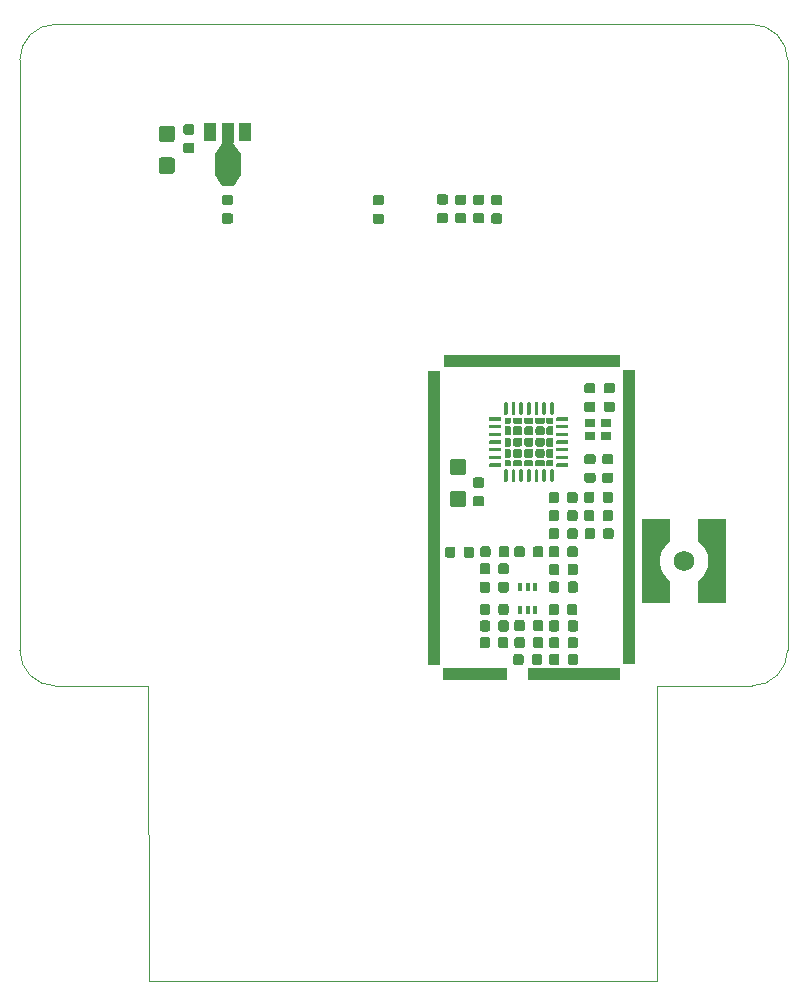
<source format=gbr>
G04 #@! TF.GenerationSoftware,KiCad,Pcbnew,5.0.1-33cea8e~68~ubuntu18.04.1*
G04 #@! TF.CreationDate,2019-02-10T11:00:50+00:00*
G04 #@! TF.ProjectId,LoRa-hat,4C6F52612D6861742E6B696361645F70,rev?*
G04 #@! TF.SameCoordinates,Original*
G04 #@! TF.FileFunction,Paste,Top*
G04 #@! TF.FilePolarity,Positive*
%FSLAX46Y46*%
G04 Gerber Fmt 4.6, Leading zero omitted, Abs format (unit mm)*
G04 Created by KiCad (PCBNEW 5.0.1-33cea8e~68~ubuntu18.04.1) date Sun 10 Feb 2019 11:00:50 GMT*
%MOMM*%
%LPD*%
G01*
G04 APERTURE LIST*
%ADD10C,0.100000*%
%ADD11C,0.300000*%
%ADD12C,0.460271*%
%ADD13C,0.477399*%
%ADD14C,0.765914*%
%ADD15R,5.500000X1.000000*%
%ADD16R,7.750000X1.000000*%
%ADD17R,15.000000X1.000000*%
%ADD18R,1.000000X25.000000*%
%ADD19C,0.875000*%
%ADD20C,1.350000*%
%ADD21C,1.730000*%
%ADD22C,1.510000*%
%ADD23R,0.400000X0.700000*%
%ADD24R,0.900000X0.800000*%
%ADD25C,0.850000*%
%ADD26R,1.000000X1.500000*%
%ADD27R,1.000000X1.800000*%
%ADD28R,2.200000X1.840000*%
%ADD29C,1.000000*%
G04 APERTURE END LIST*
D10*
X89440000Y-116820000D02*
X89500000Y-141840000D01*
X132500000Y-141850000D02*
X89500000Y-141840000D01*
X132500000Y-116830000D02*
X132500000Y-141850000D01*
X132500000Y-116830000D02*
X140546356Y-116830000D01*
X81530000Y-116820000D02*
X89440000Y-116820000D01*
X81546356Y-116817611D02*
G75*
G02X78546356Y-113817611I0J3000000D01*
G01*
X143546351Y-113822847D02*
G75*
G02X140546356Y-116817611I-2999995J5236D01*
G01*
X78546356Y-63817611D02*
X78546356Y-113817611D01*
X78546356Y-63817611D02*
G75*
G02X81546356Y-60817611I3000000J0D01*
G01*
X140546356Y-60817611D02*
X81546356Y-60817611D01*
X140546356Y-60817611D02*
G75*
G02X143546356Y-63817611I0J-3000000D01*
G01*
X143546356Y-113817611D02*
X143546356Y-63817611D01*
G04 #@! TO.C,U1*
G36*
X123672351Y-98505361D02*
X123679632Y-98506441D01*
X123686771Y-98508229D01*
X123693701Y-98510709D01*
X123700355Y-98513856D01*
X123706668Y-98517640D01*
X123712579Y-98522024D01*
X123718033Y-98526967D01*
X123722976Y-98532421D01*
X123727360Y-98538332D01*
X123731144Y-98544645D01*
X123734291Y-98551299D01*
X123736771Y-98558229D01*
X123738559Y-98565368D01*
X123739639Y-98572649D01*
X123740000Y-98580000D01*
X123740000Y-99455000D01*
X123739639Y-99462351D01*
X123738559Y-99469632D01*
X123736771Y-99476771D01*
X123734291Y-99483701D01*
X123731144Y-99490355D01*
X123727360Y-99496668D01*
X123722976Y-99502579D01*
X123718033Y-99508033D01*
X123712579Y-99512976D01*
X123706668Y-99517360D01*
X123700355Y-99521144D01*
X123693701Y-99524291D01*
X123686771Y-99526771D01*
X123679632Y-99528559D01*
X123672351Y-99529639D01*
X123665000Y-99530000D01*
X123515000Y-99530000D01*
X123507649Y-99529639D01*
X123500368Y-99528559D01*
X123493229Y-99526771D01*
X123486299Y-99524291D01*
X123479645Y-99521144D01*
X123473332Y-99517360D01*
X123467421Y-99512976D01*
X123461967Y-99508033D01*
X123457024Y-99502579D01*
X123452640Y-99496668D01*
X123448856Y-99490355D01*
X123445709Y-99483701D01*
X123443229Y-99476771D01*
X123441441Y-99469632D01*
X123440361Y-99462351D01*
X123440000Y-99455000D01*
X123440000Y-98580000D01*
X123440361Y-98572649D01*
X123441441Y-98565368D01*
X123443229Y-98558229D01*
X123445709Y-98551299D01*
X123448856Y-98544645D01*
X123452640Y-98538332D01*
X123457024Y-98532421D01*
X123461967Y-98526967D01*
X123467421Y-98522024D01*
X123473332Y-98517640D01*
X123479645Y-98513856D01*
X123486299Y-98510709D01*
X123493229Y-98508229D01*
X123500368Y-98506441D01*
X123507649Y-98505361D01*
X123515000Y-98505000D01*
X123665000Y-98505000D01*
X123672351Y-98505361D01*
X123672351Y-98505361D01*
G37*
D11*
X123590000Y-99017500D03*
D10*
G36*
X123022351Y-98505361D02*
X123029632Y-98506441D01*
X123036771Y-98508229D01*
X123043701Y-98510709D01*
X123050355Y-98513856D01*
X123056668Y-98517640D01*
X123062579Y-98522024D01*
X123068033Y-98526967D01*
X123072976Y-98532421D01*
X123077360Y-98538332D01*
X123081144Y-98544645D01*
X123084291Y-98551299D01*
X123086771Y-98558229D01*
X123088559Y-98565368D01*
X123089639Y-98572649D01*
X123090000Y-98580000D01*
X123090000Y-99455000D01*
X123089639Y-99462351D01*
X123088559Y-99469632D01*
X123086771Y-99476771D01*
X123084291Y-99483701D01*
X123081144Y-99490355D01*
X123077360Y-99496668D01*
X123072976Y-99502579D01*
X123068033Y-99508033D01*
X123062579Y-99512976D01*
X123056668Y-99517360D01*
X123050355Y-99521144D01*
X123043701Y-99524291D01*
X123036771Y-99526771D01*
X123029632Y-99528559D01*
X123022351Y-99529639D01*
X123015000Y-99530000D01*
X122865000Y-99530000D01*
X122857649Y-99529639D01*
X122850368Y-99528559D01*
X122843229Y-99526771D01*
X122836299Y-99524291D01*
X122829645Y-99521144D01*
X122823332Y-99517360D01*
X122817421Y-99512976D01*
X122811967Y-99508033D01*
X122807024Y-99502579D01*
X122802640Y-99496668D01*
X122798856Y-99490355D01*
X122795709Y-99483701D01*
X122793229Y-99476771D01*
X122791441Y-99469632D01*
X122790361Y-99462351D01*
X122790000Y-99455000D01*
X122790000Y-98580000D01*
X122790361Y-98572649D01*
X122791441Y-98565368D01*
X122793229Y-98558229D01*
X122795709Y-98551299D01*
X122798856Y-98544645D01*
X122802640Y-98538332D01*
X122807024Y-98532421D01*
X122811967Y-98526967D01*
X122817421Y-98522024D01*
X122823332Y-98517640D01*
X122829645Y-98513856D01*
X122836299Y-98510709D01*
X122843229Y-98508229D01*
X122850368Y-98506441D01*
X122857649Y-98505361D01*
X122865000Y-98505000D01*
X123015000Y-98505000D01*
X123022351Y-98505361D01*
X123022351Y-98505361D01*
G37*
D11*
X122940000Y-99017500D03*
D10*
G36*
X122372351Y-98505361D02*
X122379632Y-98506441D01*
X122386771Y-98508229D01*
X122393701Y-98510709D01*
X122400355Y-98513856D01*
X122406668Y-98517640D01*
X122412579Y-98522024D01*
X122418033Y-98526967D01*
X122422976Y-98532421D01*
X122427360Y-98538332D01*
X122431144Y-98544645D01*
X122434291Y-98551299D01*
X122436771Y-98558229D01*
X122438559Y-98565368D01*
X122439639Y-98572649D01*
X122440000Y-98580000D01*
X122440000Y-99455000D01*
X122439639Y-99462351D01*
X122438559Y-99469632D01*
X122436771Y-99476771D01*
X122434291Y-99483701D01*
X122431144Y-99490355D01*
X122427360Y-99496668D01*
X122422976Y-99502579D01*
X122418033Y-99508033D01*
X122412579Y-99512976D01*
X122406668Y-99517360D01*
X122400355Y-99521144D01*
X122393701Y-99524291D01*
X122386771Y-99526771D01*
X122379632Y-99528559D01*
X122372351Y-99529639D01*
X122365000Y-99530000D01*
X122215000Y-99530000D01*
X122207649Y-99529639D01*
X122200368Y-99528559D01*
X122193229Y-99526771D01*
X122186299Y-99524291D01*
X122179645Y-99521144D01*
X122173332Y-99517360D01*
X122167421Y-99512976D01*
X122161967Y-99508033D01*
X122157024Y-99502579D01*
X122152640Y-99496668D01*
X122148856Y-99490355D01*
X122145709Y-99483701D01*
X122143229Y-99476771D01*
X122141441Y-99469632D01*
X122140361Y-99462351D01*
X122140000Y-99455000D01*
X122140000Y-98580000D01*
X122140361Y-98572649D01*
X122141441Y-98565368D01*
X122143229Y-98558229D01*
X122145709Y-98551299D01*
X122148856Y-98544645D01*
X122152640Y-98538332D01*
X122157024Y-98532421D01*
X122161967Y-98526967D01*
X122167421Y-98522024D01*
X122173332Y-98517640D01*
X122179645Y-98513856D01*
X122186299Y-98510709D01*
X122193229Y-98508229D01*
X122200368Y-98506441D01*
X122207649Y-98505361D01*
X122215000Y-98505000D01*
X122365000Y-98505000D01*
X122372351Y-98505361D01*
X122372351Y-98505361D01*
G37*
D11*
X122290000Y-99017500D03*
D10*
G36*
X121722351Y-98505361D02*
X121729632Y-98506441D01*
X121736771Y-98508229D01*
X121743701Y-98510709D01*
X121750355Y-98513856D01*
X121756668Y-98517640D01*
X121762579Y-98522024D01*
X121768033Y-98526967D01*
X121772976Y-98532421D01*
X121777360Y-98538332D01*
X121781144Y-98544645D01*
X121784291Y-98551299D01*
X121786771Y-98558229D01*
X121788559Y-98565368D01*
X121789639Y-98572649D01*
X121790000Y-98580000D01*
X121790000Y-99455000D01*
X121789639Y-99462351D01*
X121788559Y-99469632D01*
X121786771Y-99476771D01*
X121784291Y-99483701D01*
X121781144Y-99490355D01*
X121777360Y-99496668D01*
X121772976Y-99502579D01*
X121768033Y-99508033D01*
X121762579Y-99512976D01*
X121756668Y-99517360D01*
X121750355Y-99521144D01*
X121743701Y-99524291D01*
X121736771Y-99526771D01*
X121729632Y-99528559D01*
X121722351Y-99529639D01*
X121715000Y-99530000D01*
X121565000Y-99530000D01*
X121557649Y-99529639D01*
X121550368Y-99528559D01*
X121543229Y-99526771D01*
X121536299Y-99524291D01*
X121529645Y-99521144D01*
X121523332Y-99517360D01*
X121517421Y-99512976D01*
X121511967Y-99508033D01*
X121507024Y-99502579D01*
X121502640Y-99496668D01*
X121498856Y-99490355D01*
X121495709Y-99483701D01*
X121493229Y-99476771D01*
X121491441Y-99469632D01*
X121490361Y-99462351D01*
X121490000Y-99455000D01*
X121490000Y-98580000D01*
X121490361Y-98572649D01*
X121491441Y-98565368D01*
X121493229Y-98558229D01*
X121495709Y-98551299D01*
X121498856Y-98544645D01*
X121502640Y-98538332D01*
X121507024Y-98532421D01*
X121511967Y-98526967D01*
X121517421Y-98522024D01*
X121523332Y-98517640D01*
X121529645Y-98513856D01*
X121536299Y-98510709D01*
X121543229Y-98508229D01*
X121550368Y-98506441D01*
X121557649Y-98505361D01*
X121565000Y-98505000D01*
X121715000Y-98505000D01*
X121722351Y-98505361D01*
X121722351Y-98505361D01*
G37*
D11*
X121640000Y-99017500D03*
D10*
G36*
X121072351Y-98505361D02*
X121079632Y-98506441D01*
X121086771Y-98508229D01*
X121093701Y-98510709D01*
X121100355Y-98513856D01*
X121106668Y-98517640D01*
X121112579Y-98522024D01*
X121118033Y-98526967D01*
X121122976Y-98532421D01*
X121127360Y-98538332D01*
X121131144Y-98544645D01*
X121134291Y-98551299D01*
X121136771Y-98558229D01*
X121138559Y-98565368D01*
X121139639Y-98572649D01*
X121140000Y-98580000D01*
X121140000Y-99455000D01*
X121139639Y-99462351D01*
X121138559Y-99469632D01*
X121136771Y-99476771D01*
X121134291Y-99483701D01*
X121131144Y-99490355D01*
X121127360Y-99496668D01*
X121122976Y-99502579D01*
X121118033Y-99508033D01*
X121112579Y-99512976D01*
X121106668Y-99517360D01*
X121100355Y-99521144D01*
X121093701Y-99524291D01*
X121086771Y-99526771D01*
X121079632Y-99528559D01*
X121072351Y-99529639D01*
X121065000Y-99530000D01*
X120915000Y-99530000D01*
X120907649Y-99529639D01*
X120900368Y-99528559D01*
X120893229Y-99526771D01*
X120886299Y-99524291D01*
X120879645Y-99521144D01*
X120873332Y-99517360D01*
X120867421Y-99512976D01*
X120861967Y-99508033D01*
X120857024Y-99502579D01*
X120852640Y-99496668D01*
X120848856Y-99490355D01*
X120845709Y-99483701D01*
X120843229Y-99476771D01*
X120841441Y-99469632D01*
X120840361Y-99462351D01*
X120840000Y-99455000D01*
X120840000Y-98580000D01*
X120840361Y-98572649D01*
X120841441Y-98565368D01*
X120843229Y-98558229D01*
X120845709Y-98551299D01*
X120848856Y-98544645D01*
X120852640Y-98538332D01*
X120857024Y-98532421D01*
X120861967Y-98526967D01*
X120867421Y-98522024D01*
X120873332Y-98517640D01*
X120879645Y-98513856D01*
X120886299Y-98510709D01*
X120893229Y-98508229D01*
X120900368Y-98506441D01*
X120907649Y-98505361D01*
X120915000Y-98505000D01*
X121065000Y-98505000D01*
X121072351Y-98505361D01*
X121072351Y-98505361D01*
G37*
D11*
X120990000Y-99017500D03*
D10*
G36*
X120422351Y-98505361D02*
X120429632Y-98506441D01*
X120436771Y-98508229D01*
X120443701Y-98510709D01*
X120450355Y-98513856D01*
X120456668Y-98517640D01*
X120462579Y-98522024D01*
X120468033Y-98526967D01*
X120472976Y-98532421D01*
X120477360Y-98538332D01*
X120481144Y-98544645D01*
X120484291Y-98551299D01*
X120486771Y-98558229D01*
X120488559Y-98565368D01*
X120489639Y-98572649D01*
X120490000Y-98580000D01*
X120490000Y-99455000D01*
X120489639Y-99462351D01*
X120488559Y-99469632D01*
X120486771Y-99476771D01*
X120484291Y-99483701D01*
X120481144Y-99490355D01*
X120477360Y-99496668D01*
X120472976Y-99502579D01*
X120468033Y-99508033D01*
X120462579Y-99512976D01*
X120456668Y-99517360D01*
X120450355Y-99521144D01*
X120443701Y-99524291D01*
X120436771Y-99526771D01*
X120429632Y-99528559D01*
X120422351Y-99529639D01*
X120415000Y-99530000D01*
X120265000Y-99530000D01*
X120257649Y-99529639D01*
X120250368Y-99528559D01*
X120243229Y-99526771D01*
X120236299Y-99524291D01*
X120229645Y-99521144D01*
X120223332Y-99517360D01*
X120217421Y-99512976D01*
X120211967Y-99508033D01*
X120207024Y-99502579D01*
X120202640Y-99496668D01*
X120198856Y-99490355D01*
X120195709Y-99483701D01*
X120193229Y-99476771D01*
X120191441Y-99469632D01*
X120190361Y-99462351D01*
X120190000Y-99455000D01*
X120190000Y-98580000D01*
X120190361Y-98572649D01*
X120191441Y-98565368D01*
X120193229Y-98558229D01*
X120195709Y-98551299D01*
X120198856Y-98544645D01*
X120202640Y-98538332D01*
X120207024Y-98532421D01*
X120211967Y-98526967D01*
X120217421Y-98522024D01*
X120223332Y-98517640D01*
X120229645Y-98513856D01*
X120236299Y-98510709D01*
X120243229Y-98508229D01*
X120250368Y-98506441D01*
X120257649Y-98505361D01*
X120265000Y-98505000D01*
X120415000Y-98505000D01*
X120422351Y-98505361D01*
X120422351Y-98505361D01*
G37*
D11*
X120340000Y-99017500D03*
D10*
G36*
X119772351Y-98505361D02*
X119779632Y-98506441D01*
X119786771Y-98508229D01*
X119793701Y-98510709D01*
X119800355Y-98513856D01*
X119806668Y-98517640D01*
X119812579Y-98522024D01*
X119818033Y-98526967D01*
X119822976Y-98532421D01*
X119827360Y-98538332D01*
X119831144Y-98544645D01*
X119834291Y-98551299D01*
X119836771Y-98558229D01*
X119838559Y-98565368D01*
X119839639Y-98572649D01*
X119840000Y-98580000D01*
X119840000Y-99455000D01*
X119839639Y-99462351D01*
X119838559Y-99469632D01*
X119836771Y-99476771D01*
X119834291Y-99483701D01*
X119831144Y-99490355D01*
X119827360Y-99496668D01*
X119822976Y-99502579D01*
X119818033Y-99508033D01*
X119812579Y-99512976D01*
X119806668Y-99517360D01*
X119800355Y-99521144D01*
X119793701Y-99524291D01*
X119786771Y-99526771D01*
X119779632Y-99528559D01*
X119772351Y-99529639D01*
X119765000Y-99530000D01*
X119615000Y-99530000D01*
X119607649Y-99529639D01*
X119600368Y-99528559D01*
X119593229Y-99526771D01*
X119586299Y-99524291D01*
X119579645Y-99521144D01*
X119573332Y-99517360D01*
X119567421Y-99512976D01*
X119561967Y-99508033D01*
X119557024Y-99502579D01*
X119552640Y-99496668D01*
X119548856Y-99490355D01*
X119545709Y-99483701D01*
X119543229Y-99476771D01*
X119541441Y-99469632D01*
X119540361Y-99462351D01*
X119540000Y-99455000D01*
X119540000Y-98580000D01*
X119540361Y-98572649D01*
X119541441Y-98565368D01*
X119543229Y-98558229D01*
X119545709Y-98551299D01*
X119548856Y-98544645D01*
X119552640Y-98538332D01*
X119557024Y-98532421D01*
X119561967Y-98526967D01*
X119567421Y-98522024D01*
X119573332Y-98517640D01*
X119579645Y-98513856D01*
X119586299Y-98510709D01*
X119593229Y-98508229D01*
X119600368Y-98506441D01*
X119607649Y-98505361D01*
X119615000Y-98505000D01*
X119765000Y-98505000D01*
X119772351Y-98505361D01*
X119772351Y-98505361D01*
G37*
D11*
X119690000Y-99017500D03*
D10*
G36*
X119247351Y-97980361D02*
X119254632Y-97981441D01*
X119261771Y-97983229D01*
X119268701Y-97985709D01*
X119275355Y-97988856D01*
X119281668Y-97992640D01*
X119287579Y-97997024D01*
X119293033Y-98001967D01*
X119297976Y-98007421D01*
X119302360Y-98013332D01*
X119306144Y-98019645D01*
X119309291Y-98026299D01*
X119311771Y-98033229D01*
X119313559Y-98040368D01*
X119314639Y-98047649D01*
X119315000Y-98055000D01*
X119315000Y-98205000D01*
X119314639Y-98212351D01*
X119313559Y-98219632D01*
X119311771Y-98226771D01*
X119309291Y-98233701D01*
X119306144Y-98240355D01*
X119302360Y-98246668D01*
X119297976Y-98252579D01*
X119293033Y-98258033D01*
X119287579Y-98262976D01*
X119281668Y-98267360D01*
X119275355Y-98271144D01*
X119268701Y-98274291D01*
X119261771Y-98276771D01*
X119254632Y-98278559D01*
X119247351Y-98279639D01*
X119240000Y-98280000D01*
X118365000Y-98280000D01*
X118357649Y-98279639D01*
X118350368Y-98278559D01*
X118343229Y-98276771D01*
X118336299Y-98274291D01*
X118329645Y-98271144D01*
X118323332Y-98267360D01*
X118317421Y-98262976D01*
X118311967Y-98258033D01*
X118307024Y-98252579D01*
X118302640Y-98246668D01*
X118298856Y-98240355D01*
X118295709Y-98233701D01*
X118293229Y-98226771D01*
X118291441Y-98219632D01*
X118290361Y-98212351D01*
X118290000Y-98205000D01*
X118290000Y-98055000D01*
X118290361Y-98047649D01*
X118291441Y-98040368D01*
X118293229Y-98033229D01*
X118295709Y-98026299D01*
X118298856Y-98019645D01*
X118302640Y-98013332D01*
X118307024Y-98007421D01*
X118311967Y-98001967D01*
X118317421Y-97997024D01*
X118323332Y-97992640D01*
X118329645Y-97988856D01*
X118336299Y-97985709D01*
X118343229Y-97983229D01*
X118350368Y-97981441D01*
X118357649Y-97980361D01*
X118365000Y-97980000D01*
X119240000Y-97980000D01*
X119247351Y-97980361D01*
X119247351Y-97980361D01*
G37*
D11*
X118802500Y-98130000D03*
D10*
G36*
X119247351Y-97330361D02*
X119254632Y-97331441D01*
X119261771Y-97333229D01*
X119268701Y-97335709D01*
X119275355Y-97338856D01*
X119281668Y-97342640D01*
X119287579Y-97347024D01*
X119293033Y-97351967D01*
X119297976Y-97357421D01*
X119302360Y-97363332D01*
X119306144Y-97369645D01*
X119309291Y-97376299D01*
X119311771Y-97383229D01*
X119313559Y-97390368D01*
X119314639Y-97397649D01*
X119315000Y-97405000D01*
X119315000Y-97555000D01*
X119314639Y-97562351D01*
X119313559Y-97569632D01*
X119311771Y-97576771D01*
X119309291Y-97583701D01*
X119306144Y-97590355D01*
X119302360Y-97596668D01*
X119297976Y-97602579D01*
X119293033Y-97608033D01*
X119287579Y-97612976D01*
X119281668Y-97617360D01*
X119275355Y-97621144D01*
X119268701Y-97624291D01*
X119261771Y-97626771D01*
X119254632Y-97628559D01*
X119247351Y-97629639D01*
X119240000Y-97630000D01*
X118365000Y-97630000D01*
X118357649Y-97629639D01*
X118350368Y-97628559D01*
X118343229Y-97626771D01*
X118336299Y-97624291D01*
X118329645Y-97621144D01*
X118323332Y-97617360D01*
X118317421Y-97612976D01*
X118311967Y-97608033D01*
X118307024Y-97602579D01*
X118302640Y-97596668D01*
X118298856Y-97590355D01*
X118295709Y-97583701D01*
X118293229Y-97576771D01*
X118291441Y-97569632D01*
X118290361Y-97562351D01*
X118290000Y-97555000D01*
X118290000Y-97405000D01*
X118290361Y-97397649D01*
X118291441Y-97390368D01*
X118293229Y-97383229D01*
X118295709Y-97376299D01*
X118298856Y-97369645D01*
X118302640Y-97363332D01*
X118307024Y-97357421D01*
X118311967Y-97351967D01*
X118317421Y-97347024D01*
X118323332Y-97342640D01*
X118329645Y-97338856D01*
X118336299Y-97335709D01*
X118343229Y-97333229D01*
X118350368Y-97331441D01*
X118357649Y-97330361D01*
X118365000Y-97330000D01*
X119240000Y-97330000D01*
X119247351Y-97330361D01*
X119247351Y-97330361D01*
G37*
D11*
X118802500Y-97480000D03*
D10*
G36*
X119247351Y-96680361D02*
X119254632Y-96681441D01*
X119261771Y-96683229D01*
X119268701Y-96685709D01*
X119275355Y-96688856D01*
X119281668Y-96692640D01*
X119287579Y-96697024D01*
X119293033Y-96701967D01*
X119297976Y-96707421D01*
X119302360Y-96713332D01*
X119306144Y-96719645D01*
X119309291Y-96726299D01*
X119311771Y-96733229D01*
X119313559Y-96740368D01*
X119314639Y-96747649D01*
X119315000Y-96755000D01*
X119315000Y-96905000D01*
X119314639Y-96912351D01*
X119313559Y-96919632D01*
X119311771Y-96926771D01*
X119309291Y-96933701D01*
X119306144Y-96940355D01*
X119302360Y-96946668D01*
X119297976Y-96952579D01*
X119293033Y-96958033D01*
X119287579Y-96962976D01*
X119281668Y-96967360D01*
X119275355Y-96971144D01*
X119268701Y-96974291D01*
X119261771Y-96976771D01*
X119254632Y-96978559D01*
X119247351Y-96979639D01*
X119240000Y-96980000D01*
X118365000Y-96980000D01*
X118357649Y-96979639D01*
X118350368Y-96978559D01*
X118343229Y-96976771D01*
X118336299Y-96974291D01*
X118329645Y-96971144D01*
X118323332Y-96967360D01*
X118317421Y-96962976D01*
X118311967Y-96958033D01*
X118307024Y-96952579D01*
X118302640Y-96946668D01*
X118298856Y-96940355D01*
X118295709Y-96933701D01*
X118293229Y-96926771D01*
X118291441Y-96919632D01*
X118290361Y-96912351D01*
X118290000Y-96905000D01*
X118290000Y-96755000D01*
X118290361Y-96747649D01*
X118291441Y-96740368D01*
X118293229Y-96733229D01*
X118295709Y-96726299D01*
X118298856Y-96719645D01*
X118302640Y-96713332D01*
X118307024Y-96707421D01*
X118311967Y-96701967D01*
X118317421Y-96697024D01*
X118323332Y-96692640D01*
X118329645Y-96688856D01*
X118336299Y-96685709D01*
X118343229Y-96683229D01*
X118350368Y-96681441D01*
X118357649Y-96680361D01*
X118365000Y-96680000D01*
X119240000Y-96680000D01*
X119247351Y-96680361D01*
X119247351Y-96680361D01*
G37*
D11*
X118802500Y-96830000D03*
D10*
G36*
X119247351Y-96030361D02*
X119254632Y-96031441D01*
X119261771Y-96033229D01*
X119268701Y-96035709D01*
X119275355Y-96038856D01*
X119281668Y-96042640D01*
X119287579Y-96047024D01*
X119293033Y-96051967D01*
X119297976Y-96057421D01*
X119302360Y-96063332D01*
X119306144Y-96069645D01*
X119309291Y-96076299D01*
X119311771Y-96083229D01*
X119313559Y-96090368D01*
X119314639Y-96097649D01*
X119315000Y-96105000D01*
X119315000Y-96255000D01*
X119314639Y-96262351D01*
X119313559Y-96269632D01*
X119311771Y-96276771D01*
X119309291Y-96283701D01*
X119306144Y-96290355D01*
X119302360Y-96296668D01*
X119297976Y-96302579D01*
X119293033Y-96308033D01*
X119287579Y-96312976D01*
X119281668Y-96317360D01*
X119275355Y-96321144D01*
X119268701Y-96324291D01*
X119261771Y-96326771D01*
X119254632Y-96328559D01*
X119247351Y-96329639D01*
X119240000Y-96330000D01*
X118365000Y-96330000D01*
X118357649Y-96329639D01*
X118350368Y-96328559D01*
X118343229Y-96326771D01*
X118336299Y-96324291D01*
X118329645Y-96321144D01*
X118323332Y-96317360D01*
X118317421Y-96312976D01*
X118311967Y-96308033D01*
X118307024Y-96302579D01*
X118302640Y-96296668D01*
X118298856Y-96290355D01*
X118295709Y-96283701D01*
X118293229Y-96276771D01*
X118291441Y-96269632D01*
X118290361Y-96262351D01*
X118290000Y-96255000D01*
X118290000Y-96105000D01*
X118290361Y-96097649D01*
X118291441Y-96090368D01*
X118293229Y-96083229D01*
X118295709Y-96076299D01*
X118298856Y-96069645D01*
X118302640Y-96063332D01*
X118307024Y-96057421D01*
X118311967Y-96051967D01*
X118317421Y-96047024D01*
X118323332Y-96042640D01*
X118329645Y-96038856D01*
X118336299Y-96035709D01*
X118343229Y-96033229D01*
X118350368Y-96031441D01*
X118357649Y-96030361D01*
X118365000Y-96030000D01*
X119240000Y-96030000D01*
X119247351Y-96030361D01*
X119247351Y-96030361D01*
G37*
D11*
X118802500Y-96180000D03*
D10*
G36*
X119247351Y-95380361D02*
X119254632Y-95381441D01*
X119261771Y-95383229D01*
X119268701Y-95385709D01*
X119275355Y-95388856D01*
X119281668Y-95392640D01*
X119287579Y-95397024D01*
X119293033Y-95401967D01*
X119297976Y-95407421D01*
X119302360Y-95413332D01*
X119306144Y-95419645D01*
X119309291Y-95426299D01*
X119311771Y-95433229D01*
X119313559Y-95440368D01*
X119314639Y-95447649D01*
X119315000Y-95455000D01*
X119315000Y-95605000D01*
X119314639Y-95612351D01*
X119313559Y-95619632D01*
X119311771Y-95626771D01*
X119309291Y-95633701D01*
X119306144Y-95640355D01*
X119302360Y-95646668D01*
X119297976Y-95652579D01*
X119293033Y-95658033D01*
X119287579Y-95662976D01*
X119281668Y-95667360D01*
X119275355Y-95671144D01*
X119268701Y-95674291D01*
X119261771Y-95676771D01*
X119254632Y-95678559D01*
X119247351Y-95679639D01*
X119240000Y-95680000D01*
X118365000Y-95680000D01*
X118357649Y-95679639D01*
X118350368Y-95678559D01*
X118343229Y-95676771D01*
X118336299Y-95674291D01*
X118329645Y-95671144D01*
X118323332Y-95667360D01*
X118317421Y-95662976D01*
X118311967Y-95658033D01*
X118307024Y-95652579D01*
X118302640Y-95646668D01*
X118298856Y-95640355D01*
X118295709Y-95633701D01*
X118293229Y-95626771D01*
X118291441Y-95619632D01*
X118290361Y-95612351D01*
X118290000Y-95605000D01*
X118290000Y-95455000D01*
X118290361Y-95447649D01*
X118291441Y-95440368D01*
X118293229Y-95433229D01*
X118295709Y-95426299D01*
X118298856Y-95419645D01*
X118302640Y-95413332D01*
X118307024Y-95407421D01*
X118311967Y-95401967D01*
X118317421Y-95397024D01*
X118323332Y-95392640D01*
X118329645Y-95388856D01*
X118336299Y-95385709D01*
X118343229Y-95383229D01*
X118350368Y-95381441D01*
X118357649Y-95380361D01*
X118365000Y-95380000D01*
X119240000Y-95380000D01*
X119247351Y-95380361D01*
X119247351Y-95380361D01*
G37*
D11*
X118802500Y-95530000D03*
D10*
G36*
X119247351Y-94730361D02*
X119254632Y-94731441D01*
X119261771Y-94733229D01*
X119268701Y-94735709D01*
X119275355Y-94738856D01*
X119281668Y-94742640D01*
X119287579Y-94747024D01*
X119293033Y-94751967D01*
X119297976Y-94757421D01*
X119302360Y-94763332D01*
X119306144Y-94769645D01*
X119309291Y-94776299D01*
X119311771Y-94783229D01*
X119313559Y-94790368D01*
X119314639Y-94797649D01*
X119315000Y-94805000D01*
X119315000Y-94955000D01*
X119314639Y-94962351D01*
X119313559Y-94969632D01*
X119311771Y-94976771D01*
X119309291Y-94983701D01*
X119306144Y-94990355D01*
X119302360Y-94996668D01*
X119297976Y-95002579D01*
X119293033Y-95008033D01*
X119287579Y-95012976D01*
X119281668Y-95017360D01*
X119275355Y-95021144D01*
X119268701Y-95024291D01*
X119261771Y-95026771D01*
X119254632Y-95028559D01*
X119247351Y-95029639D01*
X119240000Y-95030000D01*
X118365000Y-95030000D01*
X118357649Y-95029639D01*
X118350368Y-95028559D01*
X118343229Y-95026771D01*
X118336299Y-95024291D01*
X118329645Y-95021144D01*
X118323332Y-95017360D01*
X118317421Y-95012976D01*
X118311967Y-95008033D01*
X118307024Y-95002579D01*
X118302640Y-94996668D01*
X118298856Y-94990355D01*
X118295709Y-94983701D01*
X118293229Y-94976771D01*
X118291441Y-94969632D01*
X118290361Y-94962351D01*
X118290000Y-94955000D01*
X118290000Y-94805000D01*
X118290361Y-94797649D01*
X118291441Y-94790368D01*
X118293229Y-94783229D01*
X118295709Y-94776299D01*
X118298856Y-94769645D01*
X118302640Y-94763332D01*
X118307024Y-94757421D01*
X118311967Y-94751967D01*
X118317421Y-94747024D01*
X118323332Y-94742640D01*
X118329645Y-94738856D01*
X118336299Y-94735709D01*
X118343229Y-94733229D01*
X118350368Y-94731441D01*
X118357649Y-94730361D01*
X118365000Y-94730000D01*
X119240000Y-94730000D01*
X119247351Y-94730361D01*
X119247351Y-94730361D01*
G37*
D11*
X118802500Y-94880000D03*
D10*
G36*
X119247351Y-94080361D02*
X119254632Y-94081441D01*
X119261771Y-94083229D01*
X119268701Y-94085709D01*
X119275355Y-94088856D01*
X119281668Y-94092640D01*
X119287579Y-94097024D01*
X119293033Y-94101967D01*
X119297976Y-94107421D01*
X119302360Y-94113332D01*
X119306144Y-94119645D01*
X119309291Y-94126299D01*
X119311771Y-94133229D01*
X119313559Y-94140368D01*
X119314639Y-94147649D01*
X119315000Y-94155000D01*
X119315000Y-94305000D01*
X119314639Y-94312351D01*
X119313559Y-94319632D01*
X119311771Y-94326771D01*
X119309291Y-94333701D01*
X119306144Y-94340355D01*
X119302360Y-94346668D01*
X119297976Y-94352579D01*
X119293033Y-94358033D01*
X119287579Y-94362976D01*
X119281668Y-94367360D01*
X119275355Y-94371144D01*
X119268701Y-94374291D01*
X119261771Y-94376771D01*
X119254632Y-94378559D01*
X119247351Y-94379639D01*
X119240000Y-94380000D01*
X118365000Y-94380000D01*
X118357649Y-94379639D01*
X118350368Y-94378559D01*
X118343229Y-94376771D01*
X118336299Y-94374291D01*
X118329645Y-94371144D01*
X118323332Y-94367360D01*
X118317421Y-94362976D01*
X118311967Y-94358033D01*
X118307024Y-94352579D01*
X118302640Y-94346668D01*
X118298856Y-94340355D01*
X118295709Y-94333701D01*
X118293229Y-94326771D01*
X118291441Y-94319632D01*
X118290361Y-94312351D01*
X118290000Y-94305000D01*
X118290000Y-94155000D01*
X118290361Y-94147649D01*
X118291441Y-94140368D01*
X118293229Y-94133229D01*
X118295709Y-94126299D01*
X118298856Y-94119645D01*
X118302640Y-94113332D01*
X118307024Y-94107421D01*
X118311967Y-94101967D01*
X118317421Y-94097024D01*
X118323332Y-94092640D01*
X118329645Y-94088856D01*
X118336299Y-94085709D01*
X118343229Y-94083229D01*
X118350368Y-94081441D01*
X118357649Y-94080361D01*
X118365000Y-94080000D01*
X119240000Y-94080000D01*
X119247351Y-94080361D01*
X119247351Y-94080361D01*
G37*
D11*
X118802500Y-94230000D03*
D10*
G36*
X119772351Y-92830361D02*
X119779632Y-92831441D01*
X119786771Y-92833229D01*
X119793701Y-92835709D01*
X119800355Y-92838856D01*
X119806668Y-92842640D01*
X119812579Y-92847024D01*
X119818033Y-92851967D01*
X119822976Y-92857421D01*
X119827360Y-92863332D01*
X119831144Y-92869645D01*
X119834291Y-92876299D01*
X119836771Y-92883229D01*
X119838559Y-92890368D01*
X119839639Y-92897649D01*
X119840000Y-92905000D01*
X119840000Y-93780000D01*
X119839639Y-93787351D01*
X119838559Y-93794632D01*
X119836771Y-93801771D01*
X119834291Y-93808701D01*
X119831144Y-93815355D01*
X119827360Y-93821668D01*
X119822976Y-93827579D01*
X119818033Y-93833033D01*
X119812579Y-93837976D01*
X119806668Y-93842360D01*
X119800355Y-93846144D01*
X119793701Y-93849291D01*
X119786771Y-93851771D01*
X119779632Y-93853559D01*
X119772351Y-93854639D01*
X119765000Y-93855000D01*
X119615000Y-93855000D01*
X119607649Y-93854639D01*
X119600368Y-93853559D01*
X119593229Y-93851771D01*
X119586299Y-93849291D01*
X119579645Y-93846144D01*
X119573332Y-93842360D01*
X119567421Y-93837976D01*
X119561967Y-93833033D01*
X119557024Y-93827579D01*
X119552640Y-93821668D01*
X119548856Y-93815355D01*
X119545709Y-93808701D01*
X119543229Y-93801771D01*
X119541441Y-93794632D01*
X119540361Y-93787351D01*
X119540000Y-93780000D01*
X119540000Y-92905000D01*
X119540361Y-92897649D01*
X119541441Y-92890368D01*
X119543229Y-92883229D01*
X119545709Y-92876299D01*
X119548856Y-92869645D01*
X119552640Y-92863332D01*
X119557024Y-92857421D01*
X119561967Y-92851967D01*
X119567421Y-92847024D01*
X119573332Y-92842640D01*
X119579645Y-92838856D01*
X119586299Y-92835709D01*
X119593229Y-92833229D01*
X119600368Y-92831441D01*
X119607649Y-92830361D01*
X119615000Y-92830000D01*
X119765000Y-92830000D01*
X119772351Y-92830361D01*
X119772351Y-92830361D01*
G37*
D11*
X119690000Y-93342500D03*
D10*
G36*
X120422351Y-92830361D02*
X120429632Y-92831441D01*
X120436771Y-92833229D01*
X120443701Y-92835709D01*
X120450355Y-92838856D01*
X120456668Y-92842640D01*
X120462579Y-92847024D01*
X120468033Y-92851967D01*
X120472976Y-92857421D01*
X120477360Y-92863332D01*
X120481144Y-92869645D01*
X120484291Y-92876299D01*
X120486771Y-92883229D01*
X120488559Y-92890368D01*
X120489639Y-92897649D01*
X120490000Y-92905000D01*
X120490000Y-93780000D01*
X120489639Y-93787351D01*
X120488559Y-93794632D01*
X120486771Y-93801771D01*
X120484291Y-93808701D01*
X120481144Y-93815355D01*
X120477360Y-93821668D01*
X120472976Y-93827579D01*
X120468033Y-93833033D01*
X120462579Y-93837976D01*
X120456668Y-93842360D01*
X120450355Y-93846144D01*
X120443701Y-93849291D01*
X120436771Y-93851771D01*
X120429632Y-93853559D01*
X120422351Y-93854639D01*
X120415000Y-93855000D01*
X120265000Y-93855000D01*
X120257649Y-93854639D01*
X120250368Y-93853559D01*
X120243229Y-93851771D01*
X120236299Y-93849291D01*
X120229645Y-93846144D01*
X120223332Y-93842360D01*
X120217421Y-93837976D01*
X120211967Y-93833033D01*
X120207024Y-93827579D01*
X120202640Y-93821668D01*
X120198856Y-93815355D01*
X120195709Y-93808701D01*
X120193229Y-93801771D01*
X120191441Y-93794632D01*
X120190361Y-93787351D01*
X120190000Y-93780000D01*
X120190000Y-92905000D01*
X120190361Y-92897649D01*
X120191441Y-92890368D01*
X120193229Y-92883229D01*
X120195709Y-92876299D01*
X120198856Y-92869645D01*
X120202640Y-92863332D01*
X120207024Y-92857421D01*
X120211967Y-92851967D01*
X120217421Y-92847024D01*
X120223332Y-92842640D01*
X120229645Y-92838856D01*
X120236299Y-92835709D01*
X120243229Y-92833229D01*
X120250368Y-92831441D01*
X120257649Y-92830361D01*
X120265000Y-92830000D01*
X120415000Y-92830000D01*
X120422351Y-92830361D01*
X120422351Y-92830361D01*
G37*
D11*
X120340000Y-93342500D03*
D10*
G36*
X121072351Y-92830361D02*
X121079632Y-92831441D01*
X121086771Y-92833229D01*
X121093701Y-92835709D01*
X121100355Y-92838856D01*
X121106668Y-92842640D01*
X121112579Y-92847024D01*
X121118033Y-92851967D01*
X121122976Y-92857421D01*
X121127360Y-92863332D01*
X121131144Y-92869645D01*
X121134291Y-92876299D01*
X121136771Y-92883229D01*
X121138559Y-92890368D01*
X121139639Y-92897649D01*
X121140000Y-92905000D01*
X121140000Y-93780000D01*
X121139639Y-93787351D01*
X121138559Y-93794632D01*
X121136771Y-93801771D01*
X121134291Y-93808701D01*
X121131144Y-93815355D01*
X121127360Y-93821668D01*
X121122976Y-93827579D01*
X121118033Y-93833033D01*
X121112579Y-93837976D01*
X121106668Y-93842360D01*
X121100355Y-93846144D01*
X121093701Y-93849291D01*
X121086771Y-93851771D01*
X121079632Y-93853559D01*
X121072351Y-93854639D01*
X121065000Y-93855000D01*
X120915000Y-93855000D01*
X120907649Y-93854639D01*
X120900368Y-93853559D01*
X120893229Y-93851771D01*
X120886299Y-93849291D01*
X120879645Y-93846144D01*
X120873332Y-93842360D01*
X120867421Y-93837976D01*
X120861967Y-93833033D01*
X120857024Y-93827579D01*
X120852640Y-93821668D01*
X120848856Y-93815355D01*
X120845709Y-93808701D01*
X120843229Y-93801771D01*
X120841441Y-93794632D01*
X120840361Y-93787351D01*
X120840000Y-93780000D01*
X120840000Y-92905000D01*
X120840361Y-92897649D01*
X120841441Y-92890368D01*
X120843229Y-92883229D01*
X120845709Y-92876299D01*
X120848856Y-92869645D01*
X120852640Y-92863332D01*
X120857024Y-92857421D01*
X120861967Y-92851967D01*
X120867421Y-92847024D01*
X120873332Y-92842640D01*
X120879645Y-92838856D01*
X120886299Y-92835709D01*
X120893229Y-92833229D01*
X120900368Y-92831441D01*
X120907649Y-92830361D01*
X120915000Y-92830000D01*
X121065000Y-92830000D01*
X121072351Y-92830361D01*
X121072351Y-92830361D01*
G37*
D11*
X120990000Y-93342500D03*
D10*
G36*
X121722351Y-92830361D02*
X121729632Y-92831441D01*
X121736771Y-92833229D01*
X121743701Y-92835709D01*
X121750355Y-92838856D01*
X121756668Y-92842640D01*
X121762579Y-92847024D01*
X121768033Y-92851967D01*
X121772976Y-92857421D01*
X121777360Y-92863332D01*
X121781144Y-92869645D01*
X121784291Y-92876299D01*
X121786771Y-92883229D01*
X121788559Y-92890368D01*
X121789639Y-92897649D01*
X121790000Y-92905000D01*
X121790000Y-93780000D01*
X121789639Y-93787351D01*
X121788559Y-93794632D01*
X121786771Y-93801771D01*
X121784291Y-93808701D01*
X121781144Y-93815355D01*
X121777360Y-93821668D01*
X121772976Y-93827579D01*
X121768033Y-93833033D01*
X121762579Y-93837976D01*
X121756668Y-93842360D01*
X121750355Y-93846144D01*
X121743701Y-93849291D01*
X121736771Y-93851771D01*
X121729632Y-93853559D01*
X121722351Y-93854639D01*
X121715000Y-93855000D01*
X121565000Y-93855000D01*
X121557649Y-93854639D01*
X121550368Y-93853559D01*
X121543229Y-93851771D01*
X121536299Y-93849291D01*
X121529645Y-93846144D01*
X121523332Y-93842360D01*
X121517421Y-93837976D01*
X121511967Y-93833033D01*
X121507024Y-93827579D01*
X121502640Y-93821668D01*
X121498856Y-93815355D01*
X121495709Y-93808701D01*
X121493229Y-93801771D01*
X121491441Y-93794632D01*
X121490361Y-93787351D01*
X121490000Y-93780000D01*
X121490000Y-92905000D01*
X121490361Y-92897649D01*
X121491441Y-92890368D01*
X121493229Y-92883229D01*
X121495709Y-92876299D01*
X121498856Y-92869645D01*
X121502640Y-92863332D01*
X121507024Y-92857421D01*
X121511967Y-92851967D01*
X121517421Y-92847024D01*
X121523332Y-92842640D01*
X121529645Y-92838856D01*
X121536299Y-92835709D01*
X121543229Y-92833229D01*
X121550368Y-92831441D01*
X121557649Y-92830361D01*
X121565000Y-92830000D01*
X121715000Y-92830000D01*
X121722351Y-92830361D01*
X121722351Y-92830361D01*
G37*
D11*
X121640000Y-93342500D03*
D10*
G36*
X122372351Y-92830361D02*
X122379632Y-92831441D01*
X122386771Y-92833229D01*
X122393701Y-92835709D01*
X122400355Y-92838856D01*
X122406668Y-92842640D01*
X122412579Y-92847024D01*
X122418033Y-92851967D01*
X122422976Y-92857421D01*
X122427360Y-92863332D01*
X122431144Y-92869645D01*
X122434291Y-92876299D01*
X122436771Y-92883229D01*
X122438559Y-92890368D01*
X122439639Y-92897649D01*
X122440000Y-92905000D01*
X122440000Y-93780000D01*
X122439639Y-93787351D01*
X122438559Y-93794632D01*
X122436771Y-93801771D01*
X122434291Y-93808701D01*
X122431144Y-93815355D01*
X122427360Y-93821668D01*
X122422976Y-93827579D01*
X122418033Y-93833033D01*
X122412579Y-93837976D01*
X122406668Y-93842360D01*
X122400355Y-93846144D01*
X122393701Y-93849291D01*
X122386771Y-93851771D01*
X122379632Y-93853559D01*
X122372351Y-93854639D01*
X122365000Y-93855000D01*
X122215000Y-93855000D01*
X122207649Y-93854639D01*
X122200368Y-93853559D01*
X122193229Y-93851771D01*
X122186299Y-93849291D01*
X122179645Y-93846144D01*
X122173332Y-93842360D01*
X122167421Y-93837976D01*
X122161967Y-93833033D01*
X122157024Y-93827579D01*
X122152640Y-93821668D01*
X122148856Y-93815355D01*
X122145709Y-93808701D01*
X122143229Y-93801771D01*
X122141441Y-93794632D01*
X122140361Y-93787351D01*
X122140000Y-93780000D01*
X122140000Y-92905000D01*
X122140361Y-92897649D01*
X122141441Y-92890368D01*
X122143229Y-92883229D01*
X122145709Y-92876299D01*
X122148856Y-92869645D01*
X122152640Y-92863332D01*
X122157024Y-92857421D01*
X122161967Y-92851967D01*
X122167421Y-92847024D01*
X122173332Y-92842640D01*
X122179645Y-92838856D01*
X122186299Y-92835709D01*
X122193229Y-92833229D01*
X122200368Y-92831441D01*
X122207649Y-92830361D01*
X122215000Y-92830000D01*
X122365000Y-92830000D01*
X122372351Y-92830361D01*
X122372351Y-92830361D01*
G37*
D11*
X122290000Y-93342500D03*
D10*
G36*
X123022351Y-92830361D02*
X123029632Y-92831441D01*
X123036771Y-92833229D01*
X123043701Y-92835709D01*
X123050355Y-92838856D01*
X123056668Y-92842640D01*
X123062579Y-92847024D01*
X123068033Y-92851967D01*
X123072976Y-92857421D01*
X123077360Y-92863332D01*
X123081144Y-92869645D01*
X123084291Y-92876299D01*
X123086771Y-92883229D01*
X123088559Y-92890368D01*
X123089639Y-92897649D01*
X123090000Y-92905000D01*
X123090000Y-93780000D01*
X123089639Y-93787351D01*
X123088559Y-93794632D01*
X123086771Y-93801771D01*
X123084291Y-93808701D01*
X123081144Y-93815355D01*
X123077360Y-93821668D01*
X123072976Y-93827579D01*
X123068033Y-93833033D01*
X123062579Y-93837976D01*
X123056668Y-93842360D01*
X123050355Y-93846144D01*
X123043701Y-93849291D01*
X123036771Y-93851771D01*
X123029632Y-93853559D01*
X123022351Y-93854639D01*
X123015000Y-93855000D01*
X122865000Y-93855000D01*
X122857649Y-93854639D01*
X122850368Y-93853559D01*
X122843229Y-93851771D01*
X122836299Y-93849291D01*
X122829645Y-93846144D01*
X122823332Y-93842360D01*
X122817421Y-93837976D01*
X122811967Y-93833033D01*
X122807024Y-93827579D01*
X122802640Y-93821668D01*
X122798856Y-93815355D01*
X122795709Y-93808701D01*
X122793229Y-93801771D01*
X122791441Y-93794632D01*
X122790361Y-93787351D01*
X122790000Y-93780000D01*
X122790000Y-92905000D01*
X122790361Y-92897649D01*
X122791441Y-92890368D01*
X122793229Y-92883229D01*
X122795709Y-92876299D01*
X122798856Y-92869645D01*
X122802640Y-92863332D01*
X122807024Y-92857421D01*
X122811967Y-92851967D01*
X122817421Y-92847024D01*
X122823332Y-92842640D01*
X122829645Y-92838856D01*
X122836299Y-92835709D01*
X122843229Y-92833229D01*
X122850368Y-92831441D01*
X122857649Y-92830361D01*
X122865000Y-92830000D01*
X123015000Y-92830000D01*
X123022351Y-92830361D01*
X123022351Y-92830361D01*
G37*
D11*
X122940000Y-93342500D03*
D10*
G36*
X123672351Y-92830361D02*
X123679632Y-92831441D01*
X123686771Y-92833229D01*
X123693701Y-92835709D01*
X123700355Y-92838856D01*
X123706668Y-92842640D01*
X123712579Y-92847024D01*
X123718033Y-92851967D01*
X123722976Y-92857421D01*
X123727360Y-92863332D01*
X123731144Y-92869645D01*
X123734291Y-92876299D01*
X123736771Y-92883229D01*
X123738559Y-92890368D01*
X123739639Y-92897649D01*
X123740000Y-92905000D01*
X123740000Y-93780000D01*
X123739639Y-93787351D01*
X123738559Y-93794632D01*
X123736771Y-93801771D01*
X123734291Y-93808701D01*
X123731144Y-93815355D01*
X123727360Y-93821668D01*
X123722976Y-93827579D01*
X123718033Y-93833033D01*
X123712579Y-93837976D01*
X123706668Y-93842360D01*
X123700355Y-93846144D01*
X123693701Y-93849291D01*
X123686771Y-93851771D01*
X123679632Y-93853559D01*
X123672351Y-93854639D01*
X123665000Y-93855000D01*
X123515000Y-93855000D01*
X123507649Y-93854639D01*
X123500368Y-93853559D01*
X123493229Y-93851771D01*
X123486299Y-93849291D01*
X123479645Y-93846144D01*
X123473332Y-93842360D01*
X123467421Y-93837976D01*
X123461967Y-93833033D01*
X123457024Y-93827579D01*
X123452640Y-93821668D01*
X123448856Y-93815355D01*
X123445709Y-93808701D01*
X123443229Y-93801771D01*
X123441441Y-93794632D01*
X123440361Y-93787351D01*
X123440000Y-93780000D01*
X123440000Y-92905000D01*
X123440361Y-92897649D01*
X123441441Y-92890368D01*
X123443229Y-92883229D01*
X123445709Y-92876299D01*
X123448856Y-92869645D01*
X123452640Y-92863332D01*
X123457024Y-92857421D01*
X123461967Y-92851967D01*
X123467421Y-92847024D01*
X123473332Y-92842640D01*
X123479645Y-92838856D01*
X123486299Y-92835709D01*
X123493229Y-92833229D01*
X123500368Y-92831441D01*
X123507649Y-92830361D01*
X123515000Y-92830000D01*
X123665000Y-92830000D01*
X123672351Y-92830361D01*
X123672351Y-92830361D01*
G37*
D11*
X123590000Y-93342500D03*
D10*
G36*
X124922351Y-94080361D02*
X124929632Y-94081441D01*
X124936771Y-94083229D01*
X124943701Y-94085709D01*
X124950355Y-94088856D01*
X124956668Y-94092640D01*
X124962579Y-94097024D01*
X124968033Y-94101967D01*
X124972976Y-94107421D01*
X124977360Y-94113332D01*
X124981144Y-94119645D01*
X124984291Y-94126299D01*
X124986771Y-94133229D01*
X124988559Y-94140368D01*
X124989639Y-94147649D01*
X124990000Y-94155000D01*
X124990000Y-94305000D01*
X124989639Y-94312351D01*
X124988559Y-94319632D01*
X124986771Y-94326771D01*
X124984291Y-94333701D01*
X124981144Y-94340355D01*
X124977360Y-94346668D01*
X124972976Y-94352579D01*
X124968033Y-94358033D01*
X124962579Y-94362976D01*
X124956668Y-94367360D01*
X124950355Y-94371144D01*
X124943701Y-94374291D01*
X124936771Y-94376771D01*
X124929632Y-94378559D01*
X124922351Y-94379639D01*
X124915000Y-94380000D01*
X124040000Y-94380000D01*
X124032649Y-94379639D01*
X124025368Y-94378559D01*
X124018229Y-94376771D01*
X124011299Y-94374291D01*
X124004645Y-94371144D01*
X123998332Y-94367360D01*
X123992421Y-94362976D01*
X123986967Y-94358033D01*
X123982024Y-94352579D01*
X123977640Y-94346668D01*
X123973856Y-94340355D01*
X123970709Y-94333701D01*
X123968229Y-94326771D01*
X123966441Y-94319632D01*
X123965361Y-94312351D01*
X123965000Y-94305000D01*
X123965000Y-94155000D01*
X123965361Y-94147649D01*
X123966441Y-94140368D01*
X123968229Y-94133229D01*
X123970709Y-94126299D01*
X123973856Y-94119645D01*
X123977640Y-94113332D01*
X123982024Y-94107421D01*
X123986967Y-94101967D01*
X123992421Y-94097024D01*
X123998332Y-94092640D01*
X124004645Y-94088856D01*
X124011299Y-94085709D01*
X124018229Y-94083229D01*
X124025368Y-94081441D01*
X124032649Y-94080361D01*
X124040000Y-94080000D01*
X124915000Y-94080000D01*
X124922351Y-94080361D01*
X124922351Y-94080361D01*
G37*
D11*
X124477500Y-94230000D03*
D10*
G36*
X124922351Y-94730361D02*
X124929632Y-94731441D01*
X124936771Y-94733229D01*
X124943701Y-94735709D01*
X124950355Y-94738856D01*
X124956668Y-94742640D01*
X124962579Y-94747024D01*
X124968033Y-94751967D01*
X124972976Y-94757421D01*
X124977360Y-94763332D01*
X124981144Y-94769645D01*
X124984291Y-94776299D01*
X124986771Y-94783229D01*
X124988559Y-94790368D01*
X124989639Y-94797649D01*
X124990000Y-94805000D01*
X124990000Y-94955000D01*
X124989639Y-94962351D01*
X124988559Y-94969632D01*
X124986771Y-94976771D01*
X124984291Y-94983701D01*
X124981144Y-94990355D01*
X124977360Y-94996668D01*
X124972976Y-95002579D01*
X124968033Y-95008033D01*
X124962579Y-95012976D01*
X124956668Y-95017360D01*
X124950355Y-95021144D01*
X124943701Y-95024291D01*
X124936771Y-95026771D01*
X124929632Y-95028559D01*
X124922351Y-95029639D01*
X124915000Y-95030000D01*
X124040000Y-95030000D01*
X124032649Y-95029639D01*
X124025368Y-95028559D01*
X124018229Y-95026771D01*
X124011299Y-95024291D01*
X124004645Y-95021144D01*
X123998332Y-95017360D01*
X123992421Y-95012976D01*
X123986967Y-95008033D01*
X123982024Y-95002579D01*
X123977640Y-94996668D01*
X123973856Y-94990355D01*
X123970709Y-94983701D01*
X123968229Y-94976771D01*
X123966441Y-94969632D01*
X123965361Y-94962351D01*
X123965000Y-94955000D01*
X123965000Y-94805000D01*
X123965361Y-94797649D01*
X123966441Y-94790368D01*
X123968229Y-94783229D01*
X123970709Y-94776299D01*
X123973856Y-94769645D01*
X123977640Y-94763332D01*
X123982024Y-94757421D01*
X123986967Y-94751967D01*
X123992421Y-94747024D01*
X123998332Y-94742640D01*
X124004645Y-94738856D01*
X124011299Y-94735709D01*
X124018229Y-94733229D01*
X124025368Y-94731441D01*
X124032649Y-94730361D01*
X124040000Y-94730000D01*
X124915000Y-94730000D01*
X124922351Y-94730361D01*
X124922351Y-94730361D01*
G37*
D11*
X124477500Y-94880000D03*
D10*
G36*
X124922351Y-95380361D02*
X124929632Y-95381441D01*
X124936771Y-95383229D01*
X124943701Y-95385709D01*
X124950355Y-95388856D01*
X124956668Y-95392640D01*
X124962579Y-95397024D01*
X124968033Y-95401967D01*
X124972976Y-95407421D01*
X124977360Y-95413332D01*
X124981144Y-95419645D01*
X124984291Y-95426299D01*
X124986771Y-95433229D01*
X124988559Y-95440368D01*
X124989639Y-95447649D01*
X124990000Y-95455000D01*
X124990000Y-95605000D01*
X124989639Y-95612351D01*
X124988559Y-95619632D01*
X124986771Y-95626771D01*
X124984291Y-95633701D01*
X124981144Y-95640355D01*
X124977360Y-95646668D01*
X124972976Y-95652579D01*
X124968033Y-95658033D01*
X124962579Y-95662976D01*
X124956668Y-95667360D01*
X124950355Y-95671144D01*
X124943701Y-95674291D01*
X124936771Y-95676771D01*
X124929632Y-95678559D01*
X124922351Y-95679639D01*
X124915000Y-95680000D01*
X124040000Y-95680000D01*
X124032649Y-95679639D01*
X124025368Y-95678559D01*
X124018229Y-95676771D01*
X124011299Y-95674291D01*
X124004645Y-95671144D01*
X123998332Y-95667360D01*
X123992421Y-95662976D01*
X123986967Y-95658033D01*
X123982024Y-95652579D01*
X123977640Y-95646668D01*
X123973856Y-95640355D01*
X123970709Y-95633701D01*
X123968229Y-95626771D01*
X123966441Y-95619632D01*
X123965361Y-95612351D01*
X123965000Y-95605000D01*
X123965000Y-95455000D01*
X123965361Y-95447649D01*
X123966441Y-95440368D01*
X123968229Y-95433229D01*
X123970709Y-95426299D01*
X123973856Y-95419645D01*
X123977640Y-95413332D01*
X123982024Y-95407421D01*
X123986967Y-95401967D01*
X123992421Y-95397024D01*
X123998332Y-95392640D01*
X124004645Y-95388856D01*
X124011299Y-95385709D01*
X124018229Y-95383229D01*
X124025368Y-95381441D01*
X124032649Y-95380361D01*
X124040000Y-95380000D01*
X124915000Y-95380000D01*
X124922351Y-95380361D01*
X124922351Y-95380361D01*
G37*
D11*
X124477500Y-95530000D03*
D10*
G36*
X124922351Y-96030361D02*
X124929632Y-96031441D01*
X124936771Y-96033229D01*
X124943701Y-96035709D01*
X124950355Y-96038856D01*
X124956668Y-96042640D01*
X124962579Y-96047024D01*
X124968033Y-96051967D01*
X124972976Y-96057421D01*
X124977360Y-96063332D01*
X124981144Y-96069645D01*
X124984291Y-96076299D01*
X124986771Y-96083229D01*
X124988559Y-96090368D01*
X124989639Y-96097649D01*
X124990000Y-96105000D01*
X124990000Y-96255000D01*
X124989639Y-96262351D01*
X124988559Y-96269632D01*
X124986771Y-96276771D01*
X124984291Y-96283701D01*
X124981144Y-96290355D01*
X124977360Y-96296668D01*
X124972976Y-96302579D01*
X124968033Y-96308033D01*
X124962579Y-96312976D01*
X124956668Y-96317360D01*
X124950355Y-96321144D01*
X124943701Y-96324291D01*
X124936771Y-96326771D01*
X124929632Y-96328559D01*
X124922351Y-96329639D01*
X124915000Y-96330000D01*
X124040000Y-96330000D01*
X124032649Y-96329639D01*
X124025368Y-96328559D01*
X124018229Y-96326771D01*
X124011299Y-96324291D01*
X124004645Y-96321144D01*
X123998332Y-96317360D01*
X123992421Y-96312976D01*
X123986967Y-96308033D01*
X123982024Y-96302579D01*
X123977640Y-96296668D01*
X123973856Y-96290355D01*
X123970709Y-96283701D01*
X123968229Y-96276771D01*
X123966441Y-96269632D01*
X123965361Y-96262351D01*
X123965000Y-96255000D01*
X123965000Y-96105000D01*
X123965361Y-96097649D01*
X123966441Y-96090368D01*
X123968229Y-96083229D01*
X123970709Y-96076299D01*
X123973856Y-96069645D01*
X123977640Y-96063332D01*
X123982024Y-96057421D01*
X123986967Y-96051967D01*
X123992421Y-96047024D01*
X123998332Y-96042640D01*
X124004645Y-96038856D01*
X124011299Y-96035709D01*
X124018229Y-96033229D01*
X124025368Y-96031441D01*
X124032649Y-96030361D01*
X124040000Y-96030000D01*
X124915000Y-96030000D01*
X124922351Y-96030361D01*
X124922351Y-96030361D01*
G37*
D11*
X124477500Y-96180000D03*
D10*
G36*
X124922351Y-96680361D02*
X124929632Y-96681441D01*
X124936771Y-96683229D01*
X124943701Y-96685709D01*
X124950355Y-96688856D01*
X124956668Y-96692640D01*
X124962579Y-96697024D01*
X124968033Y-96701967D01*
X124972976Y-96707421D01*
X124977360Y-96713332D01*
X124981144Y-96719645D01*
X124984291Y-96726299D01*
X124986771Y-96733229D01*
X124988559Y-96740368D01*
X124989639Y-96747649D01*
X124990000Y-96755000D01*
X124990000Y-96905000D01*
X124989639Y-96912351D01*
X124988559Y-96919632D01*
X124986771Y-96926771D01*
X124984291Y-96933701D01*
X124981144Y-96940355D01*
X124977360Y-96946668D01*
X124972976Y-96952579D01*
X124968033Y-96958033D01*
X124962579Y-96962976D01*
X124956668Y-96967360D01*
X124950355Y-96971144D01*
X124943701Y-96974291D01*
X124936771Y-96976771D01*
X124929632Y-96978559D01*
X124922351Y-96979639D01*
X124915000Y-96980000D01*
X124040000Y-96980000D01*
X124032649Y-96979639D01*
X124025368Y-96978559D01*
X124018229Y-96976771D01*
X124011299Y-96974291D01*
X124004645Y-96971144D01*
X123998332Y-96967360D01*
X123992421Y-96962976D01*
X123986967Y-96958033D01*
X123982024Y-96952579D01*
X123977640Y-96946668D01*
X123973856Y-96940355D01*
X123970709Y-96933701D01*
X123968229Y-96926771D01*
X123966441Y-96919632D01*
X123965361Y-96912351D01*
X123965000Y-96905000D01*
X123965000Y-96755000D01*
X123965361Y-96747649D01*
X123966441Y-96740368D01*
X123968229Y-96733229D01*
X123970709Y-96726299D01*
X123973856Y-96719645D01*
X123977640Y-96713332D01*
X123982024Y-96707421D01*
X123986967Y-96701967D01*
X123992421Y-96697024D01*
X123998332Y-96692640D01*
X124004645Y-96688856D01*
X124011299Y-96685709D01*
X124018229Y-96683229D01*
X124025368Y-96681441D01*
X124032649Y-96680361D01*
X124040000Y-96680000D01*
X124915000Y-96680000D01*
X124922351Y-96680361D01*
X124922351Y-96680361D01*
G37*
D11*
X124477500Y-96830000D03*
D10*
G36*
X124922351Y-97330361D02*
X124929632Y-97331441D01*
X124936771Y-97333229D01*
X124943701Y-97335709D01*
X124950355Y-97338856D01*
X124956668Y-97342640D01*
X124962579Y-97347024D01*
X124968033Y-97351967D01*
X124972976Y-97357421D01*
X124977360Y-97363332D01*
X124981144Y-97369645D01*
X124984291Y-97376299D01*
X124986771Y-97383229D01*
X124988559Y-97390368D01*
X124989639Y-97397649D01*
X124990000Y-97405000D01*
X124990000Y-97555000D01*
X124989639Y-97562351D01*
X124988559Y-97569632D01*
X124986771Y-97576771D01*
X124984291Y-97583701D01*
X124981144Y-97590355D01*
X124977360Y-97596668D01*
X124972976Y-97602579D01*
X124968033Y-97608033D01*
X124962579Y-97612976D01*
X124956668Y-97617360D01*
X124950355Y-97621144D01*
X124943701Y-97624291D01*
X124936771Y-97626771D01*
X124929632Y-97628559D01*
X124922351Y-97629639D01*
X124915000Y-97630000D01*
X124040000Y-97630000D01*
X124032649Y-97629639D01*
X124025368Y-97628559D01*
X124018229Y-97626771D01*
X124011299Y-97624291D01*
X124004645Y-97621144D01*
X123998332Y-97617360D01*
X123992421Y-97612976D01*
X123986967Y-97608033D01*
X123982024Y-97602579D01*
X123977640Y-97596668D01*
X123973856Y-97590355D01*
X123970709Y-97583701D01*
X123968229Y-97576771D01*
X123966441Y-97569632D01*
X123965361Y-97562351D01*
X123965000Y-97555000D01*
X123965000Y-97405000D01*
X123965361Y-97397649D01*
X123966441Y-97390368D01*
X123968229Y-97383229D01*
X123970709Y-97376299D01*
X123973856Y-97369645D01*
X123977640Y-97363332D01*
X123982024Y-97357421D01*
X123986967Y-97351967D01*
X123992421Y-97347024D01*
X123998332Y-97342640D01*
X124004645Y-97338856D01*
X124011299Y-97335709D01*
X124018229Y-97333229D01*
X124025368Y-97331441D01*
X124032649Y-97330361D01*
X124040000Y-97330000D01*
X124915000Y-97330000D01*
X124922351Y-97330361D01*
X124922351Y-97330361D01*
G37*
D11*
X124477500Y-97480000D03*
D10*
G36*
X124922351Y-97980361D02*
X124929632Y-97981441D01*
X124936771Y-97983229D01*
X124943701Y-97985709D01*
X124950355Y-97988856D01*
X124956668Y-97992640D01*
X124962579Y-97997024D01*
X124968033Y-98001967D01*
X124972976Y-98007421D01*
X124977360Y-98013332D01*
X124981144Y-98019645D01*
X124984291Y-98026299D01*
X124986771Y-98033229D01*
X124988559Y-98040368D01*
X124989639Y-98047649D01*
X124990000Y-98055000D01*
X124990000Y-98205000D01*
X124989639Y-98212351D01*
X124988559Y-98219632D01*
X124986771Y-98226771D01*
X124984291Y-98233701D01*
X124981144Y-98240355D01*
X124977360Y-98246668D01*
X124972976Y-98252579D01*
X124968033Y-98258033D01*
X124962579Y-98262976D01*
X124956668Y-98267360D01*
X124950355Y-98271144D01*
X124943701Y-98274291D01*
X124936771Y-98276771D01*
X124929632Y-98278559D01*
X124922351Y-98279639D01*
X124915000Y-98280000D01*
X124040000Y-98280000D01*
X124032649Y-98279639D01*
X124025368Y-98278559D01*
X124018229Y-98276771D01*
X124011299Y-98274291D01*
X124004645Y-98271144D01*
X123998332Y-98267360D01*
X123992421Y-98262976D01*
X123986967Y-98258033D01*
X123982024Y-98252579D01*
X123977640Y-98246668D01*
X123973856Y-98240355D01*
X123970709Y-98233701D01*
X123968229Y-98226771D01*
X123966441Y-98219632D01*
X123965361Y-98212351D01*
X123965000Y-98205000D01*
X123965000Y-98055000D01*
X123965361Y-98047649D01*
X123966441Y-98040368D01*
X123968229Y-98033229D01*
X123970709Y-98026299D01*
X123973856Y-98019645D01*
X123977640Y-98013332D01*
X123982024Y-98007421D01*
X123986967Y-98001967D01*
X123992421Y-97997024D01*
X123998332Y-97992640D01*
X124004645Y-97988856D01*
X124011299Y-97985709D01*
X124018229Y-97983229D01*
X124025368Y-97981441D01*
X124032649Y-97980361D01*
X124040000Y-97980000D01*
X124915000Y-97980000D01*
X124922351Y-97980361D01*
X124922351Y-97980361D01*
G37*
D11*
X124477500Y-98130000D03*
D12*
X119865000Y-94405000D03*
D10*
G36*
X119582821Y-94122821D02*
X120147179Y-94122821D01*
X120147179Y-94539978D01*
X119999978Y-94687179D01*
X119582821Y-94687179D01*
X119582821Y-94122821D01*
X119582821Y-94122821D01*
G37*
D12*
X119865000Y-97955000D03*
D10*
G36*
X119582821Y-97672821D02*
X119999978Y-97672821D01*
X120147179Y-97820022D01*
X120147179Y-98237179D01*
X119582821Y-98237179D01*
X119582821Y-97672821D01*
X119582821Y-97672821D01*
G37*
D12*
X123415000Y-94405000D03*
D10*
G36*
X123132821Y-94539978D02*
X123132821Y-94122821D01*
X123697179Y-94122821D01*
X123697179Y-94687179D01*
X123280022Y-94687179D01*
X123132821Y-94539978D01*
X123132821Y-94539978D01*
G37*
D12*
X123415000Y-97955000D03*
D10*
G36*
X123132821Y-97820022D02*
X123280022Y-97672821D01*
X123697179Y-97672821D01*
X123697179Y-98237179D01*
X123132821Y-98237179D01*
X123132821Y-97820022D01*
X123132821Y-97820022D01*
G37*
D13*
X120690000Y-94405000D03*
D10*
G36*
X120307043Y-94564200D02*
X120307043Y-94122821D01*
X121072957Y-94122821D01*
X121072957Y-94564200D01*
X120949978Y-94687179D01*
X120430022Y-94687179D01*
X120307043Y-94564200D01*
X120307043Y-94564200D01*
G37*
D13*
X121640000Y-94405000D03*
D10*
G36*
X121257043Y-94564200D02*
X121257043Y-94122821D01*
X122022957Y-94122821D01*
X122022957Y-94564200D01*
X121899978Y-94687179D01*
X121380022Y-94687179D01*
X121257043Y-94564200D01*
X121257043Y-94564200D01*
G37*
D13*
X122590000Y-94405000D03*
D10*
G36*
X122207043Y-94564200D02*
X122207043Y-94122821D01*
X122972957Y-94122821D01*
X122972957Y-94564200D01*
X122849978Y-94687179D01*
X122330022Y-94687179D01*
X122207043Y-94564200D01*
X122207043Y-94564200D01*
G37*
D13*
X120690000Y-97955000D03*
D10*
G36*
X120307043Y-97795800D02*
X120430022Y-97672821D01*
X120949978Y-97672821D01*
X121072957Y-97795800D01*
X121072957Y-98237179D01*
X120307043Y-98237179D01*
X120307043Y-97795800D01*
X120307043Y-97795800D01*
G37*
D13*
X121640000Y-97955000D03*
D10*
G36*
X121257043Y-97795800D02*
X121380022Y-97672821D01*
X121899978Y-97672821D01*
X122022957Y-97795800D01*
X122022957Y-98237179D01*
X121257043Y-98237179D01*
X121257043Y-97795800D01*
X121257043Y-97795800D01*
G37*
D13*
X122590000Y-97955000D03*
D10*
G36*
X122207043Y-97795800D02*
X122330022Y-97672821D01*
X122849978Y-97672821D01*
X122972957Y-97795800D01*
X122972957Y-98237179D01*
X122207043Y-98237179D01*
X122207043Y-97795800D01*
X122207043Y-97795800D01*
G37*
D13*
X119865000Y-95230000D03*
D10*
G36*
X119582821Y-94847043D02*
X120024200Y-94847043D01*
X120147179Y-94970022D01*
X120147179Y-95489978D01*
X120024200Y-95612957D01*
X119582821Y-95612957D01*
X119582821Y-94847043D01*
X119582821Y-94847043D01*
G37*
D13*
X119865000Y-96180000D03*
D10*
G36*
X119582821Y-95797043D02*
X120024200Y-95797043D01*
X120147179Y-95920022D01*
X120147179Y-96439978D01*
X120024200Y-96562957D01*
X119582821Y-96562957D01*
X119582821Y-95797043D01*
X119582821Y-95797043D01*
G37*
D13*
X119865000Y-97130000D03*
D10*
G36*
X119582821Y-96747043D02*
X120024200Y-96747043D01*
X120147179Y-96870022D01*
X120147179Y-97389978D01*
X120024200Y-97512957D01*
X119582821Y-97512957D01*
X119582821Y-96747043D01*
X119582821Y-96747043D01*
G37*
D13*
X123415000Y-95230000D03*
D10*
G36*
X123132821Y-95489978D02*
X123132821Y-94970022D01*
X123255800Y-94847043D01*
X123697179Y-94847043D01*
X123697179Y-95612957D01*
X123255800Y-95612957D01*
X123132821Y-95489978D01*
X123132821Y-95489978D01*
G37*
D13*
X123415000Y-96180000D03*
D10*
G36*
X123132821Y-96439978D02*
X123132821Y-95920022D01*
X123255800Y-95797043D01*
X123697179Y-95797043D01*
X123697179Y-96562957D01*
X123255800Y-96562957D01*
X123132821Y-96439978D01*
X123132821Y-96439978D01*
G37*
D13*
X123415000Y-97130000D03*
D10*
G36*
X123132821Y-97389978D02*
X123132821Y-96870022D01*
X123255800Y-96747043D01*
X123697179Y-96747043D01*
X123697179Y-97512957D01*
X123255800Y-97512957D01*
X123132821Y-97389978D01*
X123132821Y-97389978D01*
G37*
G36*
X120900247Y-94847965D02*
X120918835Y-94850722D01*
X120937062Y-94855288D01*
X120954754Y-94861618D01*
X120971741Y-94869652D01*
X120987858Y-94879313D01*
X121002951Y-94890507D01*
X121016874Y-94903126D01*
X121029493Y-94917049D01*
X121040687Y-94932142D01*
X121050348Y-94948259D01*
X121058382Y-94965246D01*
X121064712Y-94982938D01*
X121069278Y-95001165D01*
X121072035Y-95019753D01*
X121072957Y-95038521D01*
X121072957Y-95421479D01*
X121072035Y-95440247D01*
X121069278Y-95458835D01*
X121064712Y-95477062D01*
X121058382Y-95494754D01*
X121050348Y-95511741D01*
X121040687Y-95527858D01*
X121029493Y-95542951D01*
X121016874Y-95556874D01*
X121002951Y-95569493D01*
X120987858Y-95580687D01*
X120971741Y-95590348D01*
X120954754Y-95598382D01*
X120937062Y-95604712D01*
X120918835Y-95609278D01*
X120900247Y-95612035D01*
X120881479Y-95612957D01*
X120498521Y-95612957D01*
X120479753Y-95612035D01*
X120461165Y-95609278D01*
X120442938Y-95604712D01*
X120425246Y-95598382D01*
X120408259Y-95590348D01*
X120392142Y-95580687D01*
X120377049Y-95569493D01*
X120363126Y-95556874D01*
X120350507Y-95542951D01*
X120339313Y-95527858D01*
X120329652Y-95511741D01*
X120321618Y-95494754D01*
X120315288Y-95477062D01*
X120310722Y-95458835D01*
X120307965Y-95440247D01*
X120307043Y-95421479D01*
X120307043Y-95038521D01*
X120307965Y-95019753D01*
X120310722Y-95001165D01*
X120315288Y-94982938D01*
X120321618Y-94965246D01*
X120329652Y-94948259D01*
X120339313Y-94932142D01*
X120350507Y-94917049D01*
X120363126Y-94903126D01*
X120377049Y-94890507D01*
X120392142Y-94879313D01*
X120408259Y-94869652D01*
X120425246Y-94861618D01*
X120442938Y-94855288D01*
X120461165Y-94850722D01*
X120479753Y-94847965D01*
X120498521Y-94847043D01*
X120881479Y-94847043D01*
X120900247Y-94847965D01*
X120900247Y-94847965D01*
G37*
D14*
X120690000Y-95230000D03*
D10*
G36*
X120900247Y-95797965D02*
X120918835Y-95800722D01*
X120937062Y-95805288D01*
X120954754Y-95811618D01*
X120971741Y-95819652D01*
X120987858Y-95829313D01*
X121002951Y-95840507D01*
X121016874Y-95853126D01*
X121029493Y-95867049D01*
X121040687Y-95882142D01*
X121050348Y-95898259D01*
X121058382Y-95915246D01*
X121064712Y-95932938D01*
X121069278Y-95951165D01*
X121072035Y-95969753D01*
X121072957Y-95988521D01*
X121072957Y-96371479D01*
X121072035Y-96390247D01*
X121069278Y-96408835D01*
X121064712Y-96427062D01*
X121058382Y-96444754D01*
X121050348Y-96461741D01*
X121040687Y-96477858D01*
X121029493Y-96492951D01*
X121016874Y-96506874D01*
X121002951Y-96519493D01*
X120987858Y-96530687D01*
X120971741Y-96540348D01*
X120954754Y-96548382D01*
X120937062Y-96554712D01*
X120918835Y-96559278D01*
X120900247Y-96562035D01*
X120881479Y-96562957D01*
X120498521Y-96562957D01*
X120479753Y-96562035D01*
X120461165Y-96559278D01*
X120442938Y-96554712D01*
X120425246Y-96548382D01*
X120408259Y-96540348D01*
X120392142Y-96530687D01*
X120377049Y-96519493D01*
X120363126Y-96506874D01*
X120350507Y-96492951D01*
X120339313Y-96477858D01*
X120329652Y-96461741D01*
X120321618Y-96444754D01*
X120315288Y-96427062D01*
X120310722Y-96408835D01*
X120307965Y-96390247D01*
X120307043Y-96371479D01*
X120307043Y-95988521D01*
X120307965Y-95969753D01*
X120310722Y-95951165D01*
X120315288Y-95932938D01*
X120321618Y-95915246D01*
X120329652Y-95898259D01*
X120339313Y-95882142D01*
X120350507Y-95867049D01*
X120363126Y-95853126D01*
X120377049Y-95840507D01*
X120392142Y-95829313D01*
X120408259Y-95819652D01*
X120425246Y-95811618D01*
X120442938Y-95805288D01*
X120461165Y-95800722D01*
X120479753Y-95797965D01*
X120498521Y-95797043D01*
X120881479Y-95797043D01*
X120900247Y-95797965D01*
X120900247Y-95797965D01*
G37*
D14*
X120690000Y-96180000D03*
D10*
G36*
X120900247Y-96747965D02*
X120918835Y-96750722D01*
X120937062Y-96755288D01*
X120954754Y-96761618D01*
X120971741Y-96769652D01*
X120987858Y-96779313D01*
X121002951Y-96790507D01*
X121016874Y-96803126D01*
X121029493Y-96817049D01*
X121040687Y-96832142D01*
X121050348Y-96848259D01*
X121058382Y-96865246D01*
X121064712Y-96882938D01*
X121069278Y-96901165D01*
X121072035Y-96919753D01*
X121072957Y-96938521D01*
X121072957Y-97321479D01*
X121072035Y-97340247D01*
X121069278Y-97358835D01*
X121064712Y-97377062D01*
X121058382Y-97394754D01*
X121050348Y-97411741D01*
X121040687Y-97427858D01*
X121029493Y-97442951D01*
X121016874Y-97456874D01*
X121002951Y-97469493D01*
X120987858Y-97480687D01*
X120971741Y-97490348D01*
X120954754Y-97498382D01*
X120937062Y-97504712D01*
X120918835Y-97509278D01*
X120900247Y-97512035D01*
X120881479Y-97512957D01*
X120498521Y-97512957D01*
X120479753Y-97512035D01*
X120461165Y-97509278D01*
X120442938Y-97504712D01*
X120425246Y-97498382D01*
X120408259Y-97490348D01*
X120392142Y-97480687D01*
X120377049Y-97469493D01*
X120363126Y-97456874D01*
X120350507Y-97442951D01*
X120339313Y-97427858D01*
X120329652Y-97411741D01*
X120321618Y-97394754D01*
X120315288Y-97377062D01*
X120310722Y-97358835D01*
X120307965Y-97340247D01*
X120307043Y-97321479D01*
X120307043Y-96938521D01*
X120307965Y-96919753D01*
X120310722Y-96901165D01*
X120315288Y-96882938D01*
X120321618Y-96865246D01*
X120329652Y-96848259D01*
X120339313Y-96832142D01*
X120350507Y-96817049D01*
X120363126Y-96803126D01*
X120377049Y-96790507D01*
X120392142Y-96779313D01*
X120408259Y-96769652D01*
X120425246Y-96761618D01*
X120442938Y-96755288D01*
X120461165Y-96750722D01*
X120479753Y-96747965D01*
X120498521Y-96747043D01*
X120881479Y-96747043D01*
X120900247Y-96747965D01*
X120900247Y-96747965D01*
G37*
D14*
X120690000Y-97130000D03*
D10*
G36*
X121850247Y-94847965D02*
X121868835Y-94850722D01*
X121887062Y-94855288D01*
X121904754Y-94861618D01*
X121921741Y-94869652D01*
X121937858Y-94879313D01*
X121952951Y-94890507D01*
X121966874Y-94903126D01*
X121979493Y-94917049D01*
X121990687Y-94932142D01*
X122000348Y-94948259D01*
X122008382Y-94965246D01*
X122014712Y-94982938D01*
X122019278Y-95001165D01*
X122022035Y-95019753D01*
X122022957Y-95038521D01*
X122022957Y-95421479D01*
X122022035Y-95440247D01*
X122019278Y-95458835D01*
X122014712Y-95477062D01*
X122008382Y-95494754D01*
X122000348Y-95511741D01*
X121990687Y-95527858D01*
X121979493Y-95542951D01*
X121966874Y-95556874D01*
X121952951Y-95569493D01*
X121937858Y-95580687D01*
X121921741Y-95590348D01*
X121904754Y-95598382D01*
X121887062Y-95604712D01*
X121868835Y-95609278D01*
X121850247Y-95612035D01*
X121831479Y-95612957D01*
X121448521Y-95612957D01*
X121429753Y-95612035D01*
X121411165Y-95609278D01*
X121392938Y-95604712D01*
X121375246Y-95598382D01*
X121358259Y-95590348D01*
X121342142Y-95580687D01*
X121327049Y-95569493D01*
X121313126Y-95556874D01*
X121300507Y-95542951D01*
X121289313Y-95527858D01*
X121279652Y-95511741D01*
X121271618Y-95494754D01*
X121265288Y-95477062D01*
X121260722Y-95458835D01*
X121257965Y-95440247D01*
X121257043Y-95421479D01*
X121257043Y-95038521D01*
X121257965Y-95019753D01*
X121260722Y-95001165D01*
X121265288Y-94982938D01*
X121271618Y-94965246D01*
X121279652Y-94948259D01*
X121289313Y-94932142D01*
X121300507Y-94917049D01*
X121313126Y-94903126D01*
X121327049Y-94890507D01*
X121342142Y-94879313D01*
X121358259Y-94869652D01*
X121375246Y-94861618D01*
X121392938Y-94855288D01*
X121411165Y-94850722D01*
X121429753Y-94847965D01*
X121448521Y-94847043D01*
X121831479Y-94847043D01*
X121850247Y-94847965D01*
X121850247Y-94847965D01*
G37*
D14*
X121640000Y-95230000D03*
D10*
G36*
X121850247Y-95797965D02*
X121868835Y-95800722D01*
X121887062Y-95805288D01*
X121904754Y-95811618D01*
X121921741Y-95819652D01*
X121937858Y-95829313D01*
X121952951Y-95840507D01*
X121966874Y-95853126D01*
X121979493Y-95867049D01*
X121990687Y-95882142D01*
X122000348Y-95898259D01*
X122008382Y-95915246D01*
X122014712Y-95932938D01*
X122019278Y-95951165D01*
X122022035Y-95969753D01*
X122022957Y-95988521D01*
X122022957Y-96371479D01*
X122022035Y-96390247D01*
X122019278Y-96408835D01*
X122014712Y-96427062D01*
X122008382Y-96444754D01*
X122000348Y-96461741D01*
X121990687Y-96477858D01*
X121979493Y-96492951D01*
X121966874Y-96506874D01*
X121952951Y-96519493D01*
X121937858Y-96530687D01*
X121921741Y-96540348D01*
X121904754Y-96548382D01*
X121887062Y-96554712D01*
X121868835Y-96559278D01*
X121850247Y-96562035D01*
X121831479Y-96562957D01*
X121448521Y-96562957D01*
X121429753Y-96562035D01*
X121411165Y-96559278D01*
X121392938Y-96554712D01*
X121375246Y-96548382D01*
X121358259Y-96540348D01*
X121342142Y-96530687D01*
X121327049Y-96519493D01*
X121313126Y-96506874D01*
X121300507Y-96492951D01*
X121289313Y-96477858D01*
X121279652Y-96461741D01*
X121271618Y-96444754D01*
X121265288Y-96427062D01*
X121260722Y-96408835D01*
X121257965Y-96390247D01*
X121257043Y-96371479D01*
X121257043Y-95988521D01*
X121257965Y-95969753D01*
X121260722Y-95951165D01*
X121265288Y-95932938D01*
X121271618Y-95915246D01*
X121279652Y-95898259D01*
X121289313Y-95882142D01*
X121300507Y-95867049D01*
X121313126Y-95853126D01*
X121327049Y-95840507D01*
X121342142Y-95829313D01*
X121358259Y-95819652D01*
X121375246Y-95811618D01*
X121392938Y-95805288D01*
X121411165Y-95800722D01*
X121429753Y-95797965D01*
X121448521Y-95797043D01*
X121831479Y-95797043D01*
X121850247Y-95797965D01*
X121850247Y-95797965D01*
G37*
D14*
X121640000Y-96180000D03*
D10*
G36*
X121850247Y-96747965D02*
X121868835Y-96750722D01*
X121887062Y-96755288D01*
X121904754Y-96761618D01*
X121921741Y-96769652D01*
X121937858Y-96779313D01*
X121952951Y-96790507D01*
X121966874Y-96803126D01*
X121979493Y-96817049D01*
X121990687Y-96832142D01*
X122000348Y-96848259D01*
X122008382Y-96865246D01*
X122014712Y-96882938D01*
X122019278Y-96901165D01*
X122022035Y-96919753D01*
X122022957Y-96938521D01*
X122022957Y-97321479D01*
X122022035Y-97340247D01*
X122019278Y-97358835D01*
X122014712Y-97377062D01*
X122008382Y-97394754D01*
X122000348Y-97411741D01*
X121990687Y-97427858D01*
X121979493Y-97442951D01*
X121966874Y-97456874D01*
X121952951Y-97469493D01*
X121937858Y-97480687D01*
X121921741Y-97490348D01*
X121904754Y-97498382D01*
X121887062Y-97504712D01*
X121868835Y-97509278D01*
X121850247Y-97512035D01*
X121831479Y-97512957D01*
X121448521Y-97512957D01*
X121429753Y-97512035D01*
X121411165Y-97509278D01*
X121392938Y-97504712D01*
X121375246Y-97498382D01*
X121358259Y-97490348D01*
X121342142Y-97480687D01*
X121327049Y-97469493D01*
X121313126Y-97456874D01*
X121300507Y-97442951D01*
X121289313Y-97427858D01*
X121279652Y-97411741D01*
X121271618Y-97394754D01*
X121265288Y-97377062D01*
X121260722Y-97358835D01*
X121257965Y-97340247D01*
X121257043Y-97321479D01*
X121257043Y-96938521D01*
X121257965Y-96919753D01*
X121260722Y-96901165D01*
X121265288Y-96882938D01*
X121271618Y-96865246D01*
X121279652Y-96848259D01*
X121289313Y-96832142D01*
X121300507Y-96817049D01*
X121313126Y-96803126D01*
X121327049Y-96790507D01*
X121342142Y-96779313D01*
X121358259Y-96769652D01*
X121375246Y-96761618D01*
X121392938Y-96755288D01*
X121411165Y-96750722D01*
X121429753Y-96747965D01*
X121448521Y-96747043D01*
X121831479Y-96747043D01*
X121850247Y-96747965D01*
X121850247Y-96747965D01*
G37*
D14*
X121640000Y-97130000D03*
D10*
G36*
X122800247Y-94847965D02*
X122818835Y-94850722D01*
X122837062Y-94855288D01*
X122854754Y-94861618D01*
X122871741Y-94869652D01*
X122887858Y-94879313D01*
X122902951Y-94890507D01*
X122916874Y-94903126D01*
X122929493Y-94917049D01*
X122940687Y-94932142D01*
X122950348Y-94948259D01*
X122958382Y-94965246D01*
X122964712Y-94982938D01*
X122969278Y-95001165D01*
X122972035Y-95019753D01*
X122972957Y-95038521D01*
X122972957Y-95421479D01*
X122972035Y-95440247D01*
X122969278Y-95458835D01*
X122964712Y-95477062D01*
X122958382Y-95494754D01*
X122950348Y-95511741D01*
X122940687Y-95527858D01*
X122929493Y-95542951D01*
X122916874Y-95556874D01*
X122902951Y-95569493D01*
X122887858Y-95580687D01*
X122871741Y-95590348D01*
X122854754Y-95598382D01*
X122837062Y-95604712D01*
X122818835Y-95609278D01*
X122800247Y-95612035D01*
X122781479Y-95612957D01*
X122398521Y-95612957D01*
X122379753Y-95612035D01*
X122361165Y-95609278D01*
X122342938Y-95604712D01*
X122325246Y-95598382D01*
X122308259Y-95590348D01*
X122292142Y-95580687D01*
X122277049Y-95569493D01*
X122263126Y-95556874D01*
X122250507Y-95542951D01*
X122239313Y-95527858D01*
X122229652Y-95511741D01*
X122221618Y-95494754D01*
X122215288Y-95477062D01*
X122210722Y-95458835D01*
X122207965Y-95440247D01*
X122207043Y-95421479D01*
X122207043Y-95038521D01*
X122207965Y-95019753D01*
X122210722Y-95001165D01*
X122215288Y-94982938D01*
X122221618Y-94965246D01*
X122229652Y-94948259D01*
X122239313Y-94932142D01*
X122250507Y-94917049D01*
X122263126Y-94903126D01*
X122277049Y-94890507D01*
X122292142Y-94879313D01*
X122308259Y-94869652D01*
X122325246Y-94861618D01*
X122342938Y-94855288D01*
X122361165Y-94850722D01*
X122379753Y-94847965D01*
X122398521Y-94847043D01*
X122781479Y-94847043D01*
X122800247Y-94847965D01*
X122800247Y-94847965D01*
G37*
D14*
X122590000Y-95230000D03*
D10*
G36*
X122800247Y-95797965D02*
X122818835Y-95800722D01*
X122837062Y-95805288D01*
X122854754Y-95811618D01*
X122871741Y-95819652D01*
X122887858Y-95829313D01*
X122902951Y-95840507D01*
X122916874Y-95853126D01*
X122929493Y-95867049D01*
X122940687Y-95882142D01*
X122950348Y-95898259D01*
X122958382Y-95915246D01*
X122964712Y-95932938D01*
X122969278Y-95951165D01*
X122972035Y-95969753D01*
X122972957Y-95988521D01*
X122972957Y-96371479D01*
X122972035Y-96390247D01*
X122969278Y-96408835D01*
X122964712Y-96427062D01*
X122958382Y-96444754D01*
X122950348Y-96461741D01*
X122940687Y-96477858D01*
X122929493Y-96492951D01*
X122916874Y-96506874D01*
X122902951Y-96519493D01*
X122887858Y-96530687D01*
X122871741Y-96540348D01*
X122854754Y-96548382D01*
X122837062Y-96554712D01*
X122818835Y-96559278D01*
X122800247Y-96562035D01*
X122781479Y-96562957D01*
X122398521Y-96562957D01*
X122379753Y-96562035D01*
X122361165Y-96559278D01*
X122342938Y-96554712D01*
X122325246Y-96548382D01*
X122308259Y-96540348D01*
X122292142Y-96530687D01*
X122277049Y-96519493D01*
X122263126Y-96506874D01*
X122250507Y-96492951D01*
X122239313Y-96477858D01*
X122229652Y-96461741D01*
X122221618Y-96444754D01*
X122215288Y-96427062D01*
X122210722Y-96408835D01*
X122207965Y-96390247D01*
X122207043Y-96371479D01*
X122207043Y-95988521D01*
X122207965Y-95969753D01*
X122210722Y-95951165D01*
X122215288Y-95932938D01*
X122221618Y-95915246D01*
X122229652Y-95898259D01*
X122239313Y-95882142D01*
X122250507Y-95867049D01*
X122263126Y-95853126D01*
X122277049Y-95840507D01*
X122292142Y-95829313D01*
X122308259Y-95819652D01*
X122325246Y-95811618D01*
X122342938Y-95805288D01*
X122361165Y-95800722D01*
X122379753Y-95797965D01*
X122398521Y-95797043D01*
X122781479Y-95797043D01*
X122800247Y-95797965D01*
X122800247Y-95797965D01*
G37*
D14*
X122590000Y-96180000D03*
D10*
G36*
X122800247Y-96747965D02*
X122818835Y-96750722D01*
X122837062Y-96755288D01*
X122854754Y-96761618D01*
X122871741Y-96769652D01*
X122887858Y-96779313D01*
X122902951Y-96790507D01*
X122916874Y-96803126D01*
X122929493Y-96817049D01*
X122940687Y-96832142D01*
X122950348Y-96848259D01*
X122958382Y-96865246D01*
X122964712Y-96882938D01*
X122969278Y-96901165D01*
X122972035Y-96919753D01*
X122972957Y-96938521D01*
X122972957Y-97321479D01*
X122972035Y-97340247D01*
X122969278Y-97358835D01*
X122964712Y-97377062D01*
X122958382Y-97394754D01*
X122950348Y-97411741D01*
X122940687Y-97427858D01*
X122929493Y-97442951D01*
X122916874Y-97456874D01*
X122902951Y-97469493D01*
X122887858Y-97480687D01*
X122871741Y-97490348D01*
X122854754Y-97498382D01*
X122837062Y-97504712D01*
X122818835Y-97509278D01*
X122800247Y-97512035D01*
X122781479Y-97512957D01*
X122398521Y-97512957D01*
X122379753Y-97512035D01*
X122361165Y-97509278D01*
X122342938Y-97504712D01*
X122325246Y-97498382D01*
X122308259Y-97490348D01*
X122292142Y-97480687D01*
X122277049Y-97469493D01*
X122263126Y-97456874D01*
X122250507Y-97442951D01*
X122239313Y-97427858D01*
X122229652Y-97411741D01*
X122221618Y-97394754D01*
X122215288Y-97377062D01*
X122210722Y-97358835D01*
X122207965Y-97340247D01*
X122207043Y-97321479D01*
X122207043Y-96938521D01*
X122207965Y-96919753D01*
X122210722Y-96901165D01*
X122215288Y-96882938D01*
X122221618Y-96865246D01*
X122229652Y-96848259D01*
X122239313Y-96832142D01*
X122250507Y-96817049D01*
X122263126Y-96803126D01*
X122277049Y-96790507D01*
X122292142Y-96779313D01*
X122308259Y-96769652D01*
X122325246Y-96761618D01*
X122342938Y-96755288D01*
X122361165Y-96750722D01*
X122379753Y-96747965D01*
X122398521Y-96747043D01*
X122781479Y-96747043D01*
X122800247Y-96747965D01*
X122800247Y-96747965D01*
G37*
D14*
X122590000Y-97130000D03*
G04 #@! TD*
D15*
G04 #@! TO.C,S1*
X117120000Y-115800000D03*
D16*
X125470000Y-115800000D03*
D17*
X121870000Y-89300000D03*
D18*
X113620000Y-102600000D03*
X130120000Y-102550000D03*
G04 #@! TD*
D10*
G04 #@! TO.C,R4*
G36*
X117667691Y-76798553D02*
X117688926Y-76801703D01*
X117709750Y-76806919D01*
X117729962Y-76814151D01*
X117749368Y-76823330D01*
X117767781Y-76834366D01*
X117785024Y-76847154D01*
X117800930Y-76861570D01*
X117815346Y-76877476D01*
X117828134Y-76894719D01*
X117839170Y-76913132D01*
X117848349Y-76932538D01*
X117855581Y-76952750D01*
X117860797Y-76973574D01*
X117863947Y-76994809D01*
X117865000Y-77016250D01*
X117865000Y-77453750D01*
X117863947Y-77475191D01*
X117860797Y-77496426D01*
X117855581Y-77517250D01*
X117848349Y-77537462D01*
X117839170Y-77556868D01*
X117828134Y-77575281D01*
X117815346Y-77592524D01*
X117800930Y-77608430D01*
X117785024Y-77622846D01*
X117767781Y-77635634D01*
X117749368Y-77646670D01*
X117729962Y-77655849D01*
X117709750Y-77663081D01*
X117688926Y-77668297D01*
X117667691Y-77671447D01*
X117646250Y-77672500D01*
X117133750Y-77672500D01*
X117112309Y-77671447D01*
X117091074Y-77668297D01*
X117070250Y-77663081D01*
X117050038Y-77655849D01*
X117030632Y-77646670D01*
X117012219Y-77635634D01*
X116994976Y-77622846D01*
X116979070Y-77608430D01*
X116964654Y-77592524D01*
X116951866Y-77575281D01*
X116940830Y-77556868D01*
X116931651Y-77537462D01*
X116924419Y-77517250D01*
X116919203Y-77496426D01*
X116916053Y-77475191D01*
X116915000Y-77453750D01*
X116915000Y-77016250D01*
X116916053Y-76994809D01*
X116919203Y-76973574D01*
X116924419Y-76952750D01*
X116931651Y-76932538D01*
X116940830Y-76913132D01*
X116951866Y-76894719D01*
X116964654Y-76877476D01*
X116979070Y-76861570D01*
X116994976Y-76847154D01*
X117012219Y-76834366D01*
X117030632Y-76823330D01*
X117050038Y-76814151D01*
X117070250Y-76806919D01*
X117091074Y-76801703D01*
X117112309Y-76798553D01*
X117133750Y-76797500D01*
X117646250Y-76797500D01*
X117667691Y-76798553D01*
X117667691Y-76798553D01*
G37*
D19*
X117390000Y-77235000D03*
D10*
G36*
X117667691Y-75223553D02*
X117688926Y-75226703D01*
X117709750Y-75231919D01*
X117729962Y-75239151D01*
X117749368Y-75248330D01*
X117767781Y-75259366D01*
X117785024Y-75272154D01*
X117800930Y-75286570D01*
X117815346Y-75302476D01*
X117828134Y-75319719D01*
X117839170Y-75338132D01*
X117848349Y-75357538D01*
X117855581Y-75377750D01*
X117860797Y-75398574D01*
X117863947Y-75419809D01*
X117865000Y-75441250D01*
X117865000Y-75878750D01*
X117863947Y-75900191D01*
X117860797Y-75921426D01*
X117855581Y-75942250D01*
X117848349Y-75962462D01*
X117839170Y-75981868D01*
X117828134Y-76000281D01*
X117815346Y-76017524D01*
X117800930Y-76033430D01*
X117785024Y-76047846D01*
X117767781Y-76060634D01*
X117749368Y-76071670D01*
X117729962Y-76080849D01*
X117709750Y-76088081D01*
X117688926Y-76093297D01*
X117667691Y-76096447D01*
X117646250Y-76097500D01*
X117133750Y-76097500D01*
X117112309Y-76096447D01*
X117091074Y-76093297D01*
X117070250Y-76088081D01*
X117050038Y-76080849D01*
X117030632Y-76071670D01*
X117012219Y-76060634D01*
X116994976Y-76047846D01*
X116979070Y-76033430D01*
X116964654Y-76017524D01*
X116951866Y-76000281D01*
X116940830Y-75981868D01*
X116931651Y-75962462D01*
X116924419Y-75942250D01*
X116919203Y-75921426D01*
X116916053Y-75900191D01*
X116915000Y-75878750D01*
X116915000Y-75441250D01*
X116916053Y-75419809D01*
X116919203Y-75398574D01*
X116924419Y-75377750D01*
X116931651Y-75357538D01*
X116940830Y-75338132D01*
X116951866Y-75319719D01*
X116964654Y-75302476D01*
X116979070Y-75286570D01*
X116994976Y-75272154D01*
X117012219Y-75259366D01*
X117030632Y-75248330D01*
X117050038Y-75239151D01*
X117070250Y-75231919D01*
X117091074Y-75226703D01*
X117112309Y-75223553D01*
X117133750Y-75222500D01*
X117646250Y-75222500D01*
X117667691Y-75223553D01*
X117667691Y-75223553D01*
G37*
D19*
X117390000Y-75660000D03*
G04 #@! TD*
D10*
G04 #@! TO.C,R7*
G36*
X121002691Y-114126053D02*
X121023926Y-114129203D01*
X121044750Y-114134419D01*
X121064962Y-114141651D01*
X121084368Y-114150830D01*
X121102781Y-114161866D01*
X121120024Y-114174654D01*
X121135930Y-114189070D01*
X121150346Y-114204976D01*
X121163134Y-114222219D01*
X121174170Y-114240632D01*
X121183349Y-114260038D01*
X121190581Y-114280250D01*
X121195797Y-114301074D01*
X121198947Y-114322309D01*
X121200000Y-114343750D01*
X121200000Y-114856250D01*
X121198947Y-114877691D01*
X121195797Y-114898926D01*
X121190581Y-114919750D01*
X121183349Y-114939962D01*
X121174170Y-114959368D01*
X121163134Y-114977781D01*
X121150346Y-114995024D01*
X121135930Y-115010930D01*
X121120024Y-115025346D01*
X121102781Y-115038134D01*
X121084368Y-115049170D01*
X121064962Y-115058349D01*
X121044750Y-115065581D01*
X121023926Y-115070797D01*
X121002691Y-115073947D01*
X120981250Y-115075000D01*
X120543750Y-115075000D01*
X120522309Y-115073947D01*
X120501074Y-115070797D01*
X120480250Y-115065581D01*
X120460038Y-115058349D01*
X120440632Y-115049170D01*
X120422219Y-115038134D01*
X120404976Y-115025346D01*
X120389070Y-115010930D01*
X120374654Y-114995024D01*
X120361866Y-114977781D01*
X120350830Y-114959368D01*
X120341651Y-114939962D01*
X120334419Y-114919750D01*
X120329203Y-114898926D01*
X120326053Y-114877691D01*
X120325000Y-114856250D01*
X120325000Y-114343750D01*
X120326053Y-114322309D01*
X120329203Y-114301074D01*
X120334419Y-114280250D01*
X120341651Y-114260038D01*
X120350830Y-114240632D01*
X120361866Y-114222219D01*
X120374654Y-114204976D01*
X120389070Y-114189070D01*
X120404976Y-114174654D01*
X120422219Y-114161866D01*
X120440632Y-114150830D01*
X120460038Y-114141651D01*
X120480250Y-114134419D01*
X120501074Y-114129203D01*
X120522309Y-114126053D01*
X120543750Y-114125000D01*
X120981250Y-114125000D01*
X121002691Y-114126053D01*
X121002691Y-114126053D01*
G37*
D19*
X120762500Y-114600000D03*
D10*
G36*
X122577691Y-114126053D02*
X122598926Y-114129203D01*
X122619750Y-114134419D01*
X122639962Y-114141651D01*
X122659368Y-114150830D01*
X122677781Y-114161866D01*
X122695024Y-114174654D01*
X122710930Y-114189070D01*
X122725346Y-114204976D01*
X122738134Y-114222219D01*
X122749170Y-114240632D01*
X122758349Y-114260038D01*
X122765581Y-114280250D01*
X122770797Y-114301074D01*
X122773947Y-114322309D01*
X122775000Y-114343750D01*
X122775000Y-114856250D01*
X122773947Y-114877691D01*
X122770797Y-114898926D01*
X122765581Y-114919750D01*
X122758349Y-114939962D01*
X122749170Y-114959368D01*
X122738134Y-114977781D01*
X122725346Y-114995024D01*
X122710930Y-115010930D01*
X122695024Y-115025346D01*
X122677781Y-115038134D01*
X122659368Y-115049170D01*
X122639962Y-115058349D01*
X122619750Y-115065581D01*
X122598926Y-115070797D01*
X122577691Y-115073947D01*
X122556250Y-115075000D01*
X122118750Y-115075000D01*
X122097309Y-115073947D01*
X122076074Y-115070797D01*
X122055250Y-115065581D01*
X122035038Y-115058349D01*
X122015632Y-115049170D01*
X121997219Y-115038134D01*
X121979976Y-115025346D01*
X121964070Y-115010930D01*
X121949654Y-114995024D01*
X121936866Y-114977781D01*
X121925830Y-114959368D01*
X121916651Y-114939962D01*
X121909419Y-114919750D01*
X121904203Y-114898926D01*
X121901053Y-114877691D01*
X121900000Y-114856250D01*
X121900000Y-114343750D01*
X121901053Y-114322309D01*
X121904203Y-114301074D01*
X121909419Y-114280250D01*
X121916651Y-114260038D01*
X121925830Y-114240632D01*
X121936866Y-114222219D01*
X121949654Y-114204976D01*
X121964070Y-114189070D01*
X121979976Y-114174654D01*
X121997219Y-114161866D01*
X122015632Y-114150830D01*
X122035038Y-114141651D01*
X122055250Y-114134419D01*
X122076074Y-114129203D01*
X122097309Y-114126053D01*
X122118750Y-114125000D01*
X122556250Y-114125000D01*
X122577691Y-114126053D01*
X122577691Y-114126053D01*
G37*
D19*
X122337500Y-114600000D03*
G04 #@! TD*
D10*
G04 #@! TO.C,C3*
G36*
X116089505Y-100311204D02*
X116113773Y-100314804D01*
X116137572Y-100320765D01*
X116160671Y-100329030D01*
X116182850Y-100339520D01*
X116203893Y-100352132D01*
X116223599Y-100366747D01*
X116241777Y-100383223D01*
X116258253Y-100401401D01*
X116272868Y-100421107D01*
X116285480Y-100442150D01*
X116295970Y-100464329D01*
X116304235Y-100487428D01*
X116310196Y-100511227D01*
X116313796Y-100535495D01*
X116315000Y-100559999D01*
X116315000Y-101460001D01*
X116313796Y-101484505D01*
X116310196Y-101508773D01*
X116304235Y-101532572D01*
X116295970Y-101555671D01*
X116285480Y-101577850D01*
X116272868Y-101598893D01*
X116258253Y-101618599D01*
X116241777Y-101636777D01*
X116223599Y-101653253D01*
X116203893Y-101667868D01*
X116182850Y-101680480D01*
X116160671Y-101690970D01*
X116137572Y-101699235D01*
X116113773Y-101705196D01*
X116089505Y-101708796D01*
X116065001Y-101710000D01*
X115214999Y-101710000D01*
X115190495Y-101708796D01*
X115166227Y-101705196D01*
X115142428Y-101699235D01*
X115119329Y-101690970D01*
X115097150Y-101680480D01*
X115076107Y-101667868D01*
X115056401Y-101653253D01*
X115038223Y-101636777D01*
X115021747Y-101618599D01*
X115007132Y-101598893D01*
X114994520Y-101577850D01*
X114984030Y-101555671D01*
X114975765Y-101532572D01*
X114969804Y-101508773D01*
X114966204Y-101484505D01*
X114965000Y-101460001D01*
X114965000Y-100559999D01*
X114966204Y-100535495D01*
X114969804Y-100511227D01*
X114975765Y-100487428D01*
X114984030Y-100464329D01*
X114994520Y-100442150D01*
X115007132Y-100421107D01*
X115021747Y-100401401D01*
X115038223Y-100383223D01*
X115056401Y-100366747D01*
X115076107Y-100352132D01*
X115097150Y-100339520D01*
X115119329Y-100329030D01*
X115142428Y-100320765D01*
X115166227Y-100314804D01*
X115190495Y-100311204D01*
X115214999Y-100310000D01*
X116065001Y-100310000D01*
X116089505Y-100311204D01*
X116089505Y-100311204D01*
G37*
D20*
X115640000Y-101010000D03*
D10*
G36*
X116089505Y-97611204D02*
X116113773Y-97614804D01*
X116137572Y-97620765D01*
X116160671Y-97629030D01*
X116182850Y-97639520D01*
X116203893Y-97652132D01*
X116223599Y-97666747D01*
X116241777Y-97683223D01*
X116258253Y-97701401D01*
X116272868Y-97721107D01*
X116285480Y-97742150D01*
X116295970Y-97764329D01*
X116304235Y-97787428D01*
X116310196Y-97811227D01*
X116313796Y-97835495D01*
X116315000Y-97859999D01*
X116315000Y-98760001D01*
X116313796Y-98784505D01*
X116310196Y-98808773D01*
X116304235Y-98832572D01*
X116295970Y-98855671D01*
X116285480Y-98877850D01*
X116272868Y-98898893D01*
X116258253Y-98918599D01*
X116241777Y-98936777D01*
X116223599Y-98953253D01*
X116203893Y-98967868D01*
X116182850Y-98980480D01*
X116160671Y-98990970D01*
X116137572Y-98999235D01*
X116113773Y-99005196D01*
X116089505Y-99008796D01*
X116065001Y-99010000D01*
X115214999Y-99010000D01*
X115190495Y-99008796D01*
X115166227Y-99005196D01*
X115142428Y-98999235D01*
X115119329Y-98990970D01*
X115097150Y-98980480D01*
X115076107Y-98967868D01*
X115056401Y-98953253D01*
X115038223Y-98936777D01*
X115021747Y-98918599D01*
X115007132Y-98898893D01*
X114994520Y-98877850D01*
X114984030Y-98855671D01*
X114975765Y-98832572D01*
X114969804Y-98808773D01*
X114966204Y-98784505D01*
X114965000Y-98760001D01*
X114965000Y-97859999D01*
X114966204Y-97835495D01*
X114969804Y-97811227D01*
X114975765Y-97787428D01*
X114984030Y-97764329D01*
X114994520Y-97742150D01*
X115007132Y-97721107D01*
X115021747Y-97701401D01*
X115038223Y-97683223D01*
X115056401Y-97666747D01*
X115076107Y-97652132D01*
X115097150Y-97639520D01*
X115119329Y-97629030D01*
X115142428Y-97620765D01*
X115166227Y-97614804D01*
X115190495Y-97611204D01*
X115214999Y-97610000D01*
X116065001Y-97610000D01*
X116089505Y-97611204D01*
X116089505Y-97611204D01*
G37*
D20*
X115640000Y-98310000D03*
G04 #@! TD*
D10*
G04 #@! TO.C,C17*
G36*
X119745191Y-106446053D02*
X119766426Y-106449203D01*
X119787250Y-106454419D01*
X119807462Y-106461651D01*
X119826868Y-106470830D01*
X119845281Y-106481866D01*
X119862524Y-106494654D01*
X119878430Y-106509070D01*
X119892846Y-106524976D01*
X119905634Y-106542219D01*
X119916670Y-106560632D01*
X119925849Y-106580038D01*
X119933081Y-106600250D01*
X119938297Y-106621074D01*
X119941447Y-106642309D01*
X119942500Y-106663750D01*
X119942500Y-107176250D01*
X119941447Y-107197691D01*
X119938297Y-107218926D01*
X119933081Y-107239750D01*
X119925849Y-107259962D01*
X119916670Y-107279368D01*
X119905634Y-107297781D01*
X119892846Y-107315024D01*
X119878430Y-107330930D01*
X119862524Y-107345346D01*
X119845281Y-107358134D01*
X119826868Y-107369170D01*
X119807462Y-107378349D01*
X119787250Y-107385581D01*
X119766426Y-107390797D01*
X119745191Y-107393947D01*
X119723750Y-107395000D01*
X119286250Y-107395000D01*
X119264809Y-107393947D01*
X119243574Y-107390797D01*
X119222750Y-107385581D01*
X119202538Y-107378349D01*
X119183132Y-107369170D01*
X119164719Y-107358134D01*
X119147476Y-107345346D01*
X119131570Y-107330930D01*
X119117154Y-107315024D01*
X119104366Y-107297781D01*
X119093330Y-107279368D01*
X119084151Y-107259962D01*
X119076919Y-107239750D01*
X119071703Y-107218926D01*
X119068553Y-107197691D01*
X119067500Y-107176250D01*
X119067500Y-106663750D01*
X119068553Y-106642309D01*
X119071703Y-106621074D01*
X119076919Y-106600250D01*
X119084151Y-106580038D01*
X119093330Y-106560632D01*
X119104366Y-106542219D01*
X119117154Y-106524976D01*
X119131570Y-106509070D01*
X119147476Y-106494654D01*
X119164719Y-106481866D01*
X119183132Y-106470830D01*
X119202538Y-106461651D01*
X119222750Y-106454419D01*
X119243574Y-106449203D01*
X119264809Y-106446053D01*
X119286250Y-106445000D01*
X119723750Y-106445000D01*
X119745191Y-106446053D01*
X119745191Y-106446053D01*
G37*
D19*
X119505000Y-106920000D03*
D10*
G36*
X118170191Y-106446053D02*
X118191426Y-106449203D01*
X118212250Y-106454419D01*
X118232462Y-106461651D01*
X118251868Y-106470830D01*
X118270281Y-106481866D01*
X118287524Y-106494654D01*
X118303430Y-106509070D01*
X118317846Y-106524976D01*
X118330634Y-106542219D01*
X118341670Y-106560632D01*
X118350849Y-106580038D01*
X118358081Y-106600250D01*
X118363297Y-106621074D01*
X118366447Y-106642309D01*
X118367500Y-106663750D01*
X118367500Y-107176250D01*
X118366447Y-107197691D01*
X118363297Y-107218926D01*
X118358081Y-107239750D01*
X118350849Y-107259962D01*
X118341670Y-107279368D01*
X118330634Y-107297781D01*
X118317846Y-107315024D01*
X118303430Y-107330930D01*
X118287524Y-107345346D01*
X118270281Y-107358134D01*
X118251868Y-107369170D01*
X118232462Y-107378349D01*
X118212250Y-107385581D01*
X118191426Y-107390797D01*
X118170191Y-107393947D01*
X118148750Y-107395000D01*
X117711250Y-107395000D01*
X117689809Y-107393947D01*
X117668574Y-107390797D01*
X117647750Y-107385581D01*
X117627538Y-107378349D01*
X117608132Y-107369170D01*
X117589719Y-107358134D01*
X117572476Y-107345346D01*
X117556570Y-107330930D01*
X117542154Y-107315024D01*
X117529366Y-107297781D01*
X117518330Y-107279368D01*
X117509151Y-107259962D01*
X117501919Y-107239750D01*
X117496703Y-107218926D01*
X117493553Y-107197691D01*
X117492500Y-107176250D01*
X117492500Y-106663750D01*
X117493553Y-106642309D01*
X117496703Y-106621074D01*
X117501919Y-106600250D01*
X117509151Y-106580038D01*
X117518330Y-106560632D01*
X117529366Y-106542219D01*
X117542154Y-106524976D01*
X117556570Y-106509070D01*
X117572476Y-106494654D01*
X117589719Y-106481866D01*
X117608132Y-106470830D01*
X117627538Y-106461651D01*
X117647750Y-106454419D01*
X117668574Y-106449203D01*
X117689809Y-106446053D01*
X117711250Y-106445000D01*
X118148750Y-106445000D01*
X118170191Y-106446053D01*
X118170191Y-106446053D01*
G37*
D19*
X117930000Y-106920000D03*
G04 #@! TD*
D10*
G04 #@! TO.C,L8*
G36*
X109167691Y-75263553D02*
X109188926Y-75266703D01*
X109209750Y-75271919D01*
X109229962Y-75279151D01*
X109249368Y-75288330D01*
X109267781Y-75299366D01*
X109285024Y-75312154D01*
X109300930Y-75326570D01*
X109315346Y-75342476D01*
X109328134Y-75359719D01*
X109339170Y-75378132D01*
X109348349Y-75397538D01*
X109355581Y-75417750D01*
X109360797Y-75438574D01*
X109363947Y-75459809D01*
X109365000Y-75481250D01*
X109365000Y-75918750D01*
X109363947Y-75940191D01*
X109360797Y-75961426D01*
X109355581Y-75982250D01*
X109348349Y-76002462D01*
X109339170Y-76021868D01*
X109328134Y-76040281D01*
X109315346Y-76057524D01*
X109300930Y-76073430D01*
X109285024Y-76087846D01*
X109267781Y-76100634D01*
X109249368Y-76111670D01*
X109229962Y-76120849D01*
X109209750Y-76128081D01*
X109188926Y-76133297D01*
X109167691Y-76136447D01*
X109146250Y-76137500D01*
X108633750Y-76137500D01*
X108612309Y-76136447D01*
X108591074Y-76133297D01*
X108570250Y-76128081D01*
X108550038Y-76120849D01*
X108530632Y-76111670D01*
X108512219Y-76100634D01*
X108494976Y-76087846D01*
X108479070Y-76073430D01*
X108464654Y-76057524D01*
X108451866Y-76040281D01*
X108440830Y-76021868D01*
X108431651Y-76002462D01*
X108424419Y-75982250D01*
X108419203Y-75961426D01*
X108416053Y-75940191D01*
X108415000Y-75918750D01*
X108415000Y-75481250D01*
X108416053Y-75459809D01*
X108419203Y-75438574D01*
X108424419Y-75417750D01*
X108431651Y-75397538D01*
X108440830Y-75378132D01*
X108451866Y-75359719D01*
X108464654Y-75342476D01*
X108479070Y-75326570D01*
X108494976Y-75312154D01*
X108512219Y-75299366D01*
X108530632Y-75288330D01*
X108550038Y-75279151D01*
X108570250Y-75271919D01*
X108591074Y-75266703D01*
X108612309Y-75263553D01*
X108633750Y-75262500D01*
X109146250Y-75262500D01*
X109167691Y-75263553D01*
X109167691Y-75263553D01*
G37*
D19*
X108890000Y-75700000D03*
D10*
G36*
X109167691Y-76838553D02*
X109188926Y-76841703D01*
X109209750Y-76846919D01*
X109229962Y-76854151D01*
X109249368Y-76863330D01*
X109267781Y-76874366D01*
X109285024Y-76887154D01*
X109300930Y-76901570D01*
X109315346Y-76917476D01*
X109328134Y-76934719D01*
X109339170Y-76953132D01*
X109348349Y-76972538D01*
X109355581Y-76992750D01*
X109360797Y-77013574D01*
X109363947Y-77034809D01*
X109365000Y-77056250D01*
X109365000Y-77493750D01*
X109363947Y-77515191D01*
X109360797Y-77536426D01*
X109355581Y-77557250D01*
X109348349Y-77577462D01*
X109339170Y-77596868D01*
X109328134Y-77615281D01*
X109315346Y-77632524D01*
X109300930Y-77648430D01*
X109285024Y-77662846D01*
X109267781Y-77675634D01*
X109249368Y-77686670D01*
X109229962Y-77695849D01*
X109209750Y-77703081D01*
X109188926Y-77708297D01*
X109167691Y-77711447D01*
X109146250Y-77712500D01*
X108633750Y-77712500D01*
X108612309Y-77711447D01*
X108591074Y-77708297D01*
X108570250Y-77703081D01*
X108550038Y-77695849D01*
X108530632Y-77686670D01*
X108512219Y-77675634D01*
X108494976Y-77662846D01*
X108479070Y-77648430D01*
X108464654Y-77632524D01*
X108451866Y-77615281D01*
X108440830Y-77596868D01*
X108431651Y-77577462D01*
X108424419Y-77557250D01*
X108419203Y-77536426D01*
X108416053Y-77515191D01*
X108415000Y-77493750D01*
X108415000Y-77056250D01*
X108416053Y-77034809D01*
X108419203Y-77013574D01*
X108424419Y-76992750D01*
X108431651Y-76972538D01*
X108440830Y-76953132D01*
X108451866Y-76934719D01*
X108464654Y-76917476D01*
X108479070Y-76901570D01*
X108494976Y-76887154D01*
X108512219Y-76874366D01*
X108530632Y-76863330D01*
X108550038Y-76854151D01*
X108570250Y-76846919D01*
X108591074Y-76841703D01*
X108612309Y-76838553D01*
X108633750Y-76837500D01*
X109146250Y-76837500D01*
X109167691Y-76838553D01*
X109167691Y-76838553D01*
G37*
D19*
X108890000Y-77275000D03*
G04 #@! TD*
D21*
G04 #@! TO.C,J2*
X134790000Y-106260000D03*
D22*
X137590000Y-106260000D03*
D10*
G36*
X136170000Y-107760000D02*
X136310000Y-107620000D01*
X136435000Y-107465000D01*
X136545000Y-107295000D01*
X136640000Y-107120000D01*
X136715000Y-106935000D01*
X136770000Y-106740000D01*
X136810000Y-106540000D01*
X136825000Y-106345000D01*
X136825000Y-106175000D01*
X136810000Y-105980000D01*
X136770000Y-105780000D01*
X136715000Y-105585000D01*
X136640000Y-105400000D01*
X136545000Y-105225000D01*
X136435000Y-105055000D01*
X136310000Y-104900000D01*
X136170000Y-104760000D01*
X135995000Y-104615000D01*
X135995000Y-102705000D01*
X138345000Y-102705000D01*
X138345000Y-109815000D01*
X135995000Y-109815000D01*
X135995000Y-107905000D01*
X136170000Y-107760000D01*
X136170000Y-107760000D01*
G37*
D22*
X131990000Y-106260000D03*
D10*
G36*
X133410000Y-104760000D02*
X133270000Y-104900000D01*
X133145000Y-105055000D01*
X133035000Y-105225000D01*
X132940000Y-105400000D01*
X132865000Y-105585000D01*
X132810000Y-105780000D01*
X132770000Y-105980000D01*
X132755000Y-106175000D01*
X132755000Y-106345000D01*
X132770000Y-106540000D01*
X132810000Y-106740000D01*
X132865000Y-106935000D01*
X132940000Y-107120000D01*
X133035000Y-107295000D01*
X133145000Y-107465000D01*
X133270000Y-107620000D01*
X133410000Y-107760000D01*
X133585000Y-107905000D01*
X133585000Y-109815000D01*
X131235000Y-109815000D01*
X131235000Y-102705000D01*
X133585000Y-102705000D01*
X133585000Y-104615000D01*
X133410000Y-104760000D01*
X133410000Y-104760000D01*
G37*
G04 #@! TD*
G04 #@! TO.C,R2*
G36*
X119737691Y-109876053D02*
X119758926Y-109879203D01*
X119779750Y-109884419D01*
X119799962Y-109891651D01*
X119819368Y-109900830D01*
X119837781Y-109911866D01*
X119855024Y-109924654D01*
X119870930Y-109939070D01*
X119885346Y-109954976D01*
X119898134Y-109972219D01*
X119909170Y-109990632D01*
X119918349Y-110010038D01*
X119925581Y-110030250D01*
X119930797Y-110051074D01*
X119933947Y-110072309D01*
X119935000Y-110093750D01*
X119935000Y-110606250D01*
X119933947Y-110627691D01*
X119930797Y-110648926D01*
X119925581Y-110669750D01*
X119918349Y-110689962D01*
X119909170Y-110709368D01*
X119898134Y-110727781D01*
X119885346Y-110745024D01*
X119870930Y-110760930D01*
X119855024Y-110775346D01*
X119837781Y-110788134D01*
X119819368Y-110799170D01*
X119799962Y-110808349D01*
X119779750Y-110815581D01*
X119758926Y-110820797D01*
X119737691Y-110823947D01*
X119716250Y-110825000D01*
X119278750Y-110825000D01*
X119257309Y-110823947D01*
X119236074Y-110820797D01*
X119215250Y-110815581D01*
X119195038Y-110808349D01*
X119175632Y-110799170D01*
X119157219Y-110788134D01*
X119139976Y-110775346D01*
X119124070Y-110760930D01*
X119109654Y-110745024D01*
X119096866Y-110727781D01*
X119085830Y-110709368D01*
X119076651Y-110689962D01*
X119069419Y-110669750D01*
X119064203Y-110648926D01*
X119061053Y-110627691D01*
X119060000Y-110606250D01*
X119060000Y-110093750D01*
X119061053Y-110072309D01*
X119064203Y-110051074D01*
X119069419Y-110030250D01*
X119076651Y-110010038D01*
X119085830Y-109990632D01*
X119096866Y-109972219D01*
X119109654Y-109954976D01*
X119124070Y-109939070D01*
X119139976Y-109924654D01*
X119157219Y-109911866D01*
X119175632Y-109900830D01*
X119195038Y-109891651D01*
X119215250Y-109884419D01*
X119236074Y-109879203D01*
X119257309Y-109876053D01*
X119278750Y-109875000D01*
X119716250Y-109875000D01*
X119737691Y-109876053D01*
X119737691Y-109876053D01*
G37*
D19*
X119497500Y-110350000D03*
D10*
G36*
X118162691Y-109876053D02*
X118183926Y-109879203D01*
X118204750Y-109884419D01*
X118224962Y-109891651D01*
X118244368Y-109900830D01*
X118262781Y-109911866D01*
X118280024Y-109924654D01*
X118295930Y-109939070D01*
X118310346Y-109954976D01*
X118323134Y-109972219D01*
X118334170Y-109990632D01*
X118343349Y-110010038D01*
X118350581Y-110030250D01*
X118355797Y-110051074D01*
X118358947Y-110072309D01*
X118360000Y-110093750D01*
X118360000Y-110606250D01*
X118358947Y-110627691D01*
X118355797Y-110648926D01*
X118350581Y-110669750D01*
X118343349Y-110689962D01*
X118334170Y-110709368D01*
X118323134Y-110727781D01*
X118310346Y-110745024D01*
X118295930Y-110760930D01*
X118280024Y-110775346D01*
X118262781Y-110788134D01*
X118244368Y-110799170D01*
X118224962Y-110808349D01*
X118204750Y-110815581D01*
X118183926Y-110820797D01*
X118162691Y-110823947D01*
X118141250Y-110825000D01*
X117703750Y-110825000D01*
X117682309Y-110823947D01*
X117661074Y-110820797D01*
X117640250Y-110815581D01*
X117620038Y-110808349D01*
X117600632Y-110799170D01*
X117582219Y-110788134D01*
X117564976Y-110775346D01*
X117549070Y-110760930D01*
X117534654Y-110745024D01*
X117521866Y-110727781D01*
X117510830Y-110709368D01*
X117501651Y-110689962D01*
X117494419Y-110669750D01*
X117489203Y-110648926D01*
X117486053Y-110627691D01*
X117485000Y-110606250D01*
X117485000Y-110093750D01*
X117486053Y-110072309D01*
X117489203Y-110051074D01*
X117494419Y-110030250D01*
X117501651Y-110010038D01*
X117510830Y-109990632D01*
X117521866Y-109972219D01*
X117534654Y-109954976D01*
X117549070Y-109939070D01*
X117564976Y-109924654D01*
X117582219Y-109911866D01*
X117600632Y-109900830D01*
X117620038Y-109891651D01*
X117640250Y-109884419D01*
X117661074Y-109879203D01*
X117682309Y-109876053D01*
X117703750Y-109875000D01*
X118141250Y-109875000D01*
X118162691Y-109876053D01*
X118162691Y-109876053D01*
G37*
D19*
X117922500Y-110350000D03*
G04 #@! TD*
D10*
G04 #@! TO.C,R3*
G36*
X116147691Y-75223553D02*
X116168926Y-75226703D01*
X116189750Y-75231919D01*
X116209962Y-75239151D01*
X116229368Y-75248330D01*
X116247781Y-75259366D01*
X116265024Y-75272154D01*
X116280930Y-75286570D01*
X116295346Y-75302476D01*
X116308134Y-75319719D01*
X116319170Y-75338132D01*
X116328349Y-75357538D01*
X116335581Y-75377750D01*
X116340797Y-75398574D01*
X116343947Y-75419809D01*
X116345000Y-75441250D01*
X116345000Y-75878750D01*
X116343947Y-75900191D01*
X116340797Y-75921426D01*
X116335581Y-75942250D01*
X116328349Y-75962462D01*
X116319170Y-75981868D01*
X116308134Y-76000281D01*
X116295346Y-76017524D01*
X116280930Y-76033430D01*
X116265024Y-76047846D01*
X116247781Y-76060634D01*
X116229368Y-76071670D01*
X116209962Y-76080849D01*
X116189750Y-76088081D01*
X116168926Y-76093297D01*
X116147691Y-76096447D01*
X116126250Y-76097500D01*
X115613750Y-76097500D01*
X115592309Y-76096447D01*
X115571074Y-76093297D01*
X115550250Y-76088081D01*
X115530038Y-76080849D01*
X115510632Y-76071670D01*
X115492219Y-76060634D01*
X115474976Y-76047846D01*
X115459070Y-76033430D01*
X115444654Y-76017524D01*
X115431866Y-76000281D01*
X115420830Y-75981868D01*
X115411651Y-75962462D01*
X115404419Y-75942250D01*
X115399203Y-75921426D01*
X115396053Y-75900191D01*
X115395000Y-75878750D01*
X115395000Y-75441250D01*
X115396053Y-75419809D01*
X115399203Y-75398574D01*
X115404419Y-75377750D01*
X115411651Y-75357538D01*
X115420830Y-75338132D01*
X115431866Y-75319719D01*
X115444654Y-75302476D01*
X115459070Y-75286570D01*
X115474976Y-75272154D01*
X115492219Y-75259366D01*
X115510632Y-75248330D01*
X115530038Y-75239151D01*
X115550250Y-75231919D01*
X115571074Y-75226703D01*
X115592309Y-75223553D01*
X115613750Y-75222500D01*
X116126250Y-75222500D01*
X116147691Y-75223553D01*
X116147691Y-75223553D01*
G37*
D19*
X115870000Y-75660000D03*
D10*
G36*
X116147691Y-76798553D02*
X116168926Y-76801703D01*
X116189750Y-76806919D01*
X116209962Y-76814151D01*
X116229368Y-76823330D01*
X116247781Y-76834366D01*
X116265024Y-76847154D01*
X116280930Y-76861570D01*
X116295346Y-76877476D01*
X116308134Y-76894719D01*
X116319170Y-76913132D01*
X116328349Y-76932538D01*
X116335581Y-76952750D01*
X116340797Y-76973574D01*
X116343947Y-76994809D01*
X116345000Y-77016250D01*
X116345000Y-77453750D01*
X116343947Y-77475191D01*
X116340797Y-77496426D01*
X116335581Y-77517250D01*
X116328349Y-77537462D01*
X116319170Y-77556868D01*
X116308134Y-77575281D01*
X116295346Y-77592524D01*
X116280930Y-77608430D01*
X116265024Y-77622846D01*
X116247781Y-77635634D01*
X116229368Y-77646670D01*
X116209962Y-77655849D01*
X116189750Y-77663081D01*
X116168926Y-77668297D01*
X116147691Y-77671447D01*
X116126250Y-77672500D01*
X115613750Y-77672500D01*
X115592309Y-77671447D01*
X115571074Y-77668297D01*
X115550250Y-77663081D01*
X115530038Y-77655849D01*
X115510632Y-77646670D01*
X115492219Y-77635634D01*
X115474976Y-77622846D01*
X115459070Y-77608430D01*
X115444654Y-77592524D01*
X115431866Y-77575281D01*
X115420830Y-77556868D01*
X115411651Y-77537462D01*
X115404419Y-77517250D01*
X115399203Y-77496426D01*
X115396053Y-77475191D01*
X115395000Y-77453750D01*
X115395000Y-77016250D01*
X115396053Y-76994809D01*
X115399203Y-76973574D01*
X115404419Y-76952750D01*
X115411651Y-76932538D01*
X115420830Y-76913132D01*
X115431866Y-76894719D01*
X115444654Y-76877476D01*
X115459070Y-76861570D01*
X115474976Y-76847154D01*
X115492219Y-76834366D01*
X115510632Y-76823330D01*
X115530038Y-76814151D01*
X115550250Y-76806919D01*
X115571074Y-76801703D01*
X115592309Y-76798553D01*
X115613750Y-76797500D01*
X116126250Y-76797500D01*
X116147691Y-76798553D01*
X116147691Y-76798553D01*
G37*
D19*
X115870000Y-77235000D03*
G04 #@! TD*
D10*
G04 #@! TO.C,R5*
G36*
X119207691Y-75248553D02*
X119228926Y-75251703D01*
X119249750Y-75256919D01*
X119269962Y-75264151D01*
X119289368Y-75273330D01*
X119307781Y-75284366D01*
X119325024Y-75297154D01*
X119340930Y-75311570D01*
X119355346Y-75327476D01*
X119368134Y-75344719D01*
X119379170Y-75363132D01*
X119388349Y-75382538D01*
X119395581Y-75402750D01*
X119400797Y-75423574D01*
X119403947Y-75444809D01*
X119405000Y-75466250D01*
X119405000Y-75903750D01*
X119403947Y-75925191D01*
X119400797Y-75946426D01*
X119395581Y-75967250D01*
X119388349Y-75987462D01*
X119379170Y-76006868D01*
X119368134Y-76025281D01*
X119355346Y-76042524D01*
X119340930Y-76058430D01*
X119325024Y-76072846D01*
X119307781Y-76085634D01*
X119289368Y-76096670D01*
X119269962Y-76105849D01*
X119249750Y-76113081D01*
X119228926Y-76118297D01*
X119207691Y-76121447D01*
X119186250Y-76122500D01*
X118673750Y-76122500D01*
X118652309Y-76121447D01*
X118631074Y-76118297D01*
X118610250Y-76113081D01*
X118590038Y-76105849D01*
X118570632Y-76096670D01*
X118552219Y-76085634D01*
X118534976Y-76072846D01*
X118519070Y-76058430D01*
X118504654Y-76042524D01*
X118491866Y-76025281D01*
X118480830Y-76006868D01*
X118471651Y-75987462D01*
X118464419Y-75967250D01*
X118459203Y-75946426D01*
X118456053Y-75925191D01*
X118455000Y-75903750D01*
X118455000Y-75466250D01*
X118456053Y-75444809D01*
X118459203Y-75423574D01*
X118464419Y-75402750D01*
X118471651Y-75382538D01*
X118480830Y-75363132D01*
X118491866Y-75344719D01*
X118504654Y-75327476D01*
X118519070Y-75311570D01*
X118534976Y-75297154D01*
X118552219Y-75284366D01*
X118570632Y-75273330D01*
X118590038Y-75264151D01*
X118610250Y-75256919D01*
X118631074Y-75251703D01*
X118652309Y-75248553D01*
X118673750Y-75247500D01*
X119186250Y-75247500D01*
X119207691Y-75248553D01*
X119207691Y-75248553D01*
G37*
D19*
X118930000Y-75685000D03*
D10*
G36*
X119207691Y-76823553D02*
X119228926Y-76826703D01*
X119249750Y-76831919D01*
X119269962Y-76839151D01*
X119289368Y-76848330D01*
X119307781Y-76859366D01*
X119325024Y-76872154D01*
X119340930Y-76886570D01*
X119355346Y-76902476D01*
X119368134Y-76919719D01*
X119379170Y-76938132D01*
X119388349Y-76957538D01*
X119395581Y-76977750D01*
X119400797Y-76998574D01*
X119403947Y-77019809D01*
X119405000Y-77041250D01*
X119405000Y-77478750D01*
X119403947Y-77500191D01*
X119400797Y-77521426D01*
X119395581Y-77542250D01*
X119388349Y-77562462D01*
X119379170Y-77581868D01*
X119368134Y-77600281D01*
X119355346Y-77617524D01*
X119340930Y-77633430D01*
X119325024Y-77647846D01*
X119307781Y-77660634D01*
X119289368Y-77671670D01*
X119269962Y-77680849D01*
X119249750Y-77688081D01*
X119228926Y-77693297D01*
X119207691Y-77696447D01*
X119186250Y-77697500D01*
X118673750Y-77697500D01*
X118652309Y-77696447D01*
X118631074Y-77693297D01*
X118610250Y-77688081D01*
X118590038Y-77680849D01*
X118570632Y-77671670D01*
X118552219Y-77660634D01*
X118534976Y-77647846D01*
X118519070Y-77633430D01*
X118504654Y-77617524D01*
X118491866Y-77600281D01*
X118480830Y-77581868D01*
X118471651Y-77562462D01*
X118464419Y-77542250D01*
X118459203Y-77521426D01*
X118456053Y-77500191D01*
X118455000Y-77478750D01*
X118455000Y-77041250D01*
X118456053Y-77019809D01*
X118459203Y-76998574D01*
X118464419Y-76977750D01*
X118471651Y-76957538D01*
X118480830Y-76938132D01*
X118491866Y-76919719D01*
X118504654Y-76902476D01*
X118519070Y-76886570D01*
X118534976Y-76872154D01*
X118552219Y-76859366D01*
X118570632Y-76848330D01*
X118590038Y-76839151D01*
X118610250Y-76831919D01*
X118631074Y-76826703D01*
X118652309Y-76823553D01*
X118673750Y-76822500D01*
X119186250Y-76822500D01*
X119207691Y-76823553D01*
X119207691Y-76823553D01*
G37*
D19*
X118930000Y-77260000D03*
G04 #@! TD*
D10*
G04 #@! TO.C,R6*
G36*
X114597691Y-76778553D02*
X114618926Y-76781703D01*
X114639750Y-76786919D01*
X114659962Y-76794151D01*
X114679368Y-76803330D01*
X114697781Y-76814366D01*
X114715024Y-76827154D01*
X114730930Y-76841570D01*
X114745346Y-76857476D01*
X114758134Y-76874719D01*
X114769170Y-76893132D01*
X114778349Y-76912538D01*
X114785581Y-76932750D01*
X114790797Y-76953574D01*
X114793947Y-76974809D01*
X114795000Y-76996250D01*
X114795000Y-77433750D01*
X114793947Y-77455191D01*
X114790797Y-77476426D01*
X114785581Y-77497250D01*
X114778349Y-77517462D01*
X114769170Y-77536868D01*
X114758134Y-77555281D01*
X114745346Y-77572524D01*
X114730930Y-77588430D01*
X114715024Y-77602846D01*
X114697781Y-77615634D01*
X114679368Y-77626670D01*
X114659962Y-77635849D01*
X114639750Y-77643081D01*
X114618926Y-77648297D01*
X114597691Y-77651447D01*
X114576250Y-77652500D01*
X114063750Y-77652500D01*
X114042309Y-77651447D01*
X114021074Y-77648297D01*
X114000250Y-77643081D01*
X113980038Y-77635849D01*
X113960632Y-77626670D01*
X113942219Y-77615634D01*
X113924976Y-77602846D01*
X113909070Y-77588430D01*
X113894654Y-77572524D01*
X113881866Y-77555281D01*
X113870830Y-77536868D01*
X113861651Y-77517462D01*
X113854419Y-77497250D01*
X113849203Y-77476426D01*
X113846053Y-77455191D01*
X113845000Y-77433750D01*
X113845000Y-76996250D01*
X113846053Y-76974809D01*
X113849203Y-76953574D01*
X113854419Y-76932750D01*
X113861651Y-76912538D01*
X113870830Y-76893132D01*
X113881866Y-76874719D01*
X113894654Y-76857476D01*
X113909070Y-76841570D01*
X113924976Y-76827154D01*
X113942219Y-76814366D01*
X113960632Y-76803330D01*
X113980038Y-76794151D01*
X114000250Y-76786919D01*
X114021074Y-76781703D01*
X114042309Y-76778553D01*
X114063750Y-76777500D01*
X114576250Y-76777500D01*
X114597691Y-76778553D01*
X114597691Y-76778553D01*
G37*
D19*
X114320000Y-77215000D03*
D10*
G36*
X114597691Y-75203553D02*
X114618926Y-75206703D01*
X114639750Y-75211919D01*
X114659962Y-75219151D01*
X114679368Y-75228330D01*
X114697781Y-75239366D01*
X114715024Y-75252154D01*
X114730930Y-75266570D01*
X114745346Y-75282476D01*
X114758134Y-75299719D01*
X114769170Y-75318132D01*
X114778349Y-75337538D01*
X114785581Y-75357750D01*
X114790797Y-75378574D01*
X114793947Y-75399809D01*
X114795000Y-75421250D01*
X114795000Y-75858750D01*
X114793947Y-75880191D01*
X114790797Y-75901426D01*
X114785581Y-75922250D01*
X114778349Y-75942462D01*
X114769170Y-75961868D01*
X114758134Y-75980281D01*
X114745346Y-75997524D01*
X114730930Y-76013430D01*
X114715024Y-76027846D01*
X114697781Y-76040634D01*
X114679368Y-76051670D01*
X114659962Y-76060849D01*
X114639750Y-76068081D01*
X114618926Y-76073297D01*
X114597691Y-76076447D01*
X114576250Y-76077500D01*
X114063750Y-76077500D01*
X114042309Y-76076447D01*
X114021074Y-76073297D01*
X114000250Y-76068081D01*
X113980038Y-76060849D01*
X113960632Y-76051670D01*
X113942219Y-76040634D01*
X113924976Y-76027846D01*
X113909070Y-76013430D01*
X113894654Y-75997524D01*
X113881866Y-75980281D01*
X113870830Y-75961868D01*
X113861651Y-75942462D01*
X113854419Y-75922250D01*
X113849203Y-75901426D01*
X113846053Y-75880191D01*
X113845000Y-75858750D01*
X113845000Y-75421250D01*
X113846053Y-75399809D01*
X113849203Y-75378574D01*
X113854419Y-75357750D01*
X113861651Y-75337538D01*
X113870830Y-75318132D01*
X113881866Y-75299719D01*
X113894654Y-75282476D01*
X113909070Y-75266570D01*
X113924976Y-75252154D01*
X113942219Y-75239366D01*
X113960632Y-75228330D01*
X113980038Y-75219151D01*
X114000250Y-75211919D01*
X114021074Y-75206703D01*
X114042309Y-75203553D01*
X114063750Y-75202500D01*
X114576250Y-75202500D01*
X114597691Y-75203553D01*
X114597691Y-75203553D01*
G37*
D19*
X114320000Y-75640000D03*
G04 #@! TD*
D10*
G04 #@! TO.C,R8*
G36*
X124040191Y-114106053D02*
X124061426Y-114109203D01*
X124082250Y-114114419D01*
X124102462Y-114121651D01*
X124121868Y-114130830D01*
X124140281Y-114141866D01*
X124157524Y-114154654D01*
X124173430Y-114169070D01*
X124187846Y-114184976D01*
X124200634Y-114202219D01*
X124211670Y-114220632D01*
X124220849Y-114240038D01*
X124228081Y-114260250D01*
X124233297Y-114281074D01*
X124236447Y-114302309D01*
X124237500Y-114323750D01*
X124237500Y-114836250D01*
X124236447Y-114857691D01*
X124233297Y-114878926D01*
X124228081Y-114899750D01*
X124220849Y-114919962D01*
X124211670Y-114939368D01*
X124200634Y-114957781D01*
X124187846Y-114975024D01*
X124173430Y-114990930D01*
X124157524Y-115005346D01*
X124140281Y-115018134D01*
X124121868Y-115029170D01*
X124102462Y-115038349D01*
X124082250Y-115045581D01*
X124061426Y-115050797D01*
X124040191Y-115053947D01*
X124018750Y-115055000D01*
X123581250Y-115055000D01*
X123559809Y-115053947D01*
X123538574Y-115050797D01*
X123517750Y-115045581D01*
X123497538Y-115038349D01*
X123478132Y-115029170D01*
X123459719Y-115018134D01*
X123442476Y-115005346D01*
X123426570Y-114990930D01*
X123412154Y-114975024D01*
X123399366Y-114957781D01*
X123388330Y-114939368D01*
X123379151Y-114919962D01*
X123371919Y-114899750D01*
X123366703Y-114878926D01*
X123363553Y-114857691D01*
X123362500Y-114836250D01*
X123362500Y-114323750D01*
X123363553Y-114302309D01*
X123366703Y-114281074D01*
X123371919Y-114260250D01*
X123379151Y-114240038D01*
X123388330Y-114220632D01*
X123399366Y-114202219D01*
X123412154Y-114184976D01*
X123426570Y-114169070D01*
X123442476Y-114154654D01*
X123459719Y-114141866D01*
X123478132Y-114130830D01*
X123497538Y-114121651D01*
X123517750Y-114114419D01*
X123538574Y-114109203D01*
X123559809Y-114106053D01*
X123581250Y-114105000D01*
X124018750Y-114105000D01*
X124040191Y-114106053D01*
X124040191Y-114106053D01*
G37*
D19*
X123800000Y-114580000D03*
D10*
G36*
X125615191Y-114106053D02*
X125636426Y-114109203D01*
X125657250Y-114114419D01*
X125677462Y-114121651D01*
X125696868Y-114130830D01*
X125715281Y-114141866D01*
X125732524Y-114154654D01*
X125748430Y-114169070D01*
X125762846Y-114184976D01*
X125775634Y-114202219D01*
X125786670Y-114220632D01*
X125795849Y-114240038D01*
X125803081Y-114260250D01*
X125808297Y-114281074D01*
X125811447Y-114302309D01*
X125812500Y-114323750D01*
X125812500Y-114836250D01*
X125811447Y-114857691D01*
X125808297Y-114878926D01*
X125803081Y-114899750D01*
X125795849Y-114919962D01*
X125786670Y-114939368D01*
X125775634Y-114957781D01*
X125762846Y-114975024D01*
X125748430Y-114990930D01*
X125732524Y-115005346D01*
X125715281Y-115018134D01*
X125696868Y-115029170D01*
X125677462Y-115038349D01*
X125657250Y-115045581D01*
X125636426Y-115050797D01*
X125615191Y-115053947D01*
X125593750Y-115055000D01*
X125156250Y-115055000D01*
X125134809Y-115053947D01*
X125113574Y-115050797D01*
X125092750Y-115045581D01*
X125072538Y-115038349D01*
X125053132Y-115029170D01*
X125034719Y-115018134D01*
X125017476Y-115005346D01*
X125001570Y-114990930D01*
X124987154Y-114975024D01*
X124974366Y-114957781D01*
X124963330Y-114939368D01*
X124954151Y-114919962D01*
X124946919Y-114899750D01*
X124941703Y-114878926D01*
X124938553Y-114857691D01*
X124937500Y-114836250D01*
X124937500Y-114323750D01*
X124938553Y-114302309D01*
X124941703Y-114281074D01*
X124946919Y-114260250D01*
X124954151Y-114240038D01*
X124963330Y-114220632D01*
X124974366Y-114202219D01*
X124987154Y-114184976D01*
X125001570Y-114169070D01*
X125017476Y-114154654D01*
X125034719Y-114141866D01*
X125053132Y-114130830D01*
X125072538Y-114121651D01*
X125092750Y-114114419D01*
X125113574Y-114109203D01*
X125134809Y-114106053D01*
X125156250Y-114105000D01*
X125593750Y-114105000D01*
X125615191Y-114106053D01*
X125615191Y-114106053D01*
G37*
D19*
X125375000Y-114580000D03*
G04 #@! TD*
D10*
G04 #@! TO.C,R1*
G36*
X119735191Y-107996053D02*
X119756426Y-107999203D01*
X119777250Y-108004419D01*
X119797462Y-108011651D01*
X119816868Y-108020830D01*
X119835281Y-108031866D01*
X119852524Y-108044654D01*
X119868430Y-108059070D01*
X119882846Y-108074976D01*
X119895634Y-108092219D01*
X119906670Y-108110632D01*
X119915849Y-108130038D01*
X119923081Y-108150250D01*
X119928297Y-108171074D01*
X119931447Y-108192309D01*
X119932500Y-108213750D01*
X119932500Y-108726250D01*
X119931447Y-108747691D01*
X119928297Y-108768926D01*
X119923081Y-108789750D01*
X119915849Y-108809962D01*
X119906670Y-108829368D01*
X119895634Y-108847781D01*
X119882846Y-108865024D01*
X119868430Y-108880930D01*
X119852524Y-108895346D01*
X119835281Y-108908134D01*
X119816868Y-108919170D01*
X119797462Y-108928349D01*
X119777250Y-108935581D01*
X119756426Y-108940797D01*
X119735191Y-108943947D01*
X119713750Y-108945000D01*
X119276250Y-108945000D01*
X119254809Y-108943947D01*
X119233574Y-108940797D01*
X119212750Y-108935581D01*
X119192538Y-108928349D01*
X119173132Y-108919170D01*
X119154719Y-108908134D01*
X119137476Y-108895346D01*
X119121570Y-108880930D01*
X119107154Y-108865024D01*
X119094366Y-108847781D01*
X119083330Y-108829368D01*
X119074151Y-108809962D01*
X119066919Y-108789750D01*
X119061703Y-108768926D01*
X119058553Y-108747691D01*
X119057500Y-108726250D01*
X119057500Y-108213750D01*
X119058553Y-108192309D01*
X119061703Y-108171074D01*
X119066919Y-108150250D01*
X119074151Y-108130038D01*
X119083330Y-108110632D01*
X119094366Y-108092219D01*
X119107154Y-108074976D01*
X119121570Y-108059070D01*
X119137476Y-108044654D01*
X119154719Y-108031866D01*
X119173132Y-108020830D01*
X119192538Y-108011651D01*
X119212750Y-108004419D01*
X119233574Y-107999203D01*
X119254809Y-107996053D01*
X119276250Y-107995000D01*
X119713750Y-107995000D01*
X119735191Y-107996053D01*
X119735191Y-107996053D01*
G37*
D19*
X119495000Y-108470000D03*
D10*
G36*
X118160191Y-107996053D02*
X118181426Y-107999203D01*
X118202250Y-108004419D01*
X118222462Y-108011651D01*
X118241868Y-108020830D01*
X118260281Y-108031866D01*
X118277524Y-108044654D01*
X118293430Y-108059070D01*
X118307846Y-108074976D01*
X118320634Y-108092219D01*
X118331670Y-108110632D01*
X118340849Y-108130038D01*
X118348081Y-108150250D01*
X118353297Y-108171074D01*
X118356447Y-108192309D01*
X118357500Y-108213750D01*
X118357500Y-108726250D01*
X118356447Y-108747691D01*
X118353297Y-108768926D01*
X118348081Y-108789750D01*
X118340849Y-108809962D01*
X118331670Y-108829368D01*
X118320634Y-108847781D01*
X118307846Y-108865024D01*
X118293430Y-108880930D01*
X118277524Y-108895346D01*
X118260281Y-108908134D01*
X118241868Y-108919170D01*
X118222462Y-108928349D01*
X118202250Y-108935581D01*
X118181426Y-108940797D01*
X118160191Y-108943947D01*
X118138750Y-108945000D01*
X117701250Y-108945000D01*
X117679809Y-108943947D01*
X117658574Y-108940797D01*
X117637750Y-108935581D01*
X117617538Y-108928349D01*
X117598132Y-108919170D01*
X117579719Y-108908134D01*
X117562476Y-108895346D01*
X117546570Y-108880930D01*
X117532154Y-108865024D01*
X117519366Y-108847781D01*
X117508330Y-108829368D01*
X117499151Y-108809962D01*
X117491919Y-108789750D01*
X117486703Y-108768926D01*
X117483553Y-108747691D01*
X117482500Y-108726250D01*
X117482500Y-108213750D01*
X117483553Y-108192309D01*
X117486703Y-108171074D01*
X117491919Y-108150250D01*
X117499151Y-108130038D01*
X117508330Y-108110632D01*
X117519366Y-108092219D01*
X117532154Y-108074976D01*
X117546570Y-108059070D01*
X117562476Y-108044654D01*
X117579719Y-108031866D01*
X117598132Y-108020830D01*
X117617538Y-108011651D01*
X117637750Y-108004419D01*
X117658574Y-107999203D01*
X117679809Y-107996053D01*
X117701250Y-107995000D01*
X118138750Y-107995000D01*
X118160191Y-107996053D01*
X118160191Y-107996053D01*
G37*
D19*
X117920000Y-108470000D03*
G04 #@! TD*
D23*
G04 #@! TO.C,U3*
X122190000Y-108470000D03*
X121540000Y-108470000D03*
X120890000Y-108470000D03*
X120890000Y-110370000D03*
X122190000Y-110370000D03*
X121540000Y-110370000D03*
G04 #@! TD*
D24*
G04 #@! TO.C,Y1*
X126810000Y-95690000D03*
X128210000Y-95690000D03*
X128210000Y-94590000D03*
X126810000Y-94590000D03*
G04 #@! TD*
D10*
G04 #@! TO.C,L7*
G36*
X96397691Y-75238553D02*
X96418926Y-75241703D01*
X96439750Y-75246919D01*
X96459962Y-75254151D01*
X96479368Y-75263330D01*
X96497781Y-75274366D01*
X96515024Y-75287154D01*
X96530930Y-75301570D01*
X96545346Y-75317476D01*
X96558134Y-75334719D01*
X96569170Y-75353132D01*
X96578349Y-75372538D01*
X96585581Y-75392750D01*
X96590797Y-75413574D01*
X96593947Y-75434809D01*
X96595000Y-75456250D01*
X96595000Y-75893750D01*
X96593947Y-75915191D01*
X96590797Y-75936426D01*
X96585581Y-75957250D01*
X96578349Y-75977462D01*
X96569170Y-75996868D01*
X96558134Y-76015281D01*
X96545346Y-76032524D01*
X96530930Y-76048430D01*
X96515024Y-76062846D01*
X96497781Y-76075634D01*
X96479368Y-76086670D01*
X96459962Y-76095849D01*
X96439750Y-76103081D01*
X96418926Y-76108297D01*
X96397691Y-76111447D01*
X96376250Y-76112500D01*
X95863750Y-76112500D01*
X95842309Y-76111447D01*
X95821074Y-76108297D01*
X95800250Y-76103081D01*
X95780038Y-76095849D01*
X95760632Y-76086670D01*
X95742219Y-76075634D01*
X95724976Y-76062846D01*
X95709070Y-76048430D01*
X95694654Y-76032524D01*
X95681866Y-76015281D01*
X95670830Y-75996868D01*
X95661651Y-75977462D01*
X95654419Y-75957250D01*
X95649203Y-75936426D01*
X95646053Y-75915191D01*
X95645000Y-75893750D01*
X95645000Y-75456250D01*
X95646053Y-75434809D01*
X95649203Y-75413574D01*
X95654419Y-75392750D01*
X95661651Y-75372538D01*
X95670830Y-75353132D01*
X95681866Y-75334719D01*
X95694654Y-75317476D01*
X95709070Y-75301570D01*
X95724976Y-75287154D01*
X95742219Y-75274366D01*
X95760632Y-75263330D01*
X95780038Y-75254151D01*
X95800250Y-75246919D01*
X95821074Y-75241703D01*
X95842309Y-75238553D01*
X95863750Y-75237500D01*
X96376250Y-75237500D01*
X96397691Y-75238553D01*
X96397691Y-75238553D01*
G37*
D19*
X96120000Y-75675000D03*
D10*
G36*
X96397691Y-76813553D02*
X96418926Y-76816703D01*
X96439750Y-76821919D01*
X96459962Y-76829151D01*
X96479368Y-76838330D01*
X96497781Y-76849366D01*
X96515024Y-76862154D01*
X96530930Y-76876570D01*
X96545346Y-76892476D01*
X96558134Y-76909719D01*
X96569170Y-76928132D01*
X96578349Y-76947538D01*
X96585581Y-76967750D01*
X96590797Y-76988574D01*
X96593947Y-77009809D01*
X96595000Y-77031250D01*
X96595000Y-77468750D01*
X96593947Y-77490191D01*
X96590797Y-77511426D01*
X96585581Y-77532250D01*
X96578349Y-77552462D01*
X96569170Y-77571868D01*
X96558134Y-77590281D01*
X96545346Y-77607524D01*
X96530930Y-77623430D01*
X96515024Y-77637846D01*
X96497781Y-77650634D01*
X96479368Y-77661670D01*
X96459962Y-77670849D01*
X96439750Y-77678081D01*
X96418926Y-77683297D01*
X96397691Y-77686447D01*
X96376250Y-77687500D01*
X95863750Y-77687500D01*
X95842309Y-77686447D01*
X95821074Y-77683297D01*
X95800250Y-77678081D01*
X95780038Y-77670849D01*
X95760632Y-77661670D01*
X95742219Y-77650634D01*
X95724976Y-77637846D01*
X95709070Y-77623430D01*
X95694654Y-77607524D01*
X95681866Y-77590281D01*
X95670830Y-77571868D01*
X95661651Y-77552462D01*
X95654419Y-77532250D01*
X95649203Y-77511426D01*
X95646053Y-77490191D01*
X95645000Y-77468750D01*
X95645000Y-77031250D01*
X95646053Y-77009809D01*
X95649203Y-76988574D01*
X95654419Y-76967750D01*
X95661651Y-76947538D01*
X95670830Y-76928132D01*
X95681866Y-76909719D01*
X95694654Y-76892476D01*
X95709070Y-76876570D01*
X95724976Y-76862154D01*
X95742219Y-76849366D01*
X95760632Y-76838330D01*
X95780038Y-76829151D01*
X95800250Y-76821919D01*
X95821074Y-76816703D01*
X95842309Y-76813553D01*
X95863750Y-76812500D01*
X96376250Y-76812500D01*
X96397691Y-76813553D01*
X96397691Y-76813553D01*
G37*
D19*
X96120000Y-77250000D03*
G04 #@! TD*
D10*
G04 #@! TO.C,C2*
G36*
X91439505Y-69381204D02*
X91463773Y-69384804D01*
X91487572Y-69390765D01*
X91510671Y-69399030D01*
X91532850Y-69409520D01*
X91553893Y-69422132D01*
X91573599Y-69436747D01*
X91591777Y-69453223D01*
X91608253Y-69471401D01*
X91622868Y-69491107D01*
X91635480Y-69512150D01*
X91645970Y-69534329D01*
X91654235Y-69557428D01*
X91660196Y-69581227D01*
X91663796Y-69605495D01*
X91665000Y-69629999D01*
X91665000Y-70530001D01*
X91663796Y-70554505D01*
X91660196Y-70578773D01*
X91654235Y-70602572D01*
X91645970Y-70625671D01*
X91635480Y-70647850D01*
X91622868Y-70668893D01*
X91608253Y-70688599D01*
X91591777Y-70706777D01*
X91573599Y-70723253D01*
X91553893Y-70737868D01*
X91532850Y-70750480D01*
X91510671Y-70760970D01*
X91487572Y-70769235D01*
X91463773Y-70775196D01*
X91439505Y-70778796D01*
X91415001Y-70780000D01*
X90564999Y-70780000D01*
X90540495Y-70778796D01*
X90516227Y-70775196D01*
X90492428Y-70769235D01*
X90469329Y-70760970D01*
X90447150Y-70750480D01*
X90426107Y-70737868D01*
X90406401Y-70723253D01*
X90388223Y-70706777D01*
X90371747Y-70688599D01*
X90357132Y-70668893D01*
X90344520Y-70647850D01*
X90334030Y-70625671D01*
X90325765Y-70602572D01*
X90319804Y-70578773D01*
X90316204Y-70554505D01*
X90315000Y-70530001D01*
X90315000Y-69629999D01*
X90316204Y-69605495D01*
X90319804Y-69581227D01*
X90325765Y-69557428D01*
X90334030Y-69534329D01*
X90344520Y-69512150D01*
X90357132Y-69491107D01*
X90371747Y-69471401D01*
X90388223Y-69453223D01*
X90406401Y-69436747D01*
X90426107Y-69422132D01*
X90447150Y-69409520D01*
X90469329Y-69399030D01*
X90492428Y-69390765D01*
X90516227Y-69384804D01*
X90540495Y-69381204D01*
X90564999Y-69380000D01*
X91415001Y-69380000D01*
X91439505Y-69381204D01*
X91439505Y-69381204D01*
G37*
D20*
X90990000Y-70080000D03*
D10*
G36*
X91439505Y-72081204D02*
X91463773Y-72084804D01*
X91487572Y-72090765D01*
X91510671Y-72099030D01*
X91532850Y-72109520D01*
X91553893Y-72122132D01*
X91573599Y-72136747D01*
X91591777Y-72153223D01*
X91608253Y-72171401D01*
X91622868Y-72191107D01*
X91635480Y-72212150D01*
X91645970Y-72234329D01*
X91654235Y-72257428D01*
X91660196Y-72281227D01*
X91663796Y-72305495D01*
X91665000Y-72329999D01*
X91665000Y-73230001D01*
X91663796Y-73254505D01*
X91660196Y-73278773D01*
X91654235Y-73302572D01*
X91645970Y-73325671D01*
X91635480Y-73347850D01*
X91622868Y-73368893D01*
X91608253Y-73388599D01*
X91591777Y-73406777D01*
X91573599Y-73423253D01*
X91553893Y-73437868D01*
X91532850Y-73450480D01*
X91510671Y-73460970D01*
X91487572Y-73469235D01*
X91463773Y-73475196D01*
X91439505Y-73478796D01*
X91415001Y-73480000D01*
X90564999Y-73480000D01*
X90540495Y-73478796D01*
X90516227Y-73475196D01*
X90492428Y-73469235D01*
X90469329Y-73460970D01*
X90447150Y-73450480D01*
X90426107Y-73437868D01*
X90406401Y-73423253D01*
X90388223Y-73406777D01*
X90371747Y-73388599D01*
X90357132Y-73368893D01*
X90344520Y-73347850D01*
X90334030Y-73325671D01*
X90325765Y-73302572D01*
X90319804Y-73278773D01*
X90316204Y-73254505D01*
X90315000Y-73230001D01*
X90315000Y-72329999D01*
X90316204Y-72305495D01*
X90319804Y-72281227D01*
X90325765Y-72257428D01*
X90334030Y-72234329D01*
X90344520Y-72212150D01*
X90357132Y-72191107D01*
X90371747Y-72171401D01*
X90388223Y-72153223D01*
X90406401Y-72136747D01*
X90426107Y-72122132D01*
X90447150Y-72109520D01*
X90469329Y-72099030D01*
X90492428Y-72090765D01*
X90516227Y-72084804D01*
X90540495Y-72081204D01*
X90564999Y-72080000D01*
X91415001Y-72080000D01*
X91439505Y-72081204D01*
X91439505Y-72081204D01*
G37*
D20*
X90990000Y-72780000D03*
G04 #@! TD*
D10*
G04 #@! TO.C,L5*
G36*
X124020191Y-107986053D02*
X124041426Y-107989203D01*
X124062250Y-107994419D01*
X124082462Y-108001651D01*
X124101868Y-108010830D01*
X124120281Y-108021866D01*
X124137524Y-108034654D01*
X124153430Y-108049070D01*
X124167846Y-108064976D01*
X124180634Y-108082219D01*
X124191670Y-108100632D01*
X124200849Y-108120038D01*
X124208081Y-108140250D01*
X124213297Y-108161074D01*
X124216447Y-108182309D01*
X124217500Y-108203750D01*
X124217500Y-108716250D01*
X124216447Y-108737691D01*
X124213297Y-108758926D01*
X124208081Y-108779750D01*
X124200849Y-108799962D01*
X124191670Y-108819368D01*
X124180634Y-108837781D01*
X124167846Y-108855024D01*
X124153430Y-108870930D01*
X124137524Y-108885346D01*
X124120281Y-108898134D01*
X124101868Y-108909170D01*
X124082462Y-108918349D01*
X124062250Y-108925581D01*
X124041426Y-108930797D01*
X124020191Y-108933947D01*
X123998750Y-108935000D01*
X123561250Y-108935000D01*
X123539809Y-108933947D01*
X123518574Y-108930797D01*
X123497750Y-108925581D01*
X123477538Y-108918349D01*
X123458132Y-108909170D01*
X123439719Y-108898134D01*
X123422476Y-108885346D01*
X123406570Y-108870930D01*
X123392154Y-108855024D01*
X123379366Y-108837781D01*
X123368330Y-108819368D01*
X123359151Y-108799962D01*
X123351919Y-108779750D01*
X123346703Y-108758926D01*
X123343553Y-108737691D01*
X123342500Y-108716250D01*
X123342500Y-108203750D01*
X123343553Y-108182309D01*
X123346703Y-108161074D01*
X123351919Y-108140250D01*
X123359151Y-108120038D01*
X123368330Y-108100632D01*
X123379366Y-108082219D01*
X123392154Y-108064976D01*
X123406570Y-108049070D01*
X123422476Y-108034654D01*
X123439719Y-108021866D01*
X123458132Y-108010830D01*
X123477538Y-108001651D01*
X123497750Y-107994419D01*
X123518574Y-107989203D01*
X123539809Y-107986053D01*
X123561250Y-107985000D01*
X123998750Y-107985000D01*
X124020191Y-107986053D01*
X124020191Y-107986053D01*
G37*
D19*
X123780000Y-108460000D03*
D10*
G36*
X125595191Y-107986053D02*
X125616426Y-107989203D01*
X125637250Y-107994419D01*
X125657462Y-108001651D01*
X125676868Y-108010830D01*
X125695281Y-108021866D01*
X125712524Y-108034654D01*
X125728430Y-108049070D01*
X125742846Y-108064976D01*
X125755634Y-108082219D01*
X125766670Y-108100632D01*
X125775849Y-108120038D01*
X125783081Y-108140250D01*
X125788297Y-108161074D01*
X125791447Y-108182309D01*
X125792500Y-108203750D01*
X125792500Y-108716250D01*
X125791447Y-108737691D01*
X125788297Y-108758926D01*
X125783081Y-108779750D01*
X125775849Y-108799962D01*
X125766670Y-108819368D01*
X125755634Y-108837781D01*
X125742846Y-108855024D01*
X125728430Y-108870930D01*
X125712524Y-108885346D01*
X125695281Y-108898134D01*
X125676868Y-108909170D01*
X125657462Y-108918349D01*
X125637250Y-108925581D01*
X125616426Y-108930797D01*
X125595191Y-108933947D01*
X125573750Y-108935000D01*
X125136250Y-108935000D01*
X125114809Y-108933947D01*
X125093574Y-108930797D01*
X125072750Y-108925581D01*
X125052538Y-108918349D01*
X125033132Y-108909170D01*
X125014719Y-108898134D01*
X124997476Y-108885346D01*
X124981570Y-108870930D01*
X124967154Y-108855024D01*
X124954366Y-108837781D01*
X124943330Y-108819368D01*
X124934151Y-108799962D01*
X124926919Y-108779750D01*
X124921703Y-108758926D01*
X124918553Y-108737691D01*
X124917500Y-108716250D01*
X124917500Y-108203750D01*
X124918553Y-108182309D01*
X124921703Y-108161074D01*
X124926919Y-108140250D01*
X124934151Y-108120038D01*
X124943330Y-108100632D01*
X124954366Y-108082219D01*
X124967154Y-108064976D01*
X124981570Y-108049070D01*
X124997476Y-108034654D01*
X125014719Y-108021866D01*
X125033132Y-108010830D01*
X125052538Y-108001651D01*
X125072750Y-107994419D01*
X125093574Y-107989203D01*
X125114809Y-107986053D01*
X125136250Y-107985000D01*
X125573750Y-107985000D01*
X125595191Y-107986053D01*
X125595191Y-107986053D01*
G37*
D19*
X125355000Y-108460000D03*
G04 #@! TD*
D10*
G04 #@! TO.C,L6*
G36*
X121100191Y-112686053D02*
X121121426Y-112689203D01*
X121142250Y-112694419D01*
X121162462Y-112701651D01*
X121181868Y-112710830D01*
X121200281Y-112721866D01*
X121217524Y-112734654D01*
X121233430Y-112749070D01*
X121247846Y-112764976D01*
X121260634Y-112782219D01*
X121271670Y-112800632D01*
X121280849Y-112820038D01*
X121288081Y-112840250D01*
X121293297Y-112861074D01*
X121296447Y-112882309D01*
X121297500Y-112903750D01*
X121297500Y-113416250D01*
X121296447Y-113437691D01*
X121293297Y-113458926D01*
X121288081Y-113479750D01*
X121280849Y-113499962D01*
X121271670Y-113519368D01*
X121260634Y-113537781D01*
X121247846Y-113555024D01*
X121233430Y-113570930D01*
X121217524Y-113585346D01*
X121200281Y-113598134D01*
X121181868Y-113609170D01*
X121162462Y-113618349D01*
X121142250Y-113625581D01*
X121121426Y-113630797D01*
X121100191Y-113633947D01*
X121078750Y-113635000D01*
X120641250Y-113635000D01*
X120619809Y-113633947D01*
X120598574Y-113630797D01*
X120577750Y-113625581D01*
X120557538Y-113618349D01*
X120538132Y-113609170D01*
X120519719Y-113598134D01*
X120502476Y-113585346D01*
X120486570Y-113570930D01*
X120472154Y-113555024D01*
X120459366Y-113537781D01*
X120448330Y-113519368D01*
X120439151Y-113499962D01*
X120431919Y-113479750D01*
X120426703Y-113458926D01*
X120423553Y-113437691D01*
X120422500Y-113416250D01*
X120422500Y-112903750D01*
X120423553Y-112882309D01*
X120426703Y-112861074D01*
X120431919Y-112840250D01*
X120439151Y-112820038D01*
X120448330Y-112800632D01*
X120459366Y-112782219D01*
X120472154Y-112764976D01*
X120486570Y-112749070D01*
X120502476Y-112734654D01*
X120519719Y-112721866D01*
X120538132Y-112710830D01*
X120557538Y-112701651D01*
X120577750Y-112694419D01*
X120598574Y-112689203D01*
X120619809Y-112686053D01*
X120641250Y-112685000D01*
X121078750Y-112685000D01*
X121100191Y-112686053D01*
X121100191Y-112686053D01*
G37*
D19*
X120860000Y-113160000D03*
D10*
G36*
X122675191Y-112686053D02*
X122696426Y-112689203D01*
X122717250Y-112694419D01*
X122737462Y-112701651D01*
X122756868Y-112710830D01*
X122775281Y-112721866D01*
X122792524Y-112734654D01*
X122808430Y-112749070D01*
X122822846Y-112764976D01*
X122835634Y-112782219D01*
X122846670Y-112800632D01*
X122855849Y-112820038D01*
X122863081Y-112840250D01*
X122868297Y-112861074D01*
X122871447Y-112882309D01*
X122872500Y-112903750D01*
X122872500Y-113416250D01*
X122871447Y-113437691D01*
X122868297Y-113458926D01*
X122863081Y-113479750D01*
X122855849Y-113499962D01*
X122846670Y-113519368D01*
X122835634Y-113537781D01*
X122822846Y-113555024D01*
X122808430Y-113570930D01*
X122792524Y-113585346D01*
X122775281Y-113598134D01*
X122756868Y-113609170D01*
X122737462Y-113618349D01*
X122717250Y-113625581D01*
X122696426Y-113630797D01*
X122675191Y-113633947D01*
X122653750Y-113635000D01*
X122216250Y-113635000D01*
X122194809Y-113633947D01*
X122173574Y-113630797D01*
X122152750Y-113625581D01*
X122132538Y-113618349D01*
X122113132Y-113609170D01*
X122094719Y-113598134D01*
X122077476Y-113585346D01*
X122061570Y-113570930D01*
X122047154Y-113555024D01*
X122034366Y-113537781D01*
X122023330Y-113519368D01*
X122014151Y-113499962D01*
X122006919Y-113479750D01*
X122001703Y-113458926D01*
X121998553Y-113437691D01*
X121997500Y-113416250D01*
X121997500Y-112903750D01*
X121998553Y-112882309D01*
X122001703Y-112861074D01*
X122006919Y-112840250D01*
X122014151Y-112820038D01*
X122023330Y-112800632D01*
X122034366Y-112782219D01*
X122047154Y-112764976D01*
X122061570Y-112749070D01*
X122077476Y-112734654D01*
X122094719Y-112721866D01*
X122113132Y-112710830D01*
X122132538Y-112701651D01*
X122152750Y-112694419D01*
X122173574Y-112689203D01*
X122194809Y-112686053D01*
X122216250Y-112685000D01*
X122653750Y-112685000D01*
X122675191Y-112686053D01*
X122675191Y-112686053D01*
G37*
D19*
X122435000Y-113160000D03*
G04 #@! TD*
D10*
G04 #@! TO.C,L4*
G36*
X125585191Y-104996053D02*
X125606426Y-104999203D01*
X125627250Y-105004419D01*
X125647462Y-105011651D01*
X125666868Y-105020830D01*
X125685281Y-105031866D01*
X125702524Y-105044654D01*
X125718430Y-105059070D01*
X125732846Y-105074976D01*
X125745634Y-105092219D01*
X125756670Y-105110632D01*
X125765849Y-105130038D01*
X125773081Y-105150250D01*
X125778297Y-105171074D01*
X125781447Y-105192309D01*
X125782500Y-105213750D01*
X125782500Y-105726250D01*
X125781447Y-105747691D01*
X125778297Y-105768926D01*
X125773081Y-105789750D01*
X125765849Y-105809962D01*
X125756670Y-105829368D01*
X125745634Y-105847781D01*
X125732846Y-105865024D01*
X125718430Y-105880930D01*
X125702524Y-105895346D01*
X125685281Y-105908134D01*
X125666868Y-105919170D01*
X125647462Y-105928349D01*
X125627250Y-105935581D01*
X125606426Y-105940797D01*
X125585191Y-105943947D01*
X125563750Y-105945000D01*
X125126250Y-105945000D01*
X125104809Y-105943947D01*
X125083574Y-105940797D01*
X125062750Y-105935581D01*
X125042538Y-105928349D01*
X125023132Y-105919170D01*
X125004719Y-105908134D01*
X124987476Y-105895346D01*
X124971570Y-105880930D01*
X124957154Y-105865024D01*
X124944366Y-105847781D01*
X124933330Y-105829368D01*
X124924151Y-105809962D01*
X124916919Y-105789750D01*
X124911703Y-105768926D01*
X124908553Y-105747691D01*
X124907500Y-105726250D01*
X124907500Y-105213750D01*
X124908553Y-105192309D01*
X124911703Y-105171074D01*
X124916919Y-105150250D01*
X124924151Y-105130038D01*
X124933330Y-105110632D01*
X124944366Y-105092219D01*
X124957154Y-105074976D01*
X124971570Y-105059070D01*
X124987476Y-105044654D01*
X125004719Y-105031866D01*
X125023132Y-105020830D01*
X125042538Y-105011651D01*
X125062750Y-105004419D01*
X125083574Y-104999203D01*
X125104809Y-104996053D01*
X125126250Y-104995000D01*
X125563750Y-104995000D01*
X125585191Y-104996053D01*
X125585191Y-104996053D01*
G37*
D19*
X125345000Y-105470000D03*
D10*
G36*
X124010191Y-104996053D02*
X124031426Y-104999203D01*
X124052250Y-105004419D01*
X124072462Y-105011651D01*
X124091868Y-105020830D01*
X124110281Y-105031866D01*
X124127524Y-105044654D01*
X124143430Y-105059070D01*
X124157846Y-105074976D01*
X124170634Y-105092219D01*
X124181670Y-105110632D01*
X124190849Y-105130038D01*
X124198081Y-105150250D01*
X124203297Y-105171074D01*
X124206447Y-105192309D01*
X124207500Y-105213750D01*
X124207500Y-105726250D01*
X124206447Y-105747691D01*
X124203297Y-105768926D01*
X124198081Y-105789750D01*
X124190849Y-105809962D01*
X124181670Y-105829368D01*
X124170634Y-105847781D01*
X124157846Y-105865024D01*
X124143430Y-105880930D01*
X124127524Y-105895346D01*
X124110281Y-105908134D01*
X124091868Y-105919170D01*
X124072462Y-105928349D01*
X124052250Y-105935581D01*
X124031426Y-105940797D01*
X124010191Y-105943947D01*
X123988750Y-105945000D01*
X123551250Y-105945000D01*
X123529809Y-105943947D01*
X123508574Y-105940797D01*
X123487750Y-105935581D01*
X123467538Y-105928349D01*
X123448132Y-105919170D01*
X123429719Y-105908134D01*
X123412476Y-105895346D01*
X123396570Y-105880930D01*
X123382154Y-105865024D01*
X123369366Y-105847781D01*
X123358330Y-105829368D01*
X123349151Y-105809962D01*
X123341919Y-105789750D01*
X123336703Y-105768926D01*
X123333553Y-105747691D01*
X123332500Y-105726250D01*
X123332500Y-105213750D01*
X123333553Y-105192309D01*
X123336703Y-105171074D01*
X123341919Y-105150250D01*
X123349151Y-105130038D01*
X123358330Y-105110632D01*
X123369366Y-105092219D01*
X123382154Y-105074976D01*
X123396570Y-105059070D01*
X123412476Y-105044654D01*
X123429719Y-105031866D01*
X123448132Y-105020830D01*
X123467538Y-105011651D01*
X123487750Y-105004419D01*
X123508574Y-104999203D01*
X123529809Y-104996053D01*
X123551250Y-104995000D01*
X123988750Y-104995000D01*
X124010191Y-104996053D01*
X124010191Y-104996053D01*
G37*
D19*
X123770000Y-105470000D03*
G04 #@! TD*
D10*
G04 #@! TO.C,L3*
G36*
X118200191Y-105006053D02*
X118221426Y-105009203D01*
X118242250Y-105014419D01*
X118262462Y-105021651D01*
X118281868Y-105030830D01*
X118300281Y-105041866D01*
X118317524Y-105054654D01*
X118333430Y-105069070D01*
X118347846Y-105084976D01*
X118360634Y-105102219D01*
X118371670Y-105120632D01*
X118380849Y-105140038D01*
X118388081Y-105160250D01*
X118393297Y-105181074D01*
X118396447Y-105202309D01*
X118397500Y-105223750D01*
X118397500Y-105736250D01*
X118396447Y-105757691D01*
X118393297Y-105778926D01*
X118388081Y-105799750D01*
X118380849Y-105819962D01*
X118371670Y-105839368D01*
X118360634Y-105857781D01*
X118347846Y-105875024D01*
X118333430Y-105890930D01*
X118317524Y-105905346D01*
X118300281Y-105918134D01*
X118281868Y-105929170D01*
X118262462Y-105938349D01*
X118242250Y-105945581D01*
X118221426Y-105950797D01*
X118200191Y-105953947D01*
X118178750Y-105955000D01*
X117741250Y-105955000D01*
X117719809Y-105953947D01*
X117698574Y-105950797D01*
X117677750Y-105945581D01*
X117657538Y-105938349D01*
X117638132Y-105929170D01*
X117619719Y-105918134D01*
X117602476Y-105905346D01*
X117586570Y-105890930D01*
X117572154Y-105875024D01*
X117559366Y-105857781D01*
X117548330Y-105839368D01*
X117539151Y-105819962D01*
X117531919Y-105799750D01*
X117526703Y-105778926D01*
X117523553Y-105757691D01*
X117522500Y-105736250D01*
X117522500Y-105223750D01*
X117523553Y-105202309D01*
X117526703Y-105181074D01*
X117531919Y-105160250D01*
X117539151Y-105140038D01*
X117548330Y-105120632D01*
X117559366Y-105102219D01*
X117572154Y-105084976D01*
X117586570Y-105069070D01*
X117602476Y-105054654D01*
X117619719Y-105041866D01*
X117638132Y-105030830D01*
X117657538Y-105021651D01*
X117677750Y-105014419D01*
X117698574Y-105009203D01*
X117719809Y-105006053D01*
X117741250Y-105005000D01*
X118178750Y-105005000D01*
X118200191Y-105006053D01*
X118200191Y-105006053D01*
G37*
D19*
X117960000Y-105480000D03*
D10*
G36*
X119775191Y-105006053D02*
X119796426Y-105009203D01*
X119817250Y-105014419D01*
X119837462Y-105021651D01*
X119856868Y-105030830D01*
X119875281Y-105041866D01*
X119892524Y-105054654D01*
X119908430Y-105069070D01*
X119922846Y-105084976D01*
X119935634Y-105102219D01*
X119946670Y-105120632D01*
X119955849Y-105140038D01*
X119963081Y-105160250D01*
X119968297Y-105181074D01*
X119971447Y-105202309D01*
X119972500Y-105223750D01*
X119972500Y-105736250D01*
X119971447Y-105757691D01*
X119968297Y-105778926D01*
X119963081Y-105799750D01*
X119955849Y-105819962D01*
X119946670Y-105839368D01*
X119935634Y-105857781D01*
X119922846Y-105875024D01*
X119908430Y-105890930D01*
X119892524Y-105905346D01*
X119875281Y-105918134D01*
X119856868Y-105929170D01*
X119837462Y-105938349D01*
X119817250Y-105945581D01*
X119796426Y-105950797D01*
X119775191Y-105953947D01*
X119753750Y-105955000D01*
X119316250Y-105955000D01*
X119294809Y-105953947D01*
X119273574Y-105950797D01*
X119252750Y-105945581D01*
X119232538Y-105938349D01*
X119213132Y-105929170D01*
X119194719Y-105918134D01*
X119177476Y-105905346D01*
X119161570Y-105890930D01*
X119147154Y-105875024D01*
X119134366Y-105857781D01*
X119123330Y-105839368D01*
X119114151Y-105819962D01*
X119106919Y-105799750D01*
X119101703Y-105778926D01*
X119098553Y-105757691D01*
X119097500Y-105736250D01*
X119097500Y-105223750D01*
X119098553Y-105202309D01*
X119101703Y-105181074D01*
X119106919Y-105160250D01*
X119114151Y-105140038D01*
X119123330Y-105120632D01*
X119134366Y-105102219D01*
X119147154Y-105084976D01*
X119161570Y-105069070D01*
X119177476Y-105054654D01*
X119194719Y-105041866D01*
X119213132Y-105030830D01*
X119232538Y-105021651D01*
X119252750Y-105014419D01*
X119273574Y-105009203D01*
X119294809Y-105006053D01*
X119316250Y-105005000D01*
X119753750Y-105005000D01*
X119775191Y-105006053D01*
X119775191Y-105006053D01*
G37*
D19*
X119535000Y-105480000D03*
G04 #@! TD*
D10*
G04 #@! TO.C,L1*
G36*
X125567691Y-100406053D02*
X125588926Y-100409203D01*
X125609750Y-100414419D01*
X125629962Y-100421651D01*
X125649368Y-100430830D01*
X125667781Y-100441866D01*
X125685024Y-100454654D01*
X125700930Y-100469070D01*
X125715346Y-100484976D01*
X125728134Y-100502219D01*
X125739170Y-100520632D01*
X125748349Y-100540038D01*
X125755581Y-100560250D01*
X125760797Y-100581074D01*
X125763947Y-100602309D01*
X125765000Y-100623750D01*
X125765000Y-101136250D01*
X125763947Y-101157691D01*
X125760797Y-101178926D01*
X125755581Y-101199750D01*
X125748349Y-101219962D01*
X125739170Y-101239368D01*
X125728134Y-101257781D01*
X125715346Y-101275024D01*
X125700930Y-101290930D01*
X125685024Y-101305346D01*
X125667781Y-101318134D01*
X125649368Y-101329170D01*
X125629962Y-101338349D01*
X125609750Y-101345581D01*
X125588926Y-101350797D01*
X125567691Y-101353947D01*
X125546250Y-101355000D01*
X125108750Y-101355000D01*
X125087309Y-101353947D01*
X125066074Y-101350797D01*
X125045250Y-101345581D01*
X125025038Y-101338349D01*
X125005632Y-101329170D01*
X124987219Y-101318134D01*
X124969976Y-101305346D01*
X124954070Y-101290930D01*
X124939654Y-101275024D01*
X124926866Y-101257781D01*
X124915830Y-101239368D01*
X124906651Y-101219962D01*
X124899419Y-101199750D01*
X124894203Y-101178926D01*
X124891053Y-101157691D01*
X124890000Y-101136250D01*
X124890000Y-100623750D01*
X124891053Y-100602309D01*
X124894203Y-100581074D01*
X124899419Y-100560250D01*
X124906651Y-100540038D01*
X124915830Y-100520632D01*
X124926866Y-100502219D01*
X124939654Y-100484976D01*
X124954070Y-100469070D01*
X124969976Y-100454654D01*
X124987219Y-100441866D01*
X125005632Y-100430830D01*
X125025038Y-100421651D01*
X125045250Y-100414419D01*
X125066074Y-100409203D01*
X125087309Y-100406053D01*
X125108750Y-100405000D01*
X125546250Y-100405000D01*
X125567691Y-100406053D01*
X125567691Y-100406053D01*
G37*
D19*
X125327500Y-100880000D03*
D10*
G36*
X123992691Y-100406053D02*
X124013926Y-100409203D01*
X124034750Y-100414419D01*
X124054962Y-100421651D01*
X124074368Y-100430830D01*
X124092781Y-100441866D01*
X124110024Y-100454654D01*
X124125930Y-100469070D01*
X124140346Y-100484976D01*
X124153134Y-100502219D01*
X124164170Y-100520632D01*
X124173349Y-100540038D01*
X124180581Y-100560250D01*
X124185797Y-100581074D01*
X124188947Y-100602309D01*
X124190000Y-100623750D01*
X124190000Y-101136250D01*
X124188947Y-101157691D01*
X124185797Y-101178926D01*
X124180581Y-101199750D01*
X124173349Y-101219962D01*
X124164170Y-101239368D01*
X124153134Y-101257781D01*
X124140346Y-101275024D01*
X124125930Y-101290930D01*
X124110024Y-101305346D01*
X124092781Y-101318134D01*
X124074368Y-101329170D01*
X124054962Y-101338349D01*
X124034750Y-101345581D01*
X124013926Y-101350797D01*
X123992691Y-101353947D01*
X123971250Y-101355000D01*
X123533750Y-101355000D01*
X123512309Y-101353947D01*
X123491074Y-101350797D01*
X123470250Y-101345581D01*
X123450038Y-101338349D01*
X123430632Y-101329170D01*
X123412219Y-101318134D01*
X123394976Y-101305346D01*
X123379070Y-101290930D01*
X123364654Y-101275024D01*
X123351866Y-101257781D01*
X123340830Y-101239368D01*
X123331651Y-101219962D01*
X123324419Y-101199750D01*
X123319203Y-101178926D01*
X123316053Y-101157691D01*
X123315000Y-101136250D01*
X123315000Y-100623750D01*
X123316053Y-100602309D01*
X123319203Y-100581074D01*
X123324419Y-100560250D01*
X123331651Y-100540038D01*
X123340830Y-100520632D01*
X123351866Y-100502219D01*
X123364654Y-100484976D01*
X123379070Y-100469070D01*
X123394976Y-100454654D01*
X123412219Y-100441866D01*
X123430632Y-100430830D01*
X123450038Y-100421651D01*
X123470250Y-100414419D01*
X123491074Y-100409203D01*
X123512309Y-100406053D01*
X123533750Y-100405000D01*
X123971250Y-100405000D01*
X123992691Y-100406053D01*
X123992691Y-100406053D01*
G37*
D19*
X123752500Y-100880000D03*
G04 #@! TD*
D10*
G04 #@! TO.C,L2*
G36*
X128615191Y-103466053D02*
X128636426Y-103469203D01*
X128657250Y-103474419D01*
X128677462Y-103481651D01*
X128696868Y-103490830D01*
X128715281Y-103501866D01*
X128732524Y-103514654D01*
X128748430Y-103529070D01*
X128762846Y-103544976D01*
X128775634Y-103562219D01*
X128786670Y-103580632D01*
X128795849Y-103600038D01*
X128803081Y-103620250D01*
X128808297Y-103641074D01*
X128811447Y-103662309D01*
X128812500Y-103683750D01*
X128812500Y-104196250D01*
X128811447Y-104217691D01*
X128808297Y-104238926D01*
X128803081Y-104259750D01*
X128795849Y-104279962D01*
X128786670Y-104299368D01*
X128775634Y-104317781D01*
X128762846Y-104335024D01*
X128748430Y-104350930D01*
X128732524Y-104365346D01*
X128715281Y-104378134D01*
X128696868Y-104389170D01*
X128677462Y-104398349D01*
X128657250Y-104405581D01*
X128636426Y-104410797D01*
X128615191Y-104413947D01*
X128593750Y-104415000D01*
X128156250Y-104415000D01*
X128134809Y-104413947D01*
X128113574Y-104410797D01*
X128092750Y-104405581D01*
X128072538Y-104398349D01*
X128053132Y-104389170D01*
X128034719Y-104378134D01*
X128017476Y-104365346D01*
X128001570Y-104350930D01*
X127987154Y-104335024D01*
X127974366Y-104317781D01*
X127963330Y-104299368D01*
X127954151Y-104279962D01*
X127946919Y-104259750D01*
X127941703Y-104238926D01*
X127938553Y-104217691D01*
X127937500Y-104196250D01*
X127937500Y-103683750D01*
X127938553Y-103662309D01*
X127941703Y-103641074D01*
X127946919Y-103620250D01*
X127954151Y-103600038D01*
X127963330Y-103580632D01*
X127974366Y-103562219D01*
X127987154Y-103544976D01*
X128001570Y-103529070D01*
X128017476Y-103514654D01*
X128034719Y-103501866D01*
X128053132Y-103490830D01*
X128072538Y-103481651D01*
X128092750Y-103474419D01*
X128113574Y-103469203D01*
X128134809Y-103466053D01*
X128156250Y-103465000D01*
X128593750Y-103465000D01*
X128615191Y-103466053D01*
X128615191Y-103466053D01*
G37*
D19*
X128375000Y-103940000D03*
D10*
G36*
X127040191Y-103466053D02*
X127061426Y-103469203D01*
X127082250Y-103474419D01*
X127102462Y-103481651D01*
X127121868Y-103490830D01*
X127140281Y-103501866D01*
X127157524Y-103514654D01*
X127173430Y-103529070D01*
X127187846Y-103544976D01*
X127200634Y-103562219D01*
X127211670Y-103580632D01*
X127220849Y-103600038D01*
X127228081Y-103620250D01*
X127233297Y-103641074D01*
X127236447Y-103662309D01*
X127237500Y-103683750D01*
X127237500Y-104196250D01*
X127236447Y-104217691D01*
X127233297Y-104238926D01*
X127228081Y-104259750D01*
X127220849Y-104279962D01*
X127211670Y-104299368D01*
X127200634Y-104317781D01*
X127187846Y-104335024D01*
X127173430Y-104350930D01*
X127157524Y-104365346D01*
X127140281Y-104378134D01*
X127121868Y-104389170D01*
X127102462Y-104398349D01*
X127082250Y-104405581D01*
X127061426Y-104410797D01*
X127040191Y-104413947D01*
X127018750Y-104415000D01*
X126581250Y-104415000D01*
X126559809Y-104413947D01*
X126538574Y-104410797D01*
X126517750Y-104405581D01*
X126497538Y-104398349D01*
X126478132Y-104389170D01*
X126459719Y-104378134D01*
X126442476Y-104365346D01*
X126426570Y-104350930D01*
X126412154Y-104335024D01*
X126399366Y-104317781D01*
X126388330Y-104299368D01*
X126379151Y-104279962D01*
X126371919Y-104259750D01*
X126366703Y-104238926D01*
X126363553Y-104217691D01*
X126362500Y-104196250D01*
X126362500Y-103683750D01*
X126363553Y-103662309D01*
X126366703Y-103641074D01*
X126371919Y-103620250D01*
X126379151Y-103600038D01*
X126388330Y-103580632D01*
X126399366Y-103562219D01*
X126412154Y-103544976D01*
X126426570Y-103529070D01*
X126442476Y-103514654D01*
X126459719Y-103501866D01*
X126478132Y-103490830D01*
X126497538Y-103481651D01*
X126517750Y-103474419D01*
X126538574Y-103469203D01*
X126559809Y-103466053D01*
X126581250Y-103465000D01*
X127018750Y-103465000D01*
X127040191Y-103466053D01*
X127040191Y-103466053D01*
G37*
D19*
X126800000Y-103940000D03*
G04 #@! TD*
D10*
G04 #@! TO.C,C21*
G36*
X118145191Y-112686053D02*
X118166426Y-112689203D01*
X118187250Y-112694419D01*
X118207462Y-112701651D01*
X118226868Y-112710830D01*
X118245281Y-112721866D01*
X118262524Y-112734654D01*
X118278430Y-112749070D01*
X118292846Y-112764976D01*
X118305634Y-112782219D01*
X118316670Y-112800632D01*
X118325849Y-112820038D01*
X118333081Y-112840250D01*
X118338297Y-112861074D01*
X118341447Y-112882309D01*
X118342500Y-112903750D01*
X118342500Y-113416250D01*
X118341447Y-113437691D01*
X118338297Y-113458926D01*
X118333081Y-113479750D01*
X118325849Y-113499962D01*
X118316670Y-113519368D01*
X118305634Y-113537781D01*
X118292846Y-113555024D01*
X118278430Y-113570930D01*
X118262524Y-113585346D01*
X118245281Y-113598134D01*
X118226868Y-113609170D01*
X118207462Y-113618349D01*
X118187250Y-113625581D01*
X118166426Y-113630797D01*
X118145191Y-113633947D01*
X118123750Y-113635000D01*
X117686250Y-113635000D01*
X117664809Y-113633947D01*
X117643574Y-113630797D01*
X117622750Y-113625581D01*
X117602538Y-113618349D01*
X117583132Y-113609170D01*
X117564719Y-113598134D01*
X117547476Y-113585346D01*
X117531570Y-113570930D01*
X117517154Y-113555024D01*
X117504366Y-113537781D01*
X117493330Y-113519368D01*
X117484151Y-113499962D01*
X117476919Y-113479750D01*
X117471703Y-113458926D01*
X117468553Y-113437691D01*
X117467500Y-113416250D01*
X117467500Y-112903750D01*
X117468553Y-112882309D01*
X117471703Y-112861074D01*
X117476919Y-112840250D01*
X117484151Y-112820038D01*
X117493330Y-112800632D01*
X117504366Y-112782219D01*
X117517154Y-112764976D01*
X117531570Y-112749070D01*
X117547476Y-112734654D01*
X117564719Y-112721866D01*
X117583132Y-112710830D01*
X117602538Y-112701651D01*
X117622750Y-112694419D01*
X117643574Y-112689203D01*
X117664809Y-112686053D01*
X117686250Y-112685000D01*
X118123750Y-112685000D01*
X118145191Y-112686053D01*
X118145191Y-112686053D01*
G37*
D19*
X117905000Y-113160000D03*
D10*
G36*
X119720191Y-112686053D02*
X119741426Y-112689203D01*
X119762250Y-112694419D01*
X119782462Y-112701651D01*
X119801868Y-112710830D01*
X119820281Y-112721866D01*
X119837524Y-112734654D01*
X119853430Y-112749070D01*
X119867846Y-112764976D01*
X119880634Y-112782219D01*
X119891670Y-112800632D01*
X119900849Y-112820038D01*
X119908081Y-112840250D01*
X119913297Y-112861074D01*
X119916447Y-112882309D01*
X119917500Y-112903750D01*
X119917500Y-113416250D01*
X119916447Y-113437691D01*
X119913297Y-113458926D01*
X119908081Y-113479750D01*
X119900849Y-113499962D01*
X119891670Y-113519368D01*
X119880634Y-113537781D01*
X119867846Y-113555024D01*
X119853430Y-113570930D01*
X119837524Y-113585346D01*
X119820281Y-113598134D01*
X119801868Y-113609170D01*
X119782462Y-113618349D01*
X119762250Y-113625581D01*
X119741426Y-113630797D01*
X119720191Y-113633947D01*
X119698750Y-113635000D01*
X119261250Y-113635000D01*
X119239809Y-113633947D01*
X119218574Y-113630797D01*
X119197750Y-113625581D01*
X119177538Y-113618349D01*
X119158132Y-113609170D01*
X119139719Y-113598134D01*
X119122476Y-113585346D01*
X119106570Y-113570930D01*
X119092154Y-113555024D01*
X119079366Y-113537781D01*
X119068330Y-113519368D01*
X119059151Y-113499962D01*
X119051919Y-113479750D01*
X119046703Y-113458926D01*
X119043553Y-113437691D01*
X119042500Y-113416250D01*
X119042500Y-112903750D01*
X119043553Y-112882309D01*
X119046703Y-112861074D01*
X119051919Y-112840250D01*
X119059151Y-112820038D01*
X119068330Y-112800632D01*
X119079366Y-112782219D01*
X119092154Y-112764976D01*
X119106570Y-112749070D01*
X119122476Y-112734654D01*
X119139719Y-112721866D01*
X119158132Y-112710830D01*
X119177538Y-112701651D01*
X119197750Y-112694419D01*
X119218574Y-112689203D01*
X119239809Y-112686053D01*
X119261250Y-112685000D01*
X119698750Y-112685000D01*
X119720191Y-112686053D01*
X119720191Y-112686053D01*
G37*
D19*
X119480000Y-113160000D03*
G04 #@! TD*
D10*
G04 #@! TO.C,C22*
G36*
X124030191Y-112706053D02*
X124051426Y-112709203D01*
X124072250Y-112714419D01*
X124092462Y-112721651D01*
X124111868Y-112730830D01*
X124130281Y-112741866D01*
X124147524Y-112754654D01*
X124163430Y-112769070D01*
X124177846Y-112784976D01*
X124190634Y-112802219D01*
X124201670Y-112820632D01*
X124210849Y-112840038D01*
X124218081Y-112860250D01*
X124223297Y-112881074D01*
X124226447Y-112902309D01*
X124227500Y-112923750D01*
X124227500Y-113436250D01*
X124226447Y-113457691D01*
X124223297Y-113478926D01*
X124218081Y-113499750D01*
X124210849Y-113519962D01*
X124201670Y-113539368D01*
X124190634Y-113557781D01*
X124177846Y-113575024D01*
X124163430Y-113590930D01*
X124147524Y-113605346D01*
X124130281Y-113618134D01*
X124111868Y-113629170D01*
X124092462Y-113638349D01*
X124072250Y-113645581D01*
X124051426Y-113650797D01*
X124030191Y-113653947D01*
X124008750Y-113655000D01*
X123571250Y-113655000D01*
X123549809Y-113653947D01*
X123528574Y-113650797D01*
X123507750Y-113645581D01*
X123487538Y-113638349D01*
X123468132Y-113629170D01*
X123449719Y-113618134D01*
X123432476Y-113605346D01*
X123416570Y-113590930D01*
X123402154Y-113575024D01*
X123389366Y-113557781D01*
X123378330Y-113539368D01*
X123369151Y-113519962D01*
X123361919Y-113499750D01*
X123356703Y-113478926D01*
X123353553Y-113457691D01*
X123352500Y-113436250D01*
X123352500Y-112923750D01*
X123353553Y-112902309D01*
X123356703Y-112881074D01*
X123361919Y-112860250D01*
X123369151Y-112840038D01*
X123378330Y-112820632D01*
X123389366Y-112802219D01*
X123402154Y-112784976D01*
X123416570Y-112769070D01*
X123432476Y-112754654D01*
X123449719Y-112741866D01*
X123468132Y-112730830D01*
X123487538Y-112721651D01*
X123507750Y-112714419D01*
X123528574Y-112709203D01*
X123549809Y-112706053D01*
X123571250Y-112705000D01*
X124008750Y-112705000D01*
X124030191Y-112706053D01*
X124030191Y-112706053D01*
G37*
D19*
X123790000Y-113180000D03*
D10*
G36*
X125605191Y-112706053D02*
X125626426Y-112709203D01*
X125647250Y-112714419D01*
X125667462Y-112721651D01*
X125686868Y-112730830D01*
X125705281Y-112741866D01*
X125722524Y-112754654D01*
X125738430Y-112769070D01*
X125752846Y-112784976D01*
X125765634Y-112802219D01*
X125776670Y-112820632D01*
X125785849Y-112840038D01*
X125793081Y-112860250D01*
X125798297Y-112881074D01*
X125801447Y-112902309D01*
X125802500Y-112923750D01*
X125802500Y-113436250D01*
X125801447Y-113457691D01*
X125798297Y-113478926D01*
X125793081Y-113499750D01*
X125785849Y-113519962D01*
X125776670Y-113539368D01*
X125765634Y-113557781D01*
X125752846Y-113575024D01*
X125738430Y-113590930D01*
X125722524Y-113605346D01*
X125705281Y-113618134D01*
X125686868Y-113629170D01*
X125667462Y-113638349D01*
X125647250Y-113645581D01*
X125626426Y-113650797D01*
X125605191Y-113653947D01*
X125583750Y-113655000D01*
X125146250Y-113655000D01*
X125124809Y-113653947D01*
X125103574Y-113650797D01*
X125082750Y-113645581D01*
X125062538Y-113638349D01*
X125043132Y-113629170D01*
X125024719Y-113618134D01*
X125007476Y-113605346D01*
X124991570Y-113590930D01*
X124977154Y-113575024D01*
X124964366Y-113557781D01*
X124953330Y-113539368D01*
X124944151Y-113519962D01*
X124936919Y-113499750D01*
X124931703Y-113478926D01*
X124928553Y-113457691D01*
X124927500Y-113436250D01*
X124927500Y-112923750D01*
X124928553Y-112902309D01*
X124931703Y-112881074D01*
X124936919Y-112860250D01*
X124944151Y-112840038D01*
X124953330Y-112820632D01*
X124964366Y-112802219D01*
X124977154Y-112784976D01*
X124991570Y-112769070D01*
X125007476Y-112754654D01*
X125024719Y-112741866D01*
X125043132Y-112730830D01*
X125062538Y-112721651D01*
X125082750Y-112714419D01*
X125103574Y-112709203D01*
X125124809Y-112706053D01*
X125146250Y-112705000D01*
X125583750Y-112705000D01*
X125605191Y-112706053D01*
X125605191Y-112706053D01*
G37*
D19*
X125365000Y-113180000D03*
G04 #@! TD*
D10*
G04 #@! TO.C,C11*
G36*
X115235191Y-105026053D02*
X115256426Y-105029203D01*
X115277250Y-105034419D01*
X115297462Y-105041651D01*
X115316868Y-105050830D01*
X115335281Y-105061866D01*
X115352524Y-105074654D01*
X115368430Y-105089070D01*
X115382846Y-105104976D01*
X115395634Y-105122219D01*
X115406670Y-105140632D01*
X115415849Y-105160038D01*
X115423081Y-105180250D01*
X115428297Y-105201074D01*
X115431447Y-105222309D01*
X115432500Y-105243750D01*
X115432500Y-105756250D01*
X115431447Y-105777691D01*
X115428297Y-105798926D01*
X115423081Y-105819750D01*
X115415849Y-105839962D01*
X115406670Y-105859368D01*
X115395634Y-105877781D01*
X115382846Y-105895024D01*
X115368430Y-105910930D01*
X115352524Y-105925346D01*
X115335281Y-105938134D01*
X115316868Y-105949170D01*
X115297462Y-105958349D01*
X115277250Y-105965581D01*
X115256426Y-105970797D01*
X115235191Y-105973947D01*
X115213750Y-105975000D01*
X114776250Y-105975000D01*
X114754809Y-105973947D01*
X114733574Y-105970797D01*
X114712750Y-105965581D01*
X114692538Y-105958349D01*
X114673132Y-105949170D01*
X114654719Y-105938134D01*
X114637476Y-105925346D01*
X114621570Y-105910930D01*
X114607154Y-105895024D01*
X114594366Y-105877781D01*
X114583330Y-105859368D01*
X114574151Y-105839962D01*
X114566919Y-105819750D01*
X114561703Y-105798926D01*
X114558553Y-105777691D01*
X114557500Y-105756250D01*
X114557500Y-105243750D01*
X114558553Y-105222309D01*
X114561703Y-105201074D01*
X114566919Y-105180250D01*
X114574151Y-105160038D01*
X114583330Y-105140632D01*
X114594366Y-105122219D01*
X114607154Y-105104976D01*
X114621570Y-105089070D01*
X114637476Y-105074654D01*
X114654719Y-105061866D01*
X114673132Y-105050830D01*
X114692538Y-105041651D01*
X114712750Y-105034419D01*
X114733574Y-105029203D01*
X114754809Y-105026053D01*
X114776250Y-105025000D01*
X115213750Y-105025000D01*
X115235191Y-105026053D01*
X115235191Y-105026053D01*
G37*
D19*
X114995000Y-105500000D03*
D10*
G36*
X116810191Y-105026053D02*
X116831426Y-105029203D01*
X116852250Y-105034419D01*
X116872462Y-105041651D01*
X116891868Y-105050830D01*
X116910281Y-105061866D01*
X116927524Y-105074654D01*
X116943430Y-105089070D01*
X116957846Y-105104976D01*
X116970634Y-105122219D01*
X116981670Y-105140632D01*
X116990849Y-105160038D01*
X116998081Y-105180250D01*
X117003297Y-105201074D01*
X117006447Y-105222309D01*
X117007500Y-105243750D01*
X117007500Y-105756250D01*
X117006447Y-105777691D01*
X117003297Y-105798926D01*
X116998081Y-105819750D01*
X116990849Y-105839962D01*
X116981670Y-105859368D01*
X116970634Y-105877781D01*
X116957846Y-105895024D01*
X116943430Y-105910930D01*
X116927524Y-105925346D01*
X116910281Y-105938134D01*
X116891868Y-105949170D01*
X116872462Y-105958349D01*
X116852250Y-105965581D01*
X116831426Y-105970797D01*
X116810191Y-105973947D01*
X116788750Y-105975000D01*
X116351250Y-105975000D01*
X116329809Y-105973947D01*
X116308574Y-105970797D01*
X116287750Y-105965581D01*
X116267538Y-105958349D01*
X116248132Y-105949170D01*
X116229719Y-105938134D01*
X116212476Y-105925346D01*
X116196570Y-105910930D01*
X116182154Y-105895024D01*
X116169366Y-105877781D01*
X116158330Y-105859368D01*
X116149151Y-105839962D01*
X116141919Y-105819750D01*
X116136703Y-105798926D01*
X116133553Y-105777691D01*
X116132500Y-105756250D01*
X116132500Y-105243750D01*
X116133553Y-105222309D01*
X116136703Y-105201074D01*
X116141919Y-105180250D01*
X116149151Y-105160038D01*
X116158330Y-105140632D01*
X116169366Y-105122219D01*
X116182154Y-105104976D01*
X116196570Y-105089070D01*
X116212476Y-105074654D01*
X116229719Y-105061866D01*
X116248132Y-105050830D01*
X116267538Y-105041651D01*
X116287750Y-105034419D01*
X116308574Y-105029203D01*
X116329809Y-105026053D01*
X116351250Y-105025000D01*
X116788750Y-105025000D01*
X116810191Y-105026053D01*
X116810191Y-105026053D01*
G37*
D19*
X116570000Y-105500000D03*
G04 #@! TD*
D10*
G04 #@! TO.C,C4*
G36*
X128727691Y-92761053D02*
X128748926Y-92764203D01*
X128769750Y-92769419D01*
X128789962Y-92776651D01*
X128809368Y-92785830D01*
X128827781Y-92796866D01*
X128845024Y-92809654D01*
X128860930Y-92824070D01*
X128875346Y-92839976D01*
X128888134Y-92857219D01*
X128899170Y-92875632D01*
X128908349Y-92895038D01*
X128915581Y-92915250D01*
X128920797Y-92936074D01*
X128923947Y-92957309D01*
X128925000Y-92978750D01*
X128925000Y-93416250D01*
X128923947Y-93437691D01*
X128920797Y-93458926D01*
X128915581Y-93479750D01*
X128908349Y-93499962D01*
X128899170Y-93519368D01*
X128888134Y-93537781D01*
X128875346Y-93555024D01*
X128860930Y-93570930D01*
X128845024Y-93585346D01*
X128827781Y-93598134D01*
X128809368Y-93609170D01*
X128789962Y-93618349D01*
X128769750Y-93625581D01*
X128748926Y-93630797D01*
X128727691Y-93633947D01*
X128706250Y-93635000D01*
X128193750Y-93635000D01*
X128172309Y-93633947D01*
X128151074Y-93630797D01*
X128130250Y-93625581D01*
X128110038Y-93618349D01*
X128090632Y-93609170D01*
X128072219Y-93598134D01*
X128054976Y-93585346D01*
X128039070Y-93570930D01*
X128024654Y-93555024D01*
X128011866Y-93537781D01*
X128000830Y-93519368D01*
X127991651Y-93499962D01*
X127984419Y-93479750D01*
X127979203Y-93458926D01*
X127976053Y-93437691D01*
X127975000Y-93416250D01*
X127975000Y-92978750D01*
X127976053Y-92957309D01*
X127979203Y-92936074D01*
X127984419Y-92915250D01*
X127991651Y-92895038D01*
X128000830Y-92875632D01*
X128011866Y-92857219D01*
X128024654Y-92839976D01*
X128039070Y-92824070D01*
X128054976Y-92809654D01*
X128072219Y-92796866D01*
X128090632Y-92785830D01*
X128110038Y-92776651D01*
X128130250Y-92769419D01*
X128151074Y-92764203D01*
X128172309Y-92761053D01*
X128193750Y-92760000D01*
X128706250Y-92760000D01*
X128727691Y-92761053D01*
X128727691Y-92761053D01*
G37*
D19*
X128450000Y-93197500D03*
D10*
G36*
X128727691Y-91186053D02*
X128748926Y-91189203D01*
X128769750Y-91194419D01*
X128789962Y-91201651D01*
X128809368Y-91210830D01*
X128827781Y-91221866D01*
X128845024Y-91234654D01*
X128860930Y-91249070D01*
X128875346Y-91264976D01*
X128888134Y-91282219D01*
X128899170Y-91300632D01*
X128908349Y-91320038D01*
X128915581Y-91340250D01*
X128920797Y-91361074D01*
X128923947Y-91382309D01*
X128925000Y-91403750D01*
X128925000Y-91841250D01*
X128923947Y-91862691D01*
X128920797Y-91883926D01*
X128915581Y-91904750D01*
X128908349Y-91924962D01*
X128899170Y-91944368D01*
X128888134Y-91962781D01*
X128875346Y-91980024D01*
X128860930Y-91995930D01*
X128845024Y-92010346D01*
X128827781Y-92023134D01*
X128809368Y-92034170D01*
X128789962Y-92043349D01*
X128769750Y-92050581D01*
X128748926Y-92055797D01*
X128727691Y-92058947D01*
X128706250Y-92060000D01*
X128193750Y-92060000D01*
X128172309Y-92058947D01*
X128151074Y-92055797D01*
X128130250Y-92050581D01*
X128110038Y-92043349D01*
X128090632Y-92034170D01*
X128072219Y-92023134D01*
X128054976Y-92010346D01*
X128039070Y-91995930D01*
X128024654Y-91980024D01*
X128011866Y-91962781D01*
X128000830Y-91944368D01*
X127991651Y-91924962D01*
X127984419Y-91904750D01*
X127979203Y-91883926D01*
X127976053Y-91862691D01*
X127975000Y-91841250D01*
X127975000Y-91403750D01*
X127976053Y-91382309D01*
X127979203Y-91361074D01*
X127984419Y-91340250D01*
X127991651Y-91320038D01*
X128000830Y-91300632D01*
X128011866Y-91282219D01*
X128024654Y-91264976D01*
X128039070Y-91249070D01*
X128054976Y-91234654D01*
X128072219Y-91221866D01*
X128090632Y-91210830D01*
X128110038Y-91201651D01*
X128130250Y-91194419D01*
X128151074Y-91189203D01*
X128172309Y-91186053D01*
X128193750Y-91185000D01*
X128706250Y-91185000D01*
X128727691Y-91186053D01*
X128727691Y-91186053D01*
G37*
D19*
X128450000Y-91622500D03*
G04 #@! TD*
D10*
G04 #@! TO.C,C5*
G36*
X127087691Y-91196053D02*
X127108926Y-91199203D01*
X127129750Y-91204419D01*
X127149962Y-91211651D01*
X127169368Y-91220830D01*
X127187781Y-91231866D01*
X127205024Y-91244654D01*
X127220930Y-91259070D01*
X127235346Y-91274976D01*
X127248134Y-91292219D01*
X127259170Y-91310632D01*
X127268349Y-91330038D01*
X127275581Y-91350250D01*
X127280797Y-91371074D01*
X127283947Y-91392309D01*
X127285000Y-91413750D01*
X127285000Y-91851250D01*
X127283947Y-91872691D01*
X127280797Y-91893926D01*
X127275581Y-91914750D01*
X127268349Y-91934962D01*
X127259170Y-91954368D01*
X127248134Y-91972781D01*
X127235346Y-91990024D01*
X127220930Y-92005930D01*
X127205024Y-92020346D01*
X127187781Y-92033134D01*
X127169368Y-92044170D01*
X127149962Y-92053349D01*
X127129750Y-92060581D01*
X127108926Y-92065797D01*
X127087691Y-92068947D01*
X127066250Y-92070000D01*
X126553750Y-92070000D01*
X126532309Y-92068947D01*
X126511074Y-92065797D01*
X126490250Y-92060581D01*
X126470038Y-92053349D01*
X126450632Y-92044170D01*
X126432219Y-92033134D01*
X126414976Y-92020346D01*
X126399070Y-92005930D01*
X126384654Y-91990024D01*
X126371866Y-91972781D01*
X126360830Y-91954368D01*
X126351651Y-91934962D01*
X126344419Y-91914750D01*
X126339203Y-91893926D01*
X126336053Y-91872691D01*
X126335000Y-91851250D01*
X126335000Y-91413750D01*
X126336053Y-91392309D01*
X126339203Y-91371074D01*
X126344419Y-91350250D01*
X126351651Y-91330038D01*
X126360830Y-91310632D01*
X126371866Y-91292219D01*
X126384654Y-91274976D01*
X126399070Y-91259070D01*
X126414976Y-91244654D01*
X126432219Y-91231866D01*
X126450632Y-91220830D01*
X126470038Y-91211651D01*
X126490250Y-91204419D01*
X126511074Y-91199203D01*
X126532309Y-91196053D01*
X126553750Y-91195000D01*
X127066250Y-91195000D01*
X127087691Y-91196053D01*
X127087691Y-91196053D01*
G37*
D19*
X126810000Y-91632500D03*
D10*
G36*
X127087691Y-92771053D02*
X127108926Y-92774203D01*
X127129750Y-92779419D01*
X127149962Y-92786651D01*
X127169368Y-92795830D01*
X127187781Y-92806866D01*
X127205024Y-92819654D01*
X127220930Y-92834070D01*
X127235346Y-92849976D01*
X127248134Y-92867219D01*
X127259170Y-92885632D01*
X127268349Y-92905038D01*
X127275581Y-92925250D01*
X127280797Y-92946074D01*
X127283947Y-92967309D01*
X127285000Y-92988750D01*
X127285000Y-93426250D01*
X127283947Y-93447691D01*
X127280797Y-93468926D01*
X127275581Y-93489750D01*
X127268349Y-93509962D01*
X127259170Y-93529368D01*
X127248134Y-93547781D01*
X127235346Y-93565024D01*
X127220930Y-93580930D01*
X127205024Y-93595346D01*
X127187781Y-93608134D01*
X127169368Y-93619170D01*
X127149962Y-93628349D01*
X127129750Y-93635581D01*
X127108926Y-93640797D01*
X127087691Y-93643947D01*
X127066250Y-93645000D01*
X126553750Y-93645000D01*
X126532309Y-93643947D01*
X126511074Y-93640797D01*
X126490250Y-93635581D01*
X126470038Y-93628349D01*
X126450632Y-93619170D01*
X126432219Y-93608134D01*
X126414976Y-93595346D01*
X126399070Y-93580930D01*
X126384654Y-93565024D01*
X126371866Y-93547781D01*
X126360830Y-93529368D01*
X126351651Y-93509962D01*
X126344419Y-93489750D01*
X126339203Y-93468926D01*
X126336053Y-93447691D01*
X126335000Y-93426250D01*
X126335000Y-92988750D01*
X126336053Y-92967309D01*
X126339203Y-92946074D01*
X126344419Y-92925250D01*
X126351651Y-92905038D01*
X126360830Y-92885632D01*
X126371866Y-92867219D01*
X126384654Y-92849976D01*
X126399070Y-92834070D01*
X126414976Y-92819654D01*
X126432219Y-92806866D01*
X126450632Y-92795830D01*
X126470038Y-92786651D01*
X126490250Y-92779419D01*
X126511074Y-92774203D01*
X126532309Y-92771053D01*
X126553750Y-92770000D01*
X127066250Y-92770000D01*
X127087691Y-92771053D01*
X127087691Y-92771053D01*
G37*
D19*
X126810000Y-93207500D03*
G04 #@! TD*
D10*
G04 #@! TO.C,C6*
G36*
X117657691Y-99173553D02*
X117678926Y-99176703D01*
X117699750Y-99181919D01*
X117719962Y-99189151D01*
X117739368Y-99198330D01*
X117757781Y-99209366D01*
X117775024Y-99222154D01*
X117790930Y-99236570D01*
X117805346Y-99252476D01*
X117818134Y-99269719D01*
X117829170Y-99288132D01*
X117838349Y-99307538D01*
X117845581Y-99327750D01*
X117850797Y-99348574D01*
X117853947Y-99369809D01*
X117855000Y-99391250D01*
X117855000Y-99828750D01*
X117853947Y-99850191D01*
X117850797Y-99871426D01*
X117845581Y-99892250D01*
X117838349Y-99912462D01*
X117829170Y-99931868D01*
X117818134Y-99950281D01*
X117805346Y-99967524D01*
X117790930Y-99983430D01*
X117775024Y-99997846D01*
X117757781Y-100010634D01*
X117739368Y-100021670D01*
X117719962Y-100030849D01*
X117699750Y-100038081D01*
X117678926Y-100043297D01*
X117657691Y-100046447D01*
X117636250Y-100047500D01*
X117123750Y-100047500D01*
X117102309Y-100046447D01*
X117081074Y-100043297D01*
X117060250Y-100038081D01*
X117040038Y-100030849D01*
X117020632Y-100021670D01*
X117002219Y-100010634D01*
X116984976Y-99997846D01*
X116969070Y-99983430D01*
X116954654Y-99967524D01*
X116941866Y-99950281D01*
X116930830Y-99931868D01*
X116921651Y-99912462D01*
X116914419Y-99892250D01*
X116909203Y-99871426D01*
X116906053Y-99850191D01*
X116905000Y-99828750D01*
X116905000Y-99391250D01*
X116906053Y-99369809D01*
X116909203Y-99348574D01*
X116914419Y-99327750D01*
X116921651Y-99307538D01*
X116930830Y-99288132D01*
X116941866Y-99269719D01*
X116954654Y-99252476D01*
X116969070Y-99236570D01*
X116984976Y-99222154D01*
X117002219Y-99209366D01*
X117020632Y-99198330D01*
X117040038Y-99189151D01*
X117060250Y-99181919D01*
X117081074Y-99176703D01*
X117102309Y-99173553D01*
X117123750Y-99172500D01*
X117636250Y-99172500D01*
X117657691Y-99173553D01*
X117657691Y-99173553D01*
G37*
D19*
X117380000Y-99610000D03*
D10*
G36*
X117657691Y-100748553D02*
X117678926Y-100751703D01*
X117699750Y-100756919D01*
X117719962Y-100764151D01*
X117739368Y-100773330D01*
X117757781Y-100784366D01*
X117775024Y-100797154D01*
X117790930Y-100811570D01*
X117805346Y-100827476D01*
X117818134Y-100844719D01*
X117829170Y-100863132D01*
X117838349Y-100882538D01*
X117845581Y-100902750D01*
X117850797Y-100923574D01*
X117853947Y-100944809D01*
X117855000Y-100966250D01*
X117855000Y-101403750D01*
X117853947Y-101425191D01*
X117850797Y-101446426D01*
X117845581Y-101467250D01*
X117838349Y-101487462D01*
X117829170Y-101506868D01*
X117818134Y-101525281D01*
X117805346Y-101542524D01*
X117790930Y-101558430D01*
X117775024Y-101572846D01*
X117757781Y-101585634D01*
X117739368Y-101596670D01*
X117719962Y-101605849D01*
X117699750Y-101613081D01*
X117678926Y-101618297D01*
X117657691Y-101621447D01*
X117636250Y-101622500D01*
X117123750Y-101622500D01*
X117102309Y-101621447D01*
X117081074Y-101618297D01*
X117060250Y-101613081D01*
X117040038Y-101605849D01*
X117020632Y-101596670D01*
X117002219Y-101585634D01*
X116984976Y-101572846D01*
X116969070Y-101558430D01*
X116954654Y-101542524D01*
X116941866Y-101525281D01*
X116930830Y-101506868D01*
X116921651Y-101487462D01*
X116914419Y-101467250D01*
X116909203Y-101446426D01*
X116906053Y-101425191D01*
X116905000Y-101403750D01*
X116905000Y-100966250D01*
X116906053Y-100944809D01*
X116909203Y-100923574D01*
X116914419Y-100902750D01*
X116921651Y-100882538D01*
X116930830Y-100863132D01*
X116941866Y-100844719D01*
X116954654Y-100827476D01*
X116969070Y-100811570D01*
X116984976Y-100797154D01*
X117002219Y-100784366D01*
X117020632Y-100773330D01*
X117040038Y-100764151D01*
X117060250Y-100756919D01*
X117081074Y-100751703D01*
X117102309Y-100748553D01*
X117123750Y-100747500D01*
X117636250Y-100747500D01*
X117657691Y-100748553D01*
X117657691Y-100748553D01*
G37*
D19*
X117380000Y-101185000D03*
G04 #@! TD*
D10*
G04 #@! TO.C,C7*
G36*
X127097691Y-98763553D02*
X127118926Y-98766703D01*
X127139750Y-98771919D01*
X127159962Y-98779151D01*
X127179368Y-98788330D01*
X127197781Y-98799366D01*
X127215024Y-98812154D01*
X127230930Y-98826570D01*
X127245346Y-98842476D01*
X127258134Y-98859719D01*
X127269170Y-98878132D01*
X127278349Y-98897538D01*
X127285581Y-98917750D01*
X127290797Y-98938574D01*
X127293947Y-98959809D01*
X127295000Y-98981250D01*
X127295000Y-99418750D01*
X127293947Y-99440191D01*
X127290797Y-99461426D01*
X127285581Y-99482250D01*
X127278349Y-99502462D01*
X127269170Y-99521868D01*
X127258134Y-99540281D01*
X127245346Y-99557524D01*
X127230930Y-99573430D01*
X127215024Y-99587846D01*
X127197781Y-99600634D01*
X127179368Y-99611670D01*
X127159962Y-99620849D01*
X127139750Y-99628081D01*
X127118926Y-99633297D01*
X127097691Y-99636447D01*
X127076250Y-99637500D01*
X126563750Y-99637500D01*
X126542309Y-99636447D01*
X126521074Y-99633297D01*
X126500250Y-99628081D01*
X126480038Y-99620849D01*
X126460632Y-99611670D01*
X126442219Y-99600634D01*
X126424976Y-99587846D01*
X126409070Y-99573430D01*
X126394654Y-99557524D01*
X126381866Y-99540281D01*
X126370830Y-99521868D01*
X126361651Y-99502462D01*
X126354419Y-99482250D01*
X126349203Y-99461426D01*
X126346053Y-99440191D01*
X126345000Y-99418750D01*
X126345000Y-98981250D01*
X126346053Y-98959809D01*
X126349203Y-98938574D01*
X126354419Y-98917750D01*
X126361651Y-98897538D01*
X126370830Y-98878132D01*
X126381866Y-98859719D01*
X126394654Y-98842476D01*
X126409070Y-98826570D01*
X126424976Y-98812154D01*
X126442219Y-98799366D01*
X126460632Y-98788330D01*
X126480038Y-98779151D01*
X126500250Y-98771919D01*
X126521074Y-98766703D01*
X126542309Y-98763553D01*
X126563750Y-98762500D01*
X127076250Y-98762500D01*
X127097691Y-98763553D01*
X127097691Y-98763553D01*
G37*
D19*
X126820000Y-99200000D03*
D10*
G36*
X127097691Y-97188553D02*
X127118926Y-97191703D01*
X127139750Y-97196919D01*
X127159962Y-97204151D01*
X127179368Y-97213330D01*
X127197781Y-97224366D01*
X127215024Y-97237154D01*
X127230930Y-97251570D01*
X127245346Y-97267476D01*
X127258134Y-97284719D01*
X127269170Y-97303132D01*
X127278349Y-97322538D01*
X127285581Y-97342750D01*
X127290797Y-97363574D01*
X127293947Y-97384809D01*
X127295000Y-97406250D01*
X127295000Y-97843750D01*
X127293947Y-97865191D01*
X127290797Y-97886426D01*
X127285581Y-97907250D01*
X127278349Y-97927462D01*
X127269170Y-97946868D01*
X127258134Y-97965281D01*
X127245346Y-97982524D01*
X127230930Y-97998430D01*
X127215024Y-98012846D01*
X127197781Y-98025634D01*
X127179368Y-98036670D01*
X127159962Y-98045849D01*
X127139750Y-98053081D01*
X127118926Y-98058297D01*
X127097691Y-98061447D01*
X127076250Y-98062500D01*
X126563750Y-98062500D01*
X126542309Y-98061447D01*
X126521074Y-98058297D01*
X126500250Y-98053081D01*
X126480038Y-98045849D01*
X126460632Y-98036670D01*
X126442219Y-98025634D01*
X126424976Y-98012846D01*
X126409070Y-97998430D01*
X126394654Y-97982524D01*
X126381866Y-97965281D01*
X126370830Y-97946868D01*
X126361651Y-97927462D01*
X126354419Y-97907250D01*
X126349203Y-97886426D01*
X126346053Y-97865191D01*
X126345000Y-97843750D01*
X126345000Y-97406250D01*
X126346053Y-97384809D01*
X126349203Y-97363574D01*
X126354419Y-97342750D01*
X126361651Y-97322538D01*
X126370830Y-97303132D01*
X126381866Y-97284719D01*
X126394654Y-97267476D01*
X126409070Y-97251570D01*
X126424976Y-97237154D01*
X126442219Y-97224366D01*
X126460632Y-97213330D01*
X126480038Y-97204151D01*
X126500250Y-97196919D01*
X126521074Y-97191703D01*
X126542309Y-97188553D01*
X126563750Y-97187500D01*
X127076250Y-97187500D01*
X127097691Y-97188553D01*
X127097691Y-97188553D01*
G37*
D19*
X126820000Y-97625000D03*
G04 #@! TD*
D10*
G04 #@! TO.C,C8*
G36*
X125575191Y-101936053D02*
X125596426Y-101939203D01*
X125617250Y-101944419D01*
X125637462Y-101951651D01*
X125656868Y-101960830D01*
X125675281Y-101971866D01*
X125692524Y-101984654D01*
X125708430Y-101999070D01*
X125722846Y-102014976D01*
X125735634Y-102032219D01*
X125746670Y-102050632D01*
X125755849Y-102070038D01*
X125763081Y-102090250D01*
X125768297Y-102111074D01*
X125771447Y-102132309D01*
X125772500Y-102153750D01*
X125772500Y-102666250D01*
X125771447Y-102687691D01*
X125768297Y-102708926D01*
X125763081Y-102729750D01*
X125755849Y-102749962D01*
X125746670Y-102769368D01*
X125735634Y-102787781D01*
X125722846Y-102805024D01*
X125708430Y-102820930D01*
X125692524Y-102835346D01*
X125675281Y-102848134D01*
X125656868Y-102859170D01*
X125637462Y-102868349D01*
X125617250Y-102875581D01*
X125596426Y-102880797D01*
X125575191Y-102883947D01*
X125553750Y-102885000D01*
X125116250Y-102885000D01*
X125094809Y-102883947D01*
X125073574Y-102880797D01*
X125052750Y-102875581D01*
X125032538Y-102868349D01*
X125013132Y-102859170D01*
X124994719Y-102848134D01*
X124977476Y-102835346D01*
X124961570Y-102820930D01*
X124947154Y-102805024D01*
X124934366Y-102787781D01*
X124923330Y-102769368D01*
X124914151Y-102749962D01*
X124906919Y-102729750D01*
X124901703Y-102708926D01*
X124898553Y-102687691D01*
X124897500Y-102666250D01*
X124897500Y-102153750D01*
X124898553Y-102132309D01*
X124901703Y-102111074D01*
X124906919Y-102090250D01*
X124914151Y-102070038D01*
X124923330Y-102050632D01*
X124934366Y-102032219D01*
X124947154Y-102014976D01*
X124961570Y-101999070D01*
X124977476Y-101984654D01*
X124994719Y-101971866D01*
X125013132Y-101960830D01*
X125032538Y-101951651D01*
X125052750Y-101944419D01*
X125073574Y-101939203D01*
X125094809Y-101936053D01*
X125116250Y-101935000D01*
X125553750Y-101935000D01*
X125575191Y-101936053D01*
X125575191Y-101936053D01*
G37*
D19*
X125335000Y-102410000D03*
D10*
G36*
X124000191Y-101936053D02*
X124021426Y-101939203D01*
X124042250Y-101944419D01*
X124062462Y-101951651D01*
X124081868Y-101960830D01*
X124100281Y-101971866D01*
X124117524Y-101984654D01*
X124133430Y-101999070D01*
X124147846Y-102014976D01*
X124160634Y-102032219D01*
X124171670Y-102050632D01*
X124180849Y-102070038D01*
X124188081Y-102090250D01*
X124193297Y-102111074D01*
X124196447Y-102132309D01*
X124197500Y-102153750D01*
X124197500Y-102666250D01*
X124196447Y-102687691D01*
X124193297Y-102708926D01*
X124188081Y-102729750D01*
X124180849Y-102749962D01*
X124171670Y-102769368D01*
X124160634Y-102787781D01*
X124147846Y-102805024D01*
X124133430Y-102820930D01*
X124117524Y-102835346D01*
X124100281Y-102848134D01*
X124081868Y-102859170D01*
X124062462Y-102868349D01*
X124042250Y-102875581D01*
X124021426Y-102880797D01*
X124000191Y-102883947D01*
X123978750Y-102885000D01*
X123541250Y-102885000D01*
X123519809Y-102883947D01*
X123498574Y-102880797D01*
X123477750Y-102875581D01*
X123457538Y-102868349D01*
X123438132Y-102859170D01*
X123419719Y-102848134D01*
X123402476Y-102835346D01*
X123386570Y-102820930D01*
X123372154Y-102805024D01*
X123359366Y-102787781D01*
X123348330Y-102769368D01*
X123339151Y-102749962D01*
X123331919Y-102729750D01*
X123326703Y-102708926D01*
X123323553Y-102687691D01*
X123322500Y-102666250D01*
X123322500Y-102153750D01*
X123323553Y-102132309D01*
X123326703Y-102111074D01*
X123331919Y-102090250D01*
X123339151Y-102070038D01*
X123348330Y-102050632D01*
X123359366Y-102032219D01*
X123372154Y-102014976D01*
X123386570Y-101999070D01*
X123402476Y-101984654D01*
X123419719Y-101971866D01*
X123438132Y-101960830D01*
X123457538Y-101951651D01*
X123477750Y-101944419D01*
X123498574Y-101939203D01*
X123519809Y-101936053D01*
X123541250Y-101935000D01*
X123978750Y-101935000D01*
X124000191Y-101936053D01*
X124000191Y-101936053D01*
G37*
D19*
X123760000Y-102410000D03*
G04 #@! TD*
D10*
G04 #@! TO.C,C9*
G36*
X128607691Y-98763553D02*
X128628926Y-98766703D01*
X128649750Y-98771919D01*
X128669962Y-98779151D01*
X128689368Y-98788330D01*
X128707781Y-98799366D01*
X128725024Y-98812154D01*
X128740930Y-98826570D01*
X128755346Y-98842476D01*
X128768134Y-98859719D01*
X128779170Y-98878132D01*
X128788349Y-98897538D01*
X128795581Y-98917750D01*
X128800797Y-98938574D01*
X128803947Y-98959809D01*
X128805000Y-98981250D01*
X128805000Y-99418750D01*
X128803947Y-99440191D01*
X128800797Y-99461426D01*
X128795581Y-99482250D01*
X128788349Y-99502462D01*
X128779170Y-99521868D01*
X128768134Y-99540281D01*
X128755346Y-99557524D01*
X128740930Y-99573430D01*
X128725024Y-99587846D01*
X128707781Y-99600634D01*
X128689368Y-99611670D01*
X128669962Y-99620849D01*
X128649750Y-99628081D01*
X128628926Y-99633297D01*
X128607691Y-99636447D01*
X128586250Y-99637500D01*
X128073750Y-99637500D01*
X128052309Y-99636447D01*
X128031074Y-99633297D01*
X128010250Y-99628081D01*
X127990038Y-99620849D01*
X127970632Y-99611670D01*
X127952219Y-99600634D01*
X127934976Y-99587846D01*
X127919070Y-99573430D01*
X127904654Y-99557524D01*
X127891866Y-99540281D01*
X127880830Y-99521868D01*
X127871651Y-99502462D01*
X127864419Y-99482250D01*
X127859203Y-99461426D01*
X127856053Y-99440191D01*
X127855000Y-99418750D01*
X127855000Y-98981250D01*
X127856053Y-98959809D01*
X127859203Y-98938574D01*
X127864419Y-98917750D01*
X127871651Y-98897538D01*
X127880830Y-98878132D01*
X127891866Y-98859719D01*
X127904654Y-98842476D01*
X127919070Y-98826570D01*
X127934976Y-98812154D01*
X127952219Y-98799366D01*
X127970632Y-98788330D01*
X127990038Y-98779151D01*
X128010250Y-98771919D01*
X128031074Y-98766703D01*
X128052309Y-98763553D01*
X128073750Y-98762500D01*
X128586250Y-98762500D01*
X128607691Y-98763553D01*
X128607691Y-98763553D01*
G37*
D19*
X128330000Y-99200000D03*
D10*
G36*
X128607691Y-97188553D02*
X128628926Y-97191703D01*
X128649750Y-97196919D01*
X128669962Y-97204151D01*
X128689368Y-97213330D01*
X128707781Y-97224366D01*
X128725024Y-97237154D01*
X128740930Y-97251570D01*
X128755346Y-97267476D01*
X128768134Y-97284719D01*
X128779170Y-97303132D01*
X128788349Y-97322538D01*
X128795581Y-97342750D01*
X128800797Y-97363574D01*
X128803947Y-97384809D01*
X128805000Y-97406250D01*
X128805000Y-97843750D01*
X128803947Y-97865191D01*
X128800797Y-97886426D01*
X128795581Y-97907250D01*
X128788349Y-97927462D01*
X128779170Y-97946868D01*
X128768134Y-97965281D01*
X128755346Y-97982524D01*
X128740930Y-97998430D01*
X128725024Y-98012846D01*
X128707781Y-98025634D01*
X128689368Y-98036670D01*
X128669962Y-98045849D01*
X128649750Y-98053081D01*
X128628926Y-98058297D01*
X128607691Y-98061447D01*
X128586250Y-98062500D01*
X128073750Y-98062500D01*
X128052309Y-98061447D01*
X128031074Y-98058297D01*
X128010250Y-98053081D01*
X127990038Y-98045849D01*
X127970632Y-98036670D01*
X127952219Y-98025634D01*
X127934976Y-98012846D01*
X127919070Y-97998430D01*
X127904654Y-97982524D01*
X127891866Y-97965281D01*
X127880830Y-97946868D01*
X127871651Y-97927462D01*
X127864419Y-97907250D01*
X127859203Y-97886426D01*
X127856053Y-97865191D01*
X127855000Y-97843750D01*
X127855000Y-97406250D01*
X127856053Y-97384809D01*
X127859203Y-97363574D01*
X127864419Y-97342750D01*
X127871651Y-97322538D01*
X127880830Y-97303132D01*
X127891866Y-97284719D01*
X127904654Y-97267476D01*
X127919070Y-97251570D01*
X127934976Y-97237154D01*
X127952219Y-97224366D01*
X127970632Y-97213330D01*
X127990038Y-97204151D01*
X128010250Y-97196919D01*
X128031074Y-97191703D01*
X128052309Y-97188553D01*
X128073750Y-97187500D01*
X128586250Y-97187500D01*
X128607691Y-97188553D01*
X128607691Y-97188553D01*
G37*
D19*
X128330000Y-97625000D03*
G04 #@! TD*
D10*
G04 #@! TO.C,C10*
G36*
X124000191Y-103466053D02*
X124021426Y-103469203D01*
X124042250Y-103474419D01*
X124062462Y-103481651D01*
X124081868Y-103490830D01*
X124100281Y-103501866D01*
X124117524Y-103514654D01*
X124133430Y-103529070D01*
X124147846Y-103544976D01*
X124160634Y-103562219D01*
X124171670Y-103580632D01*
X124180849Y-103600038D01*
X124188081Y-103620250D01*
X124193297Y-103641074D01*
X124196447Y-103662309D01*
X124197500Y-103683750D01*
X124197500Y-104196250D01*
X124196447Y-104217691D01*
X124193297Y-104238926D01*
X124188081Y-104259750D01*
X124180849Y-104279962D01*
X124171670Y-104299368D01*
X124160634Y-104317781D01*
X124147846Y-104335024D01*
X124133430Y-104350930D01*
X124117524Y-104365346D01*
X124100281Y-104378134D01*
X124081868Y-104389170D01*
X124062462Y-104398349D01*
X124042250Y-104405581D01*
X124021426Y-104410797D01*
X124000191Y-104413947D01*
X123978750Y-104415000D01*
X123541250Y-104415000D01*
X123519809Y-104413947D01*
X123498574Y-104410797D01*
X123477750Y-104405581D01*
X123457538Y-104398349D01*
X123438132Y-104389170D01*
X123419719Y-104378134D01*
X123402476Y-104365346D01*
X123386570Y-104350930D01*
X123372154Y-104335024D01*
X123359366Y-104317781D01*
X123348330Y-104299368D01*
X123339151Y-104279962D01*
X123331919Y-104259750D01*
X123326703Y-104238926D01*
X123323553Y-104217691D01*
X123322500Y-104196250D01*
X123322500Y-103683750D01*
X123323553Y-103662309D01*
X123326703Y-103641074D01*
X123331919Y-103620250D01*
X123339151Y-103600038D01*
X123348330Y-103580632D01*
X123359366Y-103562219D01*
X123372154Y-103544976D01*
X123386570Y-103529070D01*
X123402476Y-103514654D01*
X123419719Y-103501866D01*
X123438132Y-103490830D01*
X123457538Y-103481651D01*
X123477750Y-103474419D01*
X123498574Y-103469203D01*
X123519809Y-103466053D01*
X123541250Y-103465000D01*
X123978750Y-103465000D01*
X124000191Y-103466053D01*
X124000191Y-103466053D01*
G37*
D19*
X123760000Y-103940000D03*
D10*
G36*
X125575191Y-103466053D02*
X125596426Y-103469203D01*
X125617250Y-103474419D01*
X125637462Y-103481651D01*
X125656868Y-103490830D01*
X125675281Y-103501866D01*
X125692524Y-103514654D01*
X125708430Y-103529070D01*
X125722846Y-103544976D01*
X125735634Y-103562219D01*
X125746670Y-103580632D01*
X125755849Y-103600038D01*
X125763081Y-103620250D01*
X125768297Y-103641074D01*
X125771447Y-103662309D01*
X125772500Y-103683750D01*
X125772500Y-104196250D01*
X125771447Y-104217691D01*
X125768297Y-104238926D01*
X125763081Y-104259750D01*
X125755849Y-104279962D01*
X125746670Y-104299368D01*
X125735634Y-104317781D01*
X125722846Y-104335024D01*
X125708430Y-104350930D01*
X125692524Y-104365346D01*
X125675281Y-104378134D01*
X125656868Y-104389170D01*
X125637462Y-104398349D01*
X125617250Y-104405581D01*
X125596426Y-104410797D01*
X125575191Y-104413947D01*
X125553750Y-104415000D01*
X125116250Y-104415000D01*
X125094809Y-104413947D01*
X125073574Y-104410797D01*
X125052750Y-104405581D01*
X125032538Y-104398349D01*
X125013132Y-104389170D01*
X124994719Y-104378134D01*
X124977476Y-104365346D01*
X124961570Y-104350930D01*
X124947154Y-104335024D01*
X124934366Y-104317781D01*
X124923330Y-104299368D01*
X124914151Y-104279962D01*
X124906919Y-104259750D01*
X124901703Y-104238926D01*
X124898553Y-104217691D01*
X124897500Y-104196250D01*
X124897500Y-103683750D01*
X124898553Y-103662309D01*
X124901703Y-103641074D01*
X124906919Y-103620250D01*
X124914151Y-103600038D01*
X124923330Y-103580632D01*
X124934366Y-103562219D01*
X124947154Y-103544976D01*
X124961570Y-103529070D01*
X124977476Y-103514654D01*
X124994719Y-103501866D01*
X125013132Y-103490830D01*
X125032538Y-103481651D01*
X125052750Y-103474419D01*
X125073574Y-103469203D01*
X125094809Y-103466053D01*
X125116250Y-103465000D01*
X125553750Y-103465000D01*
X125575191Y-103466053D01*
X125575191Y-103466053D01*
G37*
D19*
X125335000Y-103940000D03*
G04 #@! TD*
D10*
G04 #@! TO.C,C1*
G36*
X93137691Y-70851053D02*
X93158926Y-70854203D01*
X93179750Y-70859419D01*
X93199962Y-70866651D01*
X93219368Y-70875830D01*
X93237781Y-70886866D01*
X93255024Y-70899654D01*
X93270930Y-70914070D01*
X93285346Y-70929976D01*
X93298134Y-70947219D01*
X93309170Y-70965632D01*
X93318349Y-70985038D01*
X93325581Y-71005250D01*
X93330797Y-71026074D01*
X93333947Y-71047309D01*
X93335000Y-71068750D01*
X93335000Y-71506250D01*
X93333947Y-71527691D01*
X93330797Y-71548926D01*
X93325581Y-71569750D01*
X93318349Y-71589962D01*
X93309170Y-71609368D01*
X93298134Y-71627781D01*
X93285346Y-71645024D01*
X93270930Y-71660930D01*
X93255024Y-71675346D01*
X93237781Y-71688134D01*
X93219368Y-71699170D01*
X93199962Y-71708349D01*
X93179750Y-71715581D01*
X93158926Y-71720797D01*
X93137691Y-71723947D01*
X93116250Y-71725000D01*
X92603750Y-71725000D01*
X92582309Y-71723947D01*
X92561074Y-71720797D01*
X92540250Y-71715581D01*
X92520038Y-71708349D01*
X92500632Y-71699170D01*
X92482219Y-71688134D01*
X92464976Y-71675346D01*
X92449070Y-71660930D01*
X92434654Y-71645024D01*
X92421866Y-71627781D01*
X92410830Y-71609368D01*
X92401651Y-71589962D01*
X92394419Y-71569750D01*
X92389203Y-71548926D01*
X92386053Y-71527691D01*
X92385000Y-71506250D01*
X92385000Y-71068750D01*
X92386053Y-71047309D01*
X92389203Y-71026074D01*
X92394419Y-71005250D01*
X92401651Y-70985038D01*
X92410830Y-70965632D01*
X92421866Y-70947219D01*
X92434654Y-70929976D01*
X92449070Y-70914070D01*
X92464976Y-70899654D01*
X92482219Y-70886866D01*
X92500632Y-70875830D01*
X92520038Y-70866651D01*
X92540250Y-70859419D01*
X92561074Y-70854203D01*
X92582309Y-70851053D01*
X92603750Y-70850000D01*
X93116250Y-70850000D01*
X93137691Y-70851053D01*
X93137691Y-70851053D01*
G37*
D19*
X92860000Y-71287500D03*
D10*
G36*
X93137691Y-69276053D02*
X93158926Y-69279203D01*
X93179750Y-69284419D01*
X93199962Y-69291651D01*
X93219368Y-69300830D01*
X93237781Y-69311866D01*
X93255024Y-69324654D01*
X93270930Y-69339070D01*
X93285346Y-69354976D01*
X93298134Y-69372219D01*
X93309170Y-69390632D01*
X93318349Y-69410038D01*
X93325581Y-69430250D01*
X93330797Y-69451074D01*
X93333947Y-69472309D01*
X93335000Y-69493750D01*
X93335000Y-69931250D01*
X93333947Y-69952691D01*
X93330797Y-69973926D01*
X93325581Y-69994750D01*
X93318349Y-70014962D01*
X93309170Y-70034368D01*
X93298134Y-70052781D01*
X93285346Y-70070024D01*
X93270930Y-70085930D01*
X93255024Y-70100346D01*
X93237781Y-70113134D01*
X93219368Y-70124170D01*
X93199962Y-70133349D01*
X93179750Y-70140581D01*
X93158926Y-70145797D01*
X93137691Y-70148947D01*
X93116250Y-70150000D01*
X92603750Y-70150000D01*
X92582309Y-70148947D01*
X92561074Y-70145797D01*
X92540250Y-70140581D01*
X92520038Y-70133349D01*
X92500632Y-70124170D01*
X92482219Y-70113134D01*
X92464976Y-70100346D01*
X92449070Y-70085930D01*
X92434654Y-70070024D01*
X92421866Y-70052781D01*
X92410830Y-70034368D01*
X92401651Y-70014962D01*
X92394419Y-69994750D01*
X92389203Y-69973926D01*
X92386053Y-69952691D01*
X92385000Y-69931250D01*
X92385000Y-69493750D01*
X92386053Y-69472309D01*
X92389203Y-69451074D01*
X92394419Y-69430250D01*
X92401651Y-69410038D01*
X92410830Y-69390632D01*
X92421866Y-69372219D01*
X92434654Y-69354976D01*
X92449070Y-69339070D01*
X92464976Y-69324654D01*
X92482219Y-69311866D01*
X92500632Y-69300830D01*
X92520038Y-69291651D01*
X92540250Y-69284419D01*
X92561074Y-69279203D01*
X92582309Y-69276053D01*
X92603750Y-69275000D01*
X93116250Y-69275000D01*
X93137691Y-69276053D01*
X93137691Y-69276053D01*
G37*
D19*
X92860000Y-69712500D03*
G04 #@! TD*
D10*
G04 #@! TO.C,C12*
G36*
X126990191Y-101926053D02*
X127011426Y-101929203D01*
X127032250Y-101934419D01*
X127052462Y-101941651D01*
X127071868Y-101950830D01*
X127090281Y-101961866D01*
X127107524Y-101974654D01*
X127123430Y-101989070D01*
X127137846Y-102004976D01*
X127150634Y-102022219D01*
X127161670Y-102040632D01*
X127170849Y-102060038D01*
X127178081Y-102080250D01*
X127183297Y-102101074D01*
X127186447Y-102122309D01*
X127187500Y-102143750D01*
X127187500Y-102656250D01*
X127186447Y-102677691D01*
X127183297Y-102698926D01*
X127178081Y-102719750D01*
X127170849Y-102739962D01*
X127161670Y-102759368D01*
X127150634Y-102777781D01*
X127137846Y-102795024D01*
X127123430Y-102810930D01*
X127107524Y-102825346D01*
X127090281Y-102838134D01*
X127071868Y-102849170D01*
X127052462Y-102858349D01*
X127032250Y-102865581D01*
X127011426Y-102870797D01*
X126990191Y-102873947D01*
X126968750Y-102875000D01*
X126531250Y-102875000D01*
X126509809Y-102873947D01*
X126488574Y-102870797D01*
X126467750Y-102865581D01*
X126447538Y-102858349D01*
X126428132Y-102849170D01*
X126409719Y-102838134D01*
X126392476Y-102825346D01*
X126376570Y-102810930D01*
X126362154Y-102795024D01*
X126349366Y-102777781D01*
X126338330Y-102759368D01*
X126329151Y-102739962D01*
X126321919Y-102719750D01*
X126316703Y-102698926D01*
X126313553Y-102677691D01*
X126312500Y-102656250D01*
X126312500Y-102143750D01*
X126313553Y-102122309D01*
X126316703Y-102101074D01*
X126321919Y-102080250D01*
X126329151Y-102060038D01*
X126338330Y-102040632D01*
X126349366Y-102022219D01*
X126362154Y-102004976D01*
X126376570Y-101989070D01*
X126392476Y-101974654D01*
X126409719Y-101961866D01*
X126428132Y-101950830D01*
X126447538Y-101941651D01*
X126467750Y-101934419D01*
X126488574Y-101929203D01*
X126509809Y-101926053D01*
X126531250Y-101925000D01*
X126968750Y-101925000D01*
X126990191Y-101926053D01*
X126990191Y-101926053D01*
G37*
D19*
X126750000Y-102400000D03*
D10*
G36*
X128565191Y-101926053D02*
X128586426Y-101929203D01*
X128607250Y-101934419D01*
X128627462Y-101941651D01*
X128646868Y-101950830D01*
X128665281Y-101961866D01*
X128682524Y-101974654D01*
X128698430Y-101989070D01*
X128712846Y-102004976D01*
X128725634Y-102022219D01*
X128736670Y-102040632D01*
X128745849Y-102060038D01*
X128753081Y-102080250D01*
X128758297Y-102101074D01*
X128761447Y-102122309D01*
X128762500Y-102143750D01*
X128762500Y-102656250D01*
X128761447Y-102677691D01*
X128758297Y-102698926D01*
X128753081Y-102719750D01*
X128745849Y-102739962D01*
X128736670Y-102759368D01*
X128725634Y-102777781D01*
X128712846Y-102795024D01*
X128698430Y-102810930D01*
X128682524Y-102825346D01*
X128665281Y-102838134D01*
X128646868Y-102849170D01*
X128627462Y-102858349D01*
X128607250Y-102865581D01*
X128586426Y-102870797D01*
X128565191Y-102873947D01*
X128543750Y-102875000D01*
X128106250Y-102875000D01*
X128084809Y-102873947D01*
X128063574Y-102870797D01*
X128042750Y-102865581D01*
X128022538Y-102858349D01*
X128003132Y-102849170D01*
X127984719Y-102838134D01*
X127967476Y-102825346D01*
X127951570Y-102810930D01*
X127937154Y-102795024D01*
X127924366Y-102777781D01*
X127913330Y-102759368D01*
X127904151Y-102739962D01*
X127896919Y-102719750D01*
X127891703Y-102698926D01*
X127888553Y-102677691D01*
X127887500Y-102656250D01*
X127887500Y-102143750D01*
X127888553Y-102122309D01*
X127891703Y-102101074D01*
X127896919Y-102080250D01*
X127904151Y-102060038D01*
X127913330Y-102040632D01*
X127924366Y-102022219D01*
X127937154Y-102004976D01*
X127951570Y-101989070D01*
X127967476Y-101974654D01*
X127984719Y-101961866D01*
X128003132Y-101950830D01*
X128022538Y-101941651D01*
X128042750Y-101934419D01*
X128063574Y-101929203D01*
X128084809Y-101926053D01*
X128106250Y-101925000D01*
X128543750Y-101925000D01*
X128565191Y-101926053D01*
X128565191Y-101926053D01*
G37*
D19*
X128325000Y-102400000D03*
G04 #@! TD*
D10*
G04 #@! TO.C,C13*
G36*
X128577691Y-100386053D02*
X128598926Y-100389203D01*
X128619750Y-100394419D01*
X128639962Y-100401651D01*
X128659368Y-100410830D01*
X128677781Y-100421866D01*
X128695024Y-100434654D01*
X128710930Y-100449070D01*
X128725346Y-100464976D01*
X128738134Y-100482219D01*
X128749170Y-100500632D01*
X128758349Y-100520038D01*
X128765581Y-100540250D01*
X128770797Y-100561074D01*
X128773947Y-100582309D01*
X128775000Y-100603750D01*
X128775000Y-101116250D01*
X128773947Y-101137691D01*
X128770797Y-101158926D01*
X128765581Y-101179750D01*
X128758349Y-101199962D01*
X128749170Y-101219368D01*
X128738134Y-101237781D01*
X128725346Y-101255024D01*
X128710930Y-101270930D01*
X128695024Y-101285346D01*
X128677781Y-101298134D01*
X128659368Y-101309170D01*
X128639962Y-101318349D01*
X128619750Y-101325581D01*
X128598926Y-101330797D01*
X128577691Y-101333947D01*
X128556250Y-101335000D01*
X128118750Y-101335000D01*
X128097309Y-101333947D01*
X128076074Y-101330797D01*
X128055250Y-101325581D01*
X128035038Y-101318349D01*
X128015632Y-101309170D01*
X127997219Y-101298134D01*
X127979976Y-101285346D01*
X127964070Y-101270930D01*
X127949654Y-101255024D01*
X127936866Y-101237781D01*
X127925830Y-101219368D01*
X127916651Y-101199962D01*
X127909419Y-101179750D01*
X127904203Y-101158926D01*
X127901053Y-101137691D01*
X127900000Y-101116250D01*
X127900000Y-100603750D01*
X127901053Y-100582309D01*
X127904203Y-100561074D01*
X127909419Y-100540250D01*
X127916651Y-100520038D01*
X127925830Y-100500632D01*
X127936866Y-100482219D01*
X127949654Y-100464976D01*
X127964070Y-100449070D01*
X127979976Y-100434654D01*
X127997219Y-100421866D01*
X128015632Y-100410830D01*
X128035038Y-100401651D01*
X128055250Y-100394419D01*
X128076074Y-100389203D01*
X128097309Y-100386053D01*
X128118750Y-100385000D01*
X128556250Y-100385000D01*
X128577691Y-100386053D01*
X128577691Y-100386053D01*
G37*
D19*
X128337500Y-100860000D03*
D10*
G36*
X127002691Y-100386053D02*
X127023926Y-100389203D01*
X127044750Y-100394419D01*
X127064962Y-100401651D01*
X127084368Y-100410830D01*
X127102781Y-100421866D01*
X127120024Y-100434654D01*
X127135930Y-100449070D01*
X127150346Y-100464976D01*
X127163134Y-100482219D01*
X127174170Y-100500632D01*
X127183349Y-100520038D01*
X127190581Y-100540250D01*
X127195797Y-100561074D01*
X127198947Y-100582309D01*
X127200000Y-100603750D01*
X127200000Y-101116250D01*
X127198947Y-101137691D01*
X127195797Y-101158926D01*
X127190581Y-101179750D01*
X127183349Y-101199962D01*
X127174170Y-101219368D01*
X127163134Y-101237781D01*
X127150346Y-101255024D01*
X127135930Y-101270930D01*
X127120024Y-101285346D01*
X127102781Y-101298134D01*
X127084368Y-101309170D01*
X127064962Y-101318349D01*
X127044750Y-101325581D01*
X127023926Y-101330797D01*
X127002691Y-101333947D01*
X126981250Y-101335000D01*
X126543750Y-101335000D01*
X126522309Y-101333947D01*
X126501074Y-101330797D01*
X126480250Y-101325581D01*
X126460038Y-101318349D01*
X126440632Y-101309170D01*
X126422219Y-101298134D01*
X126404976Y-101285346D01*
X126389070Y-101270930D01*
X126374654Y-101255024D01*
X126361866Y-101237781D01*
X126350830Y-101219368D01*
X126341651Y-101199962D01*
X126334419Y-101179750D01*
X126329203Y-101158926D01*
X126326053Y-101137691D01*
X126325000Y-101116250D01*
X126325000Y-100603750D01*
X126326053Y-100582309D01*
X126329203Y-100561074D01*
X126334419Y-100540250D01*
X126341651Y-100520038D01*
X126350830Y-100500632D01*
X126361866Y-100482219D01*
X126374654Y-100464976D01*
X126389070Y-100449070D01*
X126404976Y-100434654D01*
X126422219Y-100421866D01*
X126440632Y-100410830D01*
X126460038Y-100401651D01*
X126480250Y-100394419D01*
X126501074Y-100389203D01*
X126522309Y-100386053D01*
X126543750Y-100385000D01*
X126981250Y-100385000D01*
X127002691Y-100386053D01*
X127002691Y-100386053D01*
G37*
D19*
X126762500Y-100860000D03*
G04 #@! TD*
D10*
G04 #@! TO.C,C14*
G36*
X121100191Y-105006053D02*
X121121426Y-105009203D01*
X121142250Y-105014419D01*
X121162462Y-105021651D01*
X121181868Y-105030830D01*
X121200281Y-105041866D01*
X121217524Y-105054654D01*
X121233430Y-105069070D01*
X121247846Y-105084976D01*
X121260634Y-105102219D01*
X121271670Y-105120632D01*
X121280849Y-105140038D01*
X121288081Y-105160250D01*
X121293297Y-105181074D01*
X121296447Y-105202309D01*
X121297500Y-105223750D01*
X121297500Y-105736250D01*
X121296447Y-105757691D01*
X121293297Y-105778926D01*
X121288081Y-105799750D01*
X121280849Y-105819962D01*
X121271670Y-105839368D01*
X121260634Y-105857781D01*
X121247846Y-105875024D01*
X121233430Y-105890930D01*
X121217524Y-105905346D01*
X121200281Y-105918134D01*
X121181868Y-105929170D01*
X121162462Y-105938349D01*
X121142250Y-105945581D01*
X121121426Y-105950797D01*
X121100191Y-105953947D01*
X121078750Y-105955000D01*
X120641250Y-105955000D01*
X120619809Y-105953947D01*
X120598574Y-105950797D01*
X120577750Y-105945581D01*
X120557538Y-105938349D01*
X120538132Y-105929170D01*
X120519719Y-105918134D01*
X120502476Y-105905346D01*
X120486570Y-105890930D01*
X120472154Y-105875024D01*
X120459366Y-105857781D01*
X120448330Y-105839368D01*
X120439151Y-105819962D01*
X120431919Y-105799750D01*
X120426703Y-105778926D01*
X120423553Y-105757691D01*
X120422500Y-105736250D01*
X120422500Y-105223750D01*
X120423553Y-105202309D01*
X120426703Y-105181074D01*
X120431919Y-105160250D01*
X120439151Y-105140038D01*
X120448330Y-105120632D01*
X120459366Y-105102219D01*
X120472154Y-105084976D01*
X120486570Y-105069070D01*
X120502476Y-105054654D01*
X120519719Y-105041866D01*
X120538132Y-105030830D01*
X120557538Y-105021651D01*
X120577750Y-105014419D01*
X120598574Y-105009203D01*
X120619809Y-105006053D01*
X120641250Y-105005000D01*
X121078750Y-105005000D01*
X121100191Y-105006053D01*
X121100191Y-105006053D01*
G37*
D19*
X120860000Y-105480000D03*
D10*
G36*
X122675191Y-105006053D02*
X122696426Y-105009203D01*
X122717250Y-105014419D01*
X122737462Y-105021651D01*
X122756868Y-105030830D01*
X122775281Y-105041866D01*
X122792524Y-105054654D01*
X122808430Y-105069070D01*
X122822846Y-105084976D01*
X122835634Y-105102219D01*
X122846670Y-105120632D01*
X122855849Y-105140038D01*
X122863081Y-105160250D01*
X122868297Y-105181074D01*
X122871447Y-105202309D01*
X122872500Y-105223750D01*
X122872500Y-105736250D01*
X122871447Y-105757691D01*
X122868297Y-105778926D01*
X122863081Y-105799750D01*
X122855849Y-105819962D01*
X122846670Y-105839368D01*
X122835634Y-105857781D01*
X122822846Y-105875024D01*
X122808430Y-105890930D01*
X122792524Y-105905346D01*
X122775281Y-105918134D01*
X122756868Y-105929170D01*
X122737462Y-105938349D01*
X122717250Y-105945581D01*
X122696426Y-105950797D01*
X122675191Y-105953947D01*
X122653750Y-105955000D01*
X122216250Y-105955000D01*
X122194809Y-105953947D01*
X122173574Y-105950797D01*
X122152750Y-105945581D01*
X122132538Y-105938349D01*
X122113132Y-105929170D01*
X122094719Y-105918134D01*
X122077476Y-105905346D01*
X122061570Y-105890930D01*
X122047154Y-105875024D01*
X122034366Y-105857781D01*
X122023330Y-105839368D01*
X122014151Y-105819962D01*
X122006919Y-105799750D01*
X122001703Y-105778926D01*
X121998553Y-105757691D01*
X121997500Y-105736250D01*
X121997500Y-105223750D01*
X121998553Y-105202309D01*
X122001703Y-105181074D01*
X122006919Y-105160250D01*
X122014151Y-105140038D01*
X122023330Y-105120632D01*
X122034366Y-105102219D01*
X122047154Y-105084976D01*
X122061570Y-105069070D01*
X122077476Y-105054654D01*
X122094719Y-105041866D01*
X122113132Y-105030830D01*
X122132538Y-105021651D01*
X122152750Y-105014419D01*
X122173574Y-105009203D01*
X122194809Y-105006053D01*
X122216250Y-105005000D01*
X122653750Y-105005000D01*
X122675191Y-105006053D01*
X122675191Y-105006053D01*
G37*
D19*
X122435000Y-105480000D03*
G04 #@! TD*
D10*
G04 #@! TO.C,C15*
G36*
X124022691Y-106496053D02*
X124043926Y-106499203D01*
X124064750Y-106504419D01*
X124084962Y-106511651D01*
X124104368Y-106520830D01*
X124122781Y-106531866D01*
X124140024Y-106544654D01*
X124155930Y-106559070D01*
X124170346Y-106574976D01*
X124183134Y-106592219D01*
X124194170Y-106610632D01*
X124203349Y-106630038D01*
X124210581Y-106650250D01*
X124215797Y-106671074D01*
X124218947Y-106692309D01*
X124220000Y-106713750D01*
X124220000Y-107226250D01*
X124218947Y-107247691D01*
X124215797Y-107268926D01*
X124210581Y-107289750D01*
X124203349Y-107309962D01*
X124194170Y-107329368D01*
X124183134Y-107347781D01*
X124170346Y-107365024D01*
X124155930Y-107380930D01*
X124140024Y-107395346D01*
X124122781Y-107408134D01*
X124104368Y-107419170D01*
X124084962Y-107428349D01*
X124064750Y-107435581D01*
X124043926Y-107440797D01*
X124022691Y-107443947D01*
X124001250Y-107445000D01*
X123563750Y-107445000D01*
X123542309Y-107443947D01*
X123521074Y-107440797D01*
X123500250Y-107435581D01*
X123480038Y-107428349D01*
X123460632Y-107419170D01*
X123442219Y-107408134D01*
X123424976Y-107395346D01*
X123409070Y-107380930D01*
X123394654Y-107365024D01*
X123381866Y-107347781D01*
X123370830Y-107329368D01*
X123361651Y-107309962D01*
X123354419Y-107289750D01*
X123349203Y-107268926D01*
X123346053Y-107247691D01*
X123345000Y-107226250D01*
X123345000Y-106713750D01*
X123346053Y-106692309D01*
X123349203Y-106671074D01*
X123354419Y-106650250D01*
X123361651Y-106630038D01*
X123370830Y-106610632D01*
X123381866Y-106592219D01*
X123394654Y-106574976D01*
X123409070Y-106559070D01*
X123424976Y-106544654D01*
X123442219Y-106531866D01*
X123460632Y-106520830D01*
X123480038Y-106511651D01*
X123500250Y-106504419D01*
X123521074Y-106499203D01*
X123542309Y-106496053D01*
X123563750Y-106495000D01*
X124001250Y-106495000D01*
X124022691Y-106496053D01*
X124022691Y-106496053D01*
G37*
D19*
X123782500Y-106970000D03*
D10*
G36*
X125597691Y-106496053D02*
X125618926Y-106499203D01*
X125639750Y-106504419D01*
X125659962Y-106511651D01*
X125679368Y-106520830D01*
X125697781Y-106531866D01*
X125715024Y-106544654D01*
X125730930Y-106559070D01*
X125745346Y-106574976D01*
X125758134Y-106592219D01*
X125769170Y-106610632D01*
X125778349Y-106630038D01*
X125785581Y-106650250D01*
X125790797Y-106671074D01*
X125793947Y-106692309D01*
X125795000Y-106713750D01*
X125795000Y-107226250D01*
X125793947Y-107247691D01*
X125790797Y-107268926D01*
X125785581Y-107289750D01*
X125778349Y-107309962D01*
X125769170Y-107329368D01*
X125758134Y-107347781D01*
X125745346Y-107365024D01*
X125730930Y-107380930D01*
X125715024Y-107395346D01*
X125697781Y-107408134D01*
X125679368Y-107419170D01*
X125659962Y-107428349D01*
X125639750Y-107435581D01*
X125618926Y-107440797D01*
X125597691Y-107443947D01*
X125576250Y-107445000D01*
X125138750Y-107445000D01*
X125117309Y-107443947D01*
X125096074Y-107440797D01*
X125075250Y-107435581D01*
X125055038Y-107428349D01*
X125035632Y-107419170D01*
X125017219Y-107408134D01*
X124999976Y-107395346D01*
X124984070Y-107380930D01*
X124969654Y-107365024D01*
X124956866Y-107347781D01*
X124945830Y-107329368D01*
X124936651Y-107309962D01*
X124929419Y-107289750D01*
X124924203Y-107268926D01*
X124921053Y-107247691D01*
X124920000Y-107226250D01*
X124920000Y-106713750D01*
X124921053Y-106692309D01*
X124924203Y-106671074D01*
X124929419Y-106650250D01*
X124936651Y-106630038D01*
X124945830Y-106610632D01*
X124956866Y-106592219D01*
X124969654Y-106574976D01*
X124984070Y-106559070D01*
X124999976Y-106544654D01*
X125017219Y-106531866D01*
X125035632Y-106520830D01*
X125055038Y-106511651D01*
X125075250Y-106504419D01*
X125096074Y-106499203D01*
X125117309Y-106496053D01*
X125138750Y-106495000D01*
X125576250Y-106495000D01*
X125597691Y-106496053D01*
X125597691Y-106496053D01*
G37*
D19*
X125357500Y-106970000D03*
G04 #@! TD*
D10*
G04 #@! TO.C,C16*
G36*
X124030191Y-111276053D02*
X124051426Y-111279203D01*
X124072250Y-111284419D01*
X124092462Y-111291651D01*
X124111868Y-111300830D01*
X124130281Y-111311866D01*
X124147524Y-111324654D01*
X124163430Y-111339070D01*
X124177846Y-111354976D01*
X124190634Y-111372219D01*
X124201670Y-111390632D01*
X124210849Y-111410038D01*
X124218081Y-111430250D01*
X124223297Y-111451074D01*
X124226447Y-111472309D
... [15160 chars truncated]
</source>
